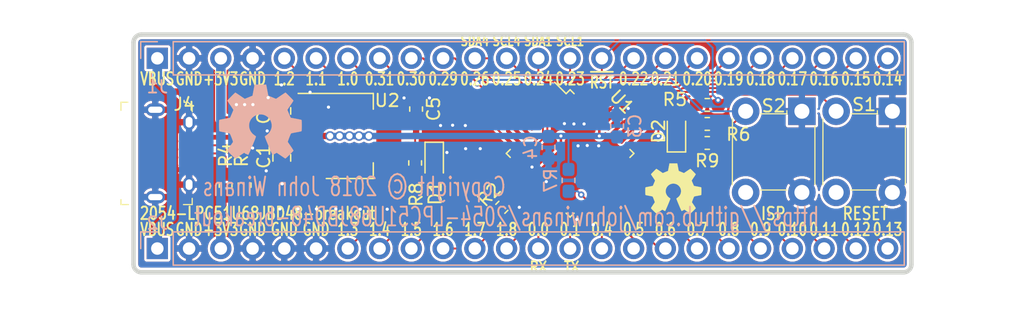
<source format=kicad_pcb>
(kicad_pcb (version 20171130) (host pcbnew 5.1.2-f72e74a~84~ubuntu18.04.1)

  (general
    (thickness 1.6)
    (drawings 70)
    (tracks 378)
    (zones 0)
    (modules 24)
    (nets 52)
  )

  (page A4)
  (layers
    (0 F.Cu signal)
    (31 B.Cu signal)
    (32 B.Adhes user)
    (33 F.Adhes user)
    (34 B.Paste user)
    (35 F.Paste user)
    (36 B.SilkS user)
    (37 F.SilkS user)
    (38 B.Mask user)
    (39 F.Mask user)
    (40 Dwgs.User user)
    (41 Cmts.User user)
    (42 Eco1.User user)
    (43 Eco2.User user)
    (44 Edge.Cuts user)
    (45 Margin user)
    (46 B.CrtYd user)
    (47 F.CrtYd user)
    (48 B.Fab user)
    (49 F.Fab user)
  )

  (setup
    (last_trace_width 0.1524)
    (trace_clearance 0.1524)
    (zone_clearance 0.2032)
    (zone_45_only no)
    (trace_min 0.1524)
    (via_size 0.508)
    (via_drill 0.254)
    (via_min_size 0.508)
    (via_min_drill 0.254)
    (uvia_size 0.3)
    (uvia_drill 0.1)
    (uvias_allowed no)
    (uvia_min_size 0.2)
    (uvia_min_drill 0.1)
    (edge_width 0.05)
    (segment_width 0.2)
    (pcb_text_width 0.3)
    (pcb_text_size 1.5 1.5)
    (mod_edge_width 0.12)
    (mod_text_size 1 1)
    (mod_text_width 0.15)
    (pad_size 1.524 1.524)
    (pad_drill 0.762)
    (pad_to_mask_clearance 0.0508)
    (solder_mask_min_width 0.1016)
    (aux_axis_origin 0 0)
    (visible_elements FFFFFF7F)
    (pcbplotparams
      (layerselection 0x010fc_ffffffff)
      (usegerberextensions false)
      (usegerberattributes false)
      (usegerberadvancedattributes false)
      (creategerberjobfile false)
      (excludeedgelayer true)
      (linewidth 0.100000)
      (plotframeref false)
      (viasonmask false)
      (mode 1)
      (useauxorigin false)
      (hpglpennumber 1)
      (hpglpenspeed 20)
      (hpglpendiameter 15.000000)
      (psnegative false)
      (psa4output false)
      (plotreference true)
      (plotvalue true)
      (plotinvisibletext false)
      (padsonsilk false)
      (subtractmaskfromsilk false)
      (outputformat 1)
      (mirror false)
      (drillshape 1)
      (scaleselection 1)
      (outputdirectory ""))
  )

  (net 0 "")
  (net 1 GND)
  (net 2 /VBUS)
  (net 3 +3V3)
  (net 4 "Net-(D1-Pad2)")
  (net 5 "Net-(D2-Pad1)")
  (net 6 /PIO0_14)
  (net 7 /PIO0_15)
  (net 8 /PIO0_16)
  (net 9 /PIO0_17)
  (net 10 /PIO0_18)
  (net 11 /PIO0_19)
  (net 12 /PIO0_20)
  (net 13 /PIO0_21)
  (net 14 /PIO0_22)
  (net 15 /~RESET~)
  (net 16 /PIO0_23)
  (net 17 /PIO0_24)
  (net 18 /PIO0_25)
  (net 19 /PIO0_26)
  (net 20 /PIO0_29)
  (net 21 /PIO0_30)
  (net 22 /PIO0_31)
  (net 23 /PIO1_0)
  (net 24 /PIO1_1)
  (net 25 /PIO1_2)
  (net 26 /PIO1_3)
  (net 27 /PIO1_4)
  (net 28 /PIO1_5)
  (net 29 /PIO1_6)
  (net 30 /PIO1_7)
  (net 31 /PIO1_8)
  (net 32 /PIO0_0)
  (net 33 /PIO0_1)
  (net 34 /PIO0_4)
  (net 35 /PIO0_5)
  (net 36 /PIO0_6)
  (net 37 /PIO0_7)
  (net 38 /PIO0_8)
  (net 39 /PIO0_9)
  (net 40 /PIO0_10)
  (net 41 /PIO0_11)
  (net 42 /PIO0_12)
  (net 43 /PIO0_13)
  (net 44 "Net-(J4-Pad3)")
  (net 45 "Net-(J4-Pad4)")
  (net 46 "Net-(J4-Pad2)")
  (net 47 /USB_DM)
  (net 48 /USB_DP)
  (net 49 "Net-(U1-Pad26)")
  (net 50 "Net-(S1-Pad4)")
  (net 51 "Net-(S2-Pad4)")

  (net_class Default "This is the default net class."
    (clearance 0.1524)
    (trace_width 0.1524)
    (via_dia 0.508)
    (via_drill 0.254)
    (uvia_dia 0.3)
    (uvia_drill 0.1)
    (add_net +3V3)
    (add_net /PIO0_0)
    (add_net /PIO0_1)
    (add_net /PIO0_10)
    (add_net /PIO0_11)
    (add_net /PIO0_12)
    (add_net /PIO0_13)
    (add_net /PIO0_14)
    (add_net /PIO0_15)
    (add_net /PIO0_16)
    (add_net /PIO0_17)
    (add_net /PIO0_18)
    (add_net /PIO0_19)
    (add_net /PIO0_20)
    (add_net /PIO0_21)
    (add_net /PIO0_22)
    (add_net /PIO0_23)
    (add_net /PIO0_24)
    (add_net /PIO0_25)
    (add_net /PIO0_26)
    (add_net /PIO0_29)
    (add_net /PIO0_30)
    (add_net /PIO0_31)
    (add_net /PIO0_4)
    (add_net /PIO0_5)
    (add_net /PIO0_6)
    (add_net /PIO0_7)
    (add_net /PIO0_8)
    (add_net /PIO0_9)
    (add_net /PIO1_0)
    (add_net /PIO1_1)
    (add_net /PIO1_2)
    (add_net /PIO1_3)
    (add_net /PIO1_4)
    (add_net /PIO1_5)
    (add_net /PIO1_6)
    (add_net /PIO1_7)
    (add_net /PIO1_8)
    (add_net /USB_DM)
    (add_net /USB_DP)
    (add_net /VBUS)
    (add_net /~RESET~)
    (add_net GND)
    (add_net "Net-(D1-Pad2)")
    (add_net "Net-(D2-Pad1)")
    (add_net "Net-(J4-Pad2)")
    (add_net "Net-(J4-Pad3)")
    (add_net "Net-(J4-Pad4)")
    (add_net "Net-(S1-Pad4)")
    (add_net "Net-(S2-Pad4)")
    (add_net "Net-(U1-Pad26)")
  )

  (module Symbol:OSHW-Logo_5.7x6mm_SilkScreen locked (layer F.Cu) (tedit 5CFE7B3B) (tstamp 5CFED5AD)
    (at 175.895 100.33)
    (descr "Open Source Hardware Logo")
    (tags "Logo OSHW")
    (attr virtual)
    (fp_text reference REF** (at 0 0) (layer F.SilkS) hide
      (effects (font (size 1 1) (thickness 0.15)))
    )
    (fp_text value OSHW-Logo_5.7x6mm_SilkScreen (at 0.75 0) (layer F.Fab) hide
      (effects (font (size 1 1) (thickness 0.15)))
    )
    (fp_poly (pts (xy 0.376964 -2.709982) (xy 0.433812 -2.40843) (xy 0.853338 -2.235488) (xy 1.104984 -2.406605)
      (xy 1.175458 -2.45425) (xy 1.239163 -2.49679) (xy 1.293126 -2.532285) (xy 1.334373 -2.55879)
      (xy 1.359934 -2.574364) (xy 1.366895 -2.577722) (xy 1.379435 -2.569086) (xy 1.406231 -2.545208)
      (xy 1.44428 -2.509141) (xy 1.490579 -2.463933) (xy 1.542123 -2.412636) (xy 1.595909 -2.358299)
      (xy 1.648935 -2.303972) (xy 1.698195 -2.252705) (xy 1.740687 -2.207549) (xy 1.773407 -2.171554)
      (xy 1.793351 -2.14777) (xy 1.798119 -2.13981) (xy 1.791257 -2.125135) (xy 1.77202 -2.092986)
      (xy 1.74243 -2.046508) (xy 1.70451 -1.988844) (xy 1.660282 -1.92314) (xy 1.634654 -1.885664)
      (xy 1.587941 -1.817232) (xy 1.546432 -1.75548) (xy 1.51214 -1.703481) (xy 1.48708 -1.664308)
      (xy 1.473264 -1.641035) (xy 1.471188 -1.636145) (xy 1.475895 -1.622245) (xy 1.488723 -1.58985)
      (xy 1.507738 -1.543515) (xy 1.531003 -1.487794) (xy 1.556584 -1.427242) (xy 1.582545 -1.366414)
      (xy 1.60695 -1.309864) (xy 1.627863 -1.262148) (xy 1.643349 -1.227819) (xy 1.651472 -1.211432)
      (xy 1.651952 -1.210788) (xy 1.664707 -1.207659) (xy 1.698677 -1.200679) (xy 1.75034 -1.190533)
      (xy 1.816176 -1.177908) (xy 1.892664 -1.163491) (xy 1.93729 -1.155177) (xy 2.019021 -1.139616)
      (xy 2.092843 -1.124808) (xy 2.155021 -1.111564) (xy 2.201822 -1.100695) (xy 2.229509 -1.093011)
      (xy 2.235074 -1.090573) (xy 2.240526 -1.07407) (xy 2.244924 -1.0368) (xy 2.248272 -0.98312)
      (xy 2.250574 -0.917388) (xy 2.251832 -0.843963) (xy 2.252048 -0.767204) (xy 2.251227 -0.691468)
      (xy 2.249371 -0.621114) (xy 2.246482 -0.5605) (xy 2.242565 -0.513984) (xy 2.237622 -0.485925)
      (xy 2.234657 -0.480084) (xy 2.216934 -0.473083) (xy 2.179381 -0.463073) (xy 2.126964 -0.451231)
      (xy 2.064652 -0.438733) (xy 2.0429 -0.43469) (xy 1.938024 -0.41548) (xy 1.85518 -0.400009)
      (xy 1.79163 -0.387663) (xy 1.744637 -0.377827) (xy 1.711463 -0.369886) (xy 1.689371 -0.363224)
      (xy 1.675624 -0.357227) (xy 1.667484 -0.351281) (xy 1.666345 -0.350106) (xy 1.654977 -0.331174)
      (xy 1.637635 -0.294331) (xy 1.61605 -0.244087) (xy 1.591954 -0.184954) (xy 1.567079 -0.121444)
      (xy 1.543157 -0.058068) (xy 1.521919 0.000662) (xy 1.505097 0.050235) (xy 1.494422 0.086139)
      (xy 1.491627 0.103862) (xy 1.49186 0.104483) (xy 1.501331 0.11897) (xy 1.522818 0.150844)
      (xy 1.554063 0.196789) (xy 1.592807 0.253485) (xy 1.636793 0.317617) (xy 1.649319 0.335842)
      (xy 1.693984 0.401914) (xy 1.733288 0.4622) (xy 1.765088 0.513235) (xy 1.787245 0.55156)
      (xy 1.797617 0.573711) (xy 1.798119 0.576432) (xy 1.789405 0.590736) (xy 1.765325 0.619072)
      (xy 1.728976 0.658396) (xy 1.683453 0.705661) (xy 1.631852 0.757823) (xy 1.577267 0.811835)
      (xy 1.522794 0.864653) (xy 1.471529 0.913231) (xy 1.426567 0.954523) (xy 1.391004 0.985485)
      (xy 1.367935 1.00307) (xy 1.361554 1.005941) (xy 1.346699 0.999178) (xy 1.316286 0.980939)
      (xy 1.275268 0.954297) (xy 1.243709 0.932852) (xy 1.186525 0.893503) (xy 1.118806 0.847171)
      (xy 1.05088 0.800913) (xy 1.014361 0.776155) (xy 0.890752 0.692547) (xy 0.786991 0.74865)
      (xy 0.73972 0.773228) (xy 0.699523 0.792331) (xy 0.672326 0.803227) (xy 0.665402 0.804743)
      (xy 0.657077 0.793549) (xy 0.640654 0.761917) (xy 0.617357 0.712765) (xy 0.588414 0.64901)
      (xy 0.55505 0.573571) (xy 0.518491 0.489364) (xy 0.479964 0.399308) (xy 0.440694 0.306321)
      (xy 0.401908 0.21332) (xy 0.36483 0.123223) (xy 0.330689 0.038948) (xy 0.300708 -0.036587)
      (xy 0.276116 -0.100466) (xy 0.258136 -0.149769) (xy 0.247997 -0.181579) (xy 0.246366 -0.192504)
      (xy 0.259291 -0.206439) (xy 0.287589 -0.22906) (xy 0.325346 -0.255667) (xy 0.328515 -0.257772)
      (xy 0.4261 -0.335886) (xy 0.504786 -0.427018) (xy 0.563891 -0.528255) (xy 0.602732 -0.636682)
      (xy 0.620628 -0.749386) (xy 0.616897 -0.863452) (xy 0.590857 -0.975966) (xy 0.541825 -1.084015)
      (xy 0.5274 -1.107655) (xy 0.452369 -1.203113) (xy 0.36373 -1.279768) (xy 0.264549 -1.33722)
      (xy 0.157895 -1.375071) (xy 0.046836 -1.392922) (xy -0.065561 -1.390375) (xy -0.176227 -1.36703)
      (xy -0.282094 -1.32249) (xy -0.380095 -1.256355) (xy -0.41041 -1.229513) (xy -0.487562 -1.145488)
      (xy -0.543782 -1.057034) (xy -0.582347 -0.957885) (xy -0.603826 -0.859697) (xy -0.609128 -0.749303)
      (xy -0.591448 -0.63836) (xy -0.552581 -0.530619) (xy -0.494323 -0.429831) (xy -0.418469 -0.339744)
      (xy -0.326817 -0.264108) (xy -0.314772 -0.256136) (xy -0.276611 -0.230026) (xy -0.247601 -0.207405)
      (xy -0.233732 -0.192961) (xy -0.233531 -0.192504) (xy -0.236508 -0.176879) (xy -0.248311 -0.141418)
      (xy -0.267714 -0.089038) (xy -0.293488 -0.022655) (xy -0.324409 0.054814) (xy -0.359249 0.14045)
      (xy -0.396783 0.231337) (xy -0.435783 0.324559) (xy -0.475023 0.417197) (xy -0.513276 0.506335)
      (xy -0.549317 0.589055) (xy -0.581917 0.662441) (xy -0.609852 0.723575) (xy -0.631895 0.769541)
      (xy -0.646818 0.797421) (xy -0.652828 0.804743) (xy -0.671191 0.799041) (xy -0.705552 0.783749)
      (xy -0.749984 0.761599) (xy -0.774417 0.74865) (xy -0.878178 0.692547) (xy -1.001787 0.776155)
      (xy -1.064886 0.818987) (xy -1.13397 0.866122) (xy -1.198707 0.910503) (xy -1.231134 0.932852)
      (xy -1.276741 0.963477) (xy -1.31536 0.987747) (xy -1.341952 1.002587) (xy -1.35059 1.005724)
      (xy -1.363161 0.997261) (xy -1.390984 0.973636) (xy -1.431361 0.937302) (xy -1.481595 0.890711)
      (xy -1.538988 0.836317) (xy -1.575286 0.801392) (xy -1.63879 0.738996) (xy -1.693673 0.683188)
      (xy -1.737714 0.636354) (xy -1.768695 0.600882) (xy -1.784398 0.579161) (xy -1.785905 0.574752)
      (xy -1.778914 0.557985) (xy -1.759594 0.524082) (xy -1.730091 0.476476) (xy -1.692545 0.418599)
      (xy -1.6491 0.353884) (xy -1.636745 0.335842) (xy -1.591727 0.270267) (xy -1.55134 0.211228)
      (xy -1.51784 0.162042) (xy -1.493486 0.126028) (xy -1.480536 0.106502) (xy -1.479285 0.104483)
      (xy -1.481156 0.088922) (xy -1.491087 0.054709) (xy -1.507347 0.006355) (xy -1.528205 -0.051629)
      (xy -1.551927 -0.11473) (xy -1.576784 -0.178437) (xy -1.601042 -0.238239) (xy -1.622971 -0.289624)
      (xy -1.640838 -0.328081) (xy -1.652913 -0.349098) (xy -1.653771 -0.350106) (xy -1.661154 -0.356112)
      (xy -1.673625 -0.362052) (xy -1.69392 -0.36854) (xy -1.724778 -0.376191) (xy -1.768934 -0.38562)
      (xy -1.829126 -0.397441) (xy -1.908093 -0.412271) (xy -2.00857 -0.430723) (xy -2.030325 -0.43469)
      (xy -2.094802 -0.447147) (xy -2.151011 -0.459334) (xy -2.193987 -0.470074) (xy -2.21876 -0.478191)
      (xy -2.222082 -0.480084) (xy -2.227556 -0.496862) (xy -2.232006 -0.534355) (xy -2.235428 -0.588206)
      (xy -2.237819 -0.654056) (xy -2.239177 -0.727547) (xy -2.239499 -0.80432) (xy -2.238781 -0.880017)
      (xy -2.237021 -0.95028) (xy -2.234216 -1.01075) (xy -2.230362 -1.05707) (xy -2.225457 -1.084881)
      (xy -2.2225 -1.090573) (xy -2.206037 -1.096314) (xy -2.168551 -1.105655) (xy -2.113775 -1.117785)
      (xy -2.045445 -1.131893) (xy -1.967294 -1.14717) (xy -1.924716 -1.155177) (xy -1.843929 -1.170279)
      (xy -1.771887 -1.18396) (xy -1.712111 -1.195533) (xy -1.668121 -1.204313) (xy -1.643439 -1.209613)
      (xy -1.639377 -1.210788) (xy -1.632511 -1.224035) (xy -1.617998 -1.255943) (xy -1.597771 -1.301953)
      (xy -1.573766 -1.357508) (xy -1.547918 -1.418047) (xy -1.52216 -1.479014) (xy -1.498427 -1.535849)
      (xy -1.478654 -1.583994) (xy -1.464776 -1.61889) (xy -1.458726 -1.635979) (xy -1.458614 -1.636726)
      (xy -1.465472 -1.650207) (xy -1.484698 -1.68123) (xy -1.514272 -1.726711) (xy -1.552173 -1.783568)
      (xy -1.59638 -1.848717) (xy -1.622079 -1.886138) (xy -1.668907 -1.954753) (xy -1.710499 -2.017048)
      (xy -1.744825 -2.069871) (xy -1.769857 -2.110073) (xy -1.783565 -2.1345) (xy -1.785544 -2.139976)
      (xy -1.777034 -2.152722) (xy -1.753507 -2.179937) (xy -1.717968 -2.218572) (xy -1.673423 -2.265577)
      (xy -1.622877 -2.317905) (xy -1.569336 -2.372505) (xy -1.515805 -2.42633) (xy -1.465289 -2.47633)
      (xy -1.420794 -2.519457) (xy -1.385325 -2.552661) (xy -1.361887 -2.572894) (xy -1.354046 -2.577722)
      (xy -1.34128 -2.570933) (xy -1.310744 -2.551858) (xy -1.26541 -2.522439) (xy -1.208244 -2.484619)
      (xy -1.142216 -2.440339) (xy -1.09241 -2.406605) (xy -0.840764 -2.235488) (xy -0.631001 -2.321959)
      (xy -0.421237 -2.40843) (xy -0.364389 -2.709982) (xy -0.30754 -3.011534) (xy 0.320115 -3.011534)
      (xy 0.376964 -2.709982)) (layer F.SilkS) (width 0.01))
  )

  (module Capacitor_SMD:C_0805_2012Metric_Pad1.15x1.40mm_HandSolder (layer F.Cu) (tedit 5B36C52B) (tstamp 5CFC296F)
    (at 144.5768 96.8756 270)
    (descr "Capacitor SMD 0805 (2012 Metric), square (rectangular) end terminal, IPC_7351 nominal with elongated pad for handsoldering. (Body size source: https://docs.google.com/spreadsheets/d/1BsfQQcO9C6DZCsRaXUlFlo91Tg2WpOkGARC1WS5S8t0/edit?usp=sharing), generated with kicad-footprint-generator")
    (tags "capacitor handsolder")
    (path /5CFF3162)
    (attr smd)
    (fp_text reference C1 (at -0.1016 1.4478 90) (layer F.SilkS)
      (effects (font (size 1 1) (thickness 0.15)))
    )
    (fp_text value 10uF (at 0 1.65 90) (layer F.Fab)
      (effects (font (size 1 1) (thickness 0.15)))
    )
    (fp_text user %R (at 0 0 90) (layer F.Fab)
      (effects (font (size 0.5 0.5) (thickness 0.08)))
    )
    (fp_line (start 1.85 0.95) (end -1.85 0.95) (layer F.CrtYd) (width 0.05))
    (fp_line (start 1.85 -0.95) (end 1.85 0.95) (layer F.CrtYd) (width 0.05))
    (fp_line (start -1.85 -0.95) (end 1.85 -0.95) (layer F.CrtYd) (width 0.05))
    (fp_line (start -1.85 0.95) (end -1.85 -0.95) (layer F.CrtYd) (width 0.05))
    (fp_line (start -0.261252 0.71) (end 0.261252 0.71) (layer F.SilkS) (width 0.12))
    (fp_line (start -0.261252 -0.71) (end 0.261252 -0.71) (layer F.SilkS) (width 0.12))
    (fp_line (start 1 0.6) (end -1 0.6) (layer F.Fab) (width 0.1))
    (fp_line (start 1 -0.6) (end 1 0.6) (layer F.Fab) (width 0.1))
    (fp_line (start -1 -0.6) (end 1 -0.6) (layer F.Fab) (width 0.1))
    (fp_line (start -1 0.6) (end -1 -0.6) (layer F.Fab) (width 0.1))
    (pad 2 smd roundrect (at 1.025 0 270) (size 1.15 1.4) (layers F.Cu F.Paste F.Mask) (roundrect_rratio 0.217391)
      (net 1 GND))
    (pad 1 smd roundrect (at -1.025 0 270) (size 1.15 1.4) (layers F.Cu F.Paste F.Mask) (roundrect_rratio 0.217391)
      (net 2 /VBUS))
    (model ${KISYS3DMOD}/Capacitor_SMD.3dshapes/C_0805_2012Metric.wrl
      (at (xyz 0 0 0))
      (scale (xyz 1 1 1))
      (rotate (xyz 0 0 0))
    )
  )

  (module Capacitor_SMD:C_0805_2012Metric_Pad1.15x1.40mm_HandSolder (layer F.Cu) (tedit 5B36C52B) (tstamp 5CFC2980)
    (at 144.5768 93.1164 90)
    (descr "Capacitor SMD 0805 (2012 Metric), square (rectangular) end terminal, IPC_7351 nominal with elongated pad for handsoldering. (Body size source: https://docs.google.com/spreadsheets/d/1BsfQQcO9C6DZCsRaXUlFlo91Tg2WpOkGARC1WS5S8t0/edit?usp=sharing), generated with kicad-footprint-generator")
    (tags "capacitor handsolder")
    (path /5CFF3169)
    (attr smd)
    (fp_text reference C2 (at -0.1016 -1.4478 270) (layer F.SilkS)
      (effects (font (size 1 1) (thickness 0.15)))
    )
    (fp_text value 22uF (at 0 1.65 90) (layer F.Fab)
      (effects (font (size 1 1) (thickness 0.15)))
    )
    (fp_line (start -1 0.6) (end -1 -0.6) (layer F.Fab) (width 0.1))
    (fp_line (start -1 -0.6) (end 1 -0.6) (layer F.Fab) (width 0.1))
    (fp_line (start 1 -0.6) (end 1 0.6) (layer F.Fab) (width 0.1))
    (fp_line (start 1 0.6) (end -1 0.6) (layer F.Fab) (width 0.1))
    (fp_line (start -0.261252 -0.71) (end 0.261252 -0.71) (layer F.SilkS) (width 0.12))
    (fp_line (start -0.261252 0.71) (end 0.261252 0.71) (layer F.SilkS) (width 0.12))
    (fp_line (start -1.85 0.95) (end -1.85 -0.95) (layer F.CrtYd) (width 0.05))
    (fp_line (start -1.85 -0.95) (end 1.85 -0.95) (layer F.CrtYd) (width 0.05))
    (fp_line (start 1.85 -0.95) (end 1.85 0.95) (layer F.CrtYd) (width 0.05))
    (fp_line (start 1.85 0.95) (end -1.85 0.95) (layer F.CrtYd) (width 0.05))
    (fp_text user %R (at 0 0 90) (layer F.Fab)
      (effects (font (size 0.5 0.5) (thickness 0.08)))
    )
    (pad 1 smd roundrect (at -1.025 0 90) (size 1.15 1.4) (layers F.Cu F.Paste F.Mask) (roundrect_rratio 0.217391)
      (net 3 +3V3))
    (pad 2 smd roundrect (at 1.025 0 90) (size 1.15 1.4) (layers F.Cu F.Paste F.Mask) (roundrect_rratio 0.217391)
      (net 1 GND))
    (model ${KISYS3DMOD}/Capacitor_SMD.3dshapes/C_0805_2012Metric.wrl
      (at (xyz 0 0 0))
      (scale (xyz 1 1 1))
      (rotate (xyz 0 0 0))
    )
  )

  (module Capacitor_SMD:C_0603_1608Metric_Pad1.05x0.95mm_HandSolder (layer B.Cu) (tedit 5B301BBE) (tstamp 5CFC2991)
    (at 171.3992 94.3216 90)
    (descr "Capacitor SMD 0603 (1608 Metric), square (rectangular) end terminal, IPC_7351 nominal with elongated pad for handsoldering. (Body size source: http://www.tortai-tech.com/upload/download/2011102023233369053.pdf), generated with kicad-footprint-generator")
    (tags "capacitor handsolder")
    (path /5CFF3090)
    (attr smd)
    (fp_text reference C3 (at 0 1.43 90) (layer B.SilkS)
      (effects (font (size 1 1) (thickness 0.15)) (justify mirror))
    )
    (fp_text value .1uF (at 0 -1.43 90) (layer B.Fab)
      (effects (font (size 1 1) (thickness 0.15)) (justify mirror))
    )
    (fp_line (start -0.8 -0.4) (end -0.8 0.4) (layer B.Fab) (width 0.1))
    (fp_line (start -0.8 0.4) (end 0.8 0.4) (layer B.Fab) (width 0.1))
    (fp_line (start 0.8 0.4) (end 0.8 -0.4) (layer B.Fab) (width 0.1))
    (fp_line (start 0.8 -0.4) (end -0.8 -0.4) (layer B.Fab) (width 0.1))
    (fp_line (start -0.171267 0.51) (end 0.171267 0.51) (layer B.SilkS) (width 0.12))
    (fp_line (start -0.171267 -0.51) (end 0.171267 -0.51) (layer B.SilkS) (width 0.12))
    (fp_line (start -1.65 -0.73) (end -1.65 0.73) (layer B.CrtYd) (width 0.05))
    (fp_line (start -1.65 0.73) (end 1.65 0.73) (layer B.CrtYd) (width 0.05))
    (fp_line (start 1.65 0.73) (end 1.65 -0.73) (layer B.CrtYd) (width 0.05))
    (fp_line (start 1.65 -0.73) (end -1.65 -0.73) (layer B.CrtYd) (width 0.05))
    (fp_text user %R (at 0 0 90) (layer B.Fab)
      (effects (font (size 0.4 0.4) (thickness 0.06)) (justify mirror))
    )
    (pad 1 smd roundrect (at -0.875 0 90) (size 1.05 0.95) (layers B.Cu B.Paste B.Mask) (roundrect_rratio 0.25)
      (net 3 +3V3))
    (pad 2 smd roundrect (at 0.875 0 90) (size 1.05 0.95) (layers B.Cu B.Paste B.Mask) (roundrect_rratio 0.25)
      (net 1 GND))
    (model ${KISYS3DMOD}/Capacitor_SMD.3dshapes/C_0603_1608Metric.wrl
      (at (xyz 0 0 0))
      (scale (xyz 1 1 1))
      (rotate (xyz 0 0 0))
    )
  )

  (module Capacitor_SMD:C_0603_1608Metric_Pad1.05x0.95mm_HandSolder (layer B.Cu) (tedit 5B301BBE) (tstamp 5CFC29A2)
    (at 165.9128 96.0374 270)
    (descr "Capacitor SMD 0603 (1608 Metric), square (rectangular) end terminal, IPC_7351 nominal with elongated pad for handsoldering. (Body size source: http://www.tortai-tech.com/upload/download/2011102023233369053.pdf), generated with kicad-footprint-generator")
    (tags "capacitor handsolder")
    (path /5CFF2FFB)
    (attr smd)
    (fp_text reference C4 (at 0 1.43 90) (layer B.SilkS)
      (effects (font (size 1 1) (thickness 0.15)) (justify mirror))
    )
    (fp_text value .1uF (at 0 -1.43 90) (layer B.Fab)
      (effects (font (size 1 1) (thickness 0.15)) (justify mirror))
    )
    (fp_line (start -0.8 -0.4) (end -0.8 0.4) (layer B.Fab) (width 0.1))
    (fp_line (start -0.8 0.4) (end 0.8 0.4) (layer B.Fab) (width 0.1))
    (fp_line (start 0.8 0.4) (end 0.8 -0.4) (layer B.Fab) (width 0.1))
    (fp_line (start 0.8 -0.4) (end -0.8 -0.4) (layer B.Fab) (width 0.1))
    (fp_line (start -0.171267 0.51) (end 0.171267 0.51) (layer B.SilkS) (width 0.12))
    (fp_line (start -0.171267 -0.51) (end 0.171267 -0.51) (layer B.SilkS) (width 0.12))
    (fp_line (start -1.65 -0.73) (end -1.65 0.73) (layer B.CrtYd) (width 0.05))
    (fp_line (start -1.65 0.73) (end 1.65 0.73) (layer B.CrtYd) (width 0.05))
    (fp_line (start 1.65 0.73) (end 1.65 -0.73) (layer B.CrtYd) (width 0.05))
    (fp_line (start 1.65 -0.73) (end -1.65 -0.73) (layer B.CrtYd) (width 0.05))
    (fp_text user %R (at 0 0 90) (layer B.Fab)
      (effects (font (size 0.4 0.4) (thickness 0.06)) (justify mirror))
    )
    (pad 1 smd roundrect (at -0.875 0 270) (size 1.05 0.95) (layers B.Cu B.Paste B.Mask) (roundrect_rratio 0.25)
      (net 3 +3V3))
    (pad 2 smd roundrect (at 0.875 0 270) (size 1.05 0.95) (layers B.Cu B.Paste B.Mask) (roundrect_rratio 0.25)
      (net 1 GND))
    (model ${KISYS3DMOD}/Capacitor_SMD.3dshapes/C_0603_1608Metric.wrl
      (at (xyz 0 0 0))
      (scale (xyz 1 1 1))
      (rotate (xyz 0 0 0))
    )
  )

  (module Capacitor_SMD:C_0603_1608Metric_Pad1.05x0.95mm_HandSolder (layer F.Cu) (tedit 5B301BBE) (tstamp 5CFC29B3)
    (at 155.321 92.964 90)
    (descr "Capacitor SMD 0603 (1608 Metric), square (rectangular) end terminal, IPC_7351 nominal with elongated pad for handsoldering. (Body size source: http://www.tortai-tech.com/upload/download/2011102023233369053.pdf), generated with kicad-footprint-generator")
    (tags "capacitor handsolder")
    (path /5CFF3002)
    (attr smd)
    (fp_text reference C5 (at 0 1.397 90) (layer F.SilkS)
      (effects (font (size 1 1) (thickness 0.15)))
    )
    (fp_text value .1uF (at 0 1.43 90) (layer F.Fab)
      (effects (font (size 1 1) (thickness 0.15)))
    )
    (fp_text user %R (at 0 0 90) (layer F.Fab)
      (effects (font (size 0.4 0.4) (thickness 0.06)))
    )
    (fp_line (start 1.65 0.73) (end -1.65 0.73) (layer F.CrtYd) (width 0.05))
    (fp_line (start 1.65 -0.73) (end 1.65 0.73) (layer F.CrtYd) (width 0.05))
    (fp_line (start -1.65 -0.73) (end 1.65 -0.73) (layer F.CrtYd) (width 0.05))
    (fp_line (start -1.65 0.73) (end -1.65 -0.73) (layer F.CrtYd) (width 0.05))
    (fp_line (start -0.171267 0.51) (end 0.171267 0.51) (layer F.SilkS) (width 0.12))
    (fp_line (start -0.171267 -0.51) (end 0.171267 -0.51) (layer F.SilkS) (width 0.12))
    (fp_line (start 0.8 0.4) (end -0.8 0.4) (layer F.Fab) (width 0.1))
    (fp_line (start 0.8 -0.4) (end 0.8 0.4) (layer F.Fab) (width 0.1))
    (fp_line (start -0.8 -0.4) (end 0.8 -0.4) (layer F.Fab) (width 0.1))
    (fp_line (start -0.8 0.4) (end -0.8 -0.4) (layer F.Fab) (width 0.1))
    (pad 2 smd roundrect (at 0.875 0 90) (size 1.05 0.95) (layers F.Cu F.Paste F.Mask) (roundrect_rratio 0.25)
      (net 1 GND))
    (pad 1 smd roundrect (at -0.875 0 90) (size 1.05 0.95) (layers F.Cu F.Paste F.Mask) (roundrect_rratio 0.25)
      (net 3 +3V3))
    (model ${KISYS3DMOD}/Capacitor_SMD.3dshapes/C_0603_1608Metric.wrl
      (at (xyz 0 0 0))
      (scale (xyz 1 1 1))
      (rotate (xyz 0 0 0))
    )
  )

  (module LED_SMD:LED_0603_1608Metric_Pad1.05x0.95mm_HandSolder (layer F.Cu) (tedit 5B4B45C9) (tstamp 5CFC29C6)
    (at 156.7688 97.282 270)
    (descr "LED SMD 0603 (1608 Metric), square (rectangular) end terminal, IPC_7351 nominal, (Body size source: http://www.tortai-tech.com/upload/download/2011102023233369053.pdf), generated with kicad-footprint-generator")
    (tags "LED handsolder")
    (path /5CFF304F)
    (attr smd)
    (fp_text reference D1 (at 2.413 -0.0762 90) (layer F.SilkS)
      (effects (font (size 1 1) (thickness 0.15)))
    )
    (fp_text value LED_ALT (at 0 1.43 90) (layer F.Fab)
      (effects (font (size 1 1) (thickness 0.15)))
    )
    (fp_line (start 0.8 -0.4) (end -0.5 -0.4) (layer F.Fab) (width 0.1))
    (fp_line (start -0.5 -0.4) (end -0.8 -0.1) (layer F.Fab) (width 0.1))
    (fp_line (start -0.8 -0.1) (end -0.8 0.4) (layer F.Fab) (width 0.1))
    (fp_line (start -0.8 0.4) (end 0.8 0.4) (layer F.Fab) (width 0.1))
    (fp_line (start 0.8 0.4) (end 0.8 -0.4) (layer F.Fab) (width 0.1))
    (fp_line (start 0.8 -0.735) (end -1.66 -0.735) (layer F.SilkS) (width 0.12))
    (fp_line (start -1.66 -0.735) (end -1.66 0.735) (layer F.SilkS) (width 0.12))
    (fp_line (start -1.66 0.735) (end 0.8 0.735) (layer F.SilkS) (width 0.12))
    (fp_line (start -1.65 0.73) (end -1.65 -0.73) (layer F.CrtYd) (width 0.05))
    (fp_line (start -1.65 -0.73) (end 1.65 -0.73) (layer F.CrtYd) (width 0.05))
    (fp_line (start 1.65 -0.73) (end 1.65 0.73) (layer F.CrtYd) (width 0.05))
    (fp_line (start 1.65 0.73) (end -1.65 0.73) (layer F.CrtYd) (width 0.05))
    (fp_text user %R (at 0 0 90) (layer F.Fab)
      (effects (font (size 0.4 0.4) (thickness 0.06)))
    )
    (pad 1 smd roundrect (at -0.875 0 270) (size 1.05 0.95) (layers F.Cu F.Paste F.Mask) (roundrect_rratio 0.25)
      (net 1 GND))
    (pad 2 smd roundrect (at 0.875 0 270) (size 1.05 0.95) (layers F.Cu F.Paste F.Mask) (roundrect_rratio 0.25)
      (net 4 "Net-(D1-Pad2)"))
    (model ${KISYS3DMOD}/LED_SMD.3dshapes/LED_0603_1608Metric.wrl
      (at (xyz 0 0 0))
      (scale (xyz 1 1 1))
      (rotate (xyz 0 0 0))
    )
  )

  (module LED_SMD:LED_0603_1608Metric_Pad1.05x0.95mm_HandSolder (layer F.Cu) (tedit 5B4B45C9) (tstamp 5CFC29D9)
    (at 176.149 94.742 90)
    (descr "LED SMD 0603 (1608 Metric), square (rectangular) end terminal, IPC_7351 nominal, (Body size source: http://www.tortai-tech.com/upload/download/2011102023233369053.pdf), generated with kicad-footprint-generator")
    (tags "LED handsolder")
    (path /5CFF31D6)
    (attr smd)
    (fp_text reference D2 (at 0 -1.43 90) (layer F.SilkS)
      (effects (font (size 1 1) (thickness 0.15)))
    )
    (fp_text value LED_ALT (at 0 1.43 90) (layer F.Fab)
      (effects (font (size 1 1) (thickness 0.15)))
    )
    (fp_text user %R (at 0 0 90) (layer F.Fab)
      (effects (font (size 0.4 0.4) (thickness 0.06)))
    )
    (fp_line (start 1.65 0.73) (end -1.65 0.73) (layer F.CrtYd) (width 0.05))
    (fp_line (start 1.65 -0.73) (end 1.65 0.73) (layer F.CrtYd) (width 0.05))
    (fp_line (start -1.65 -0.73) (end 1.65 -0.73) (layer F.CrtYd) (width 0.05))
    (fp_line (start -1.65 0.73) (end -1.65 -0.73) (layer F.CrtYd) (width 0.05))
    (fp_line (start -1.66 0.735) (end 0.8 0.735) (layer F.SilkS) (width 0.12))
    (fp_line (start -1.66 -0.735) (end -1.66 0.735) (layer F.SilkS) (width 0.12))
    (fp_line (start 0.8 -0.735) (end -1.66 -0.735) (layer F.SilkS) (width 0.12))
    (fp_line (start 0.8 0.4) (end 0.8 -0.4) (layer F.Fab) (width 0.1))
    (fp_line (start -0.8 0.4) (end 0.8 0.4) (layer F.Fab) (width 0.1))
    (fp_line (start -0.8 -0.1) (end -0.8 0.4) (layer F.Fab) (width 0.1))
    (fp_line (start -0.5 -0.4) (end -0.8 -0.1) (layer F.Fab) (width 0.1))
    (fp_line (start 0.8 -0.4) (end -0.5 -0.4) (layer F.Fab) (width 0.1))
    (pad 2 smd roundrect (at 0.875 0 90) (size 1.05 0.95) (layers F.Cu F.Paste F.Mask) (roundrect_rratio 0.25)
      (net 3 +3V3))
    (pad 1 smd roundrect (at -0.875 0 90) (size 1.05 0.95) (layers F.Cu F.Paste F.Mask) (roundrect_rratio 0.25)
      (net 5 "Net-(D2-Pad1)"))
    (model ${KISYS3DMOD}/LED_SMD.3dshapes/LED_0603_1608Metric.wrl
      (at (xyz 0 0 0))
      (scale (xyz 1 1 1))
      (rotate (xyz 0 0 0))
    )
  )

  (module Connector_PinHeader_2.54mm:PinHeader_1x24_P2.54mm_Vertical locked (layer B.Cu) (tedit 59FED5CC) (tstamp 5CFC43FF)
    (at 134.62 88.9 270)
    (descr "Through hole straight pin header, 1x24, 2.54mm pitch, single row")
    (tags "Through hole pin header THT 1x24 2.54mm single row")
    (path /5D4E160D)
    (fp_text reference J1 (at 2.286 0) (layer B.SilkS)
      (effects (font (size 1 1) (thickness 0.15)) (justify mirror))
    )
    (fp_text value Conn_01x24 (at 0 -60.75 270) (layer B.Fab)
      (effects (font (size 1 1) (thickness 0.15)) (justify mirror))
    )
    (fp_text user %R (at 0 -29.21) (layer B.Fab)
      (effects (font (size 1 1) (thickness 0.15)) (justify mirror))
    )
    (fp_line (start 1.8 1.8) (end -1.8 1.8) (layer B.CrtYd) (width 0.05))
    (fp_line (start 1.8 -60.2) (end 1.8 1.8) (layer B.CrtYd) (width 0.05))
    (fp_line (start -1.8 -60.2) (end 1.8 -60.2) (layer B.CrtYd) (width 0.05))
    (fp_line (start -1.8 1.8) (end -1.8 -60.2) (layer B.CrtYd) (width 0.05))
    (fp_line (start -1.33 1.33) (end 0 1.33) (layer B.SilkS) (width 0.12))
    (fp_line (start -1.33 0) (end -1.33 1.33) (layer B.SilkS) (width 0.12))
    (fp_line (start -1.33 -1.27) (end 1.33 -1.27) (layer B.SilkS) (width 0.12))
    (fp_line (start 1.33 -1.27) (end 1.33 -59.75) (layer B.SilkS) (width 0.12))
    (fp_line (start -1.33 -1.27) (end -1.33 -59.75) (layer B.SilkS) (width 0.12))
    (fp_line (start -1.33 -59.75) (end 1.33 -59.75) (layer B.SilkS) (width 0.12))
    (fp_line (start -1.27 0.635) (end -0.635 1.27) (layer B.Fab) (width 0.1))
    (fp_line (start -1.27 -59.69) (end -1.27 0.635) (layer B.Fab) (width 0.1))
    (fp_line (start 1.27 -59.69) (end -1.27 -59.69) (layer B.Fab) (width 0.1))
    (fp_line (start 1.27 1.27) (end 1.27 -59.69) (layer B.Fab) (width 0.1))
    (fp_line (start -0.635 1.27) (end 1.27 1.27) (layer B.Fab) (width 0.1))
    (pad 24 thru_hole oval (at 0 -58.42 270) (size 1.7 1.7) (drill 1) (layers *.Cu *.Mask)
      (net 6 /PIO0_14))
    (pad 23 thru_hole oval (at 0 -55.88 270) (size 1.7 1.7) (drill 1) (layers *.Cu *.Mask)
      (net 7 /PIO0_15))
    (pad 22 thru_hole oval (at 0 -53.34 270) (size 1.7 1.7) (drill 1) (layers *.Cu *.Mask)
      (net 8 /PIO0_16))
    (pad 21 thru_hole oval (at 0 -50.8 270) (size 1.7 1.7) (drill 1) (layers *.Cu *.Mask)
      (net 9 /PIO0_17))
    (pad 20 thru_hole oval (at 0 -48.26 270) (size 1.7 1.7) (drill 1) (layers *.Cu *.Mask)
      (net 10 /PIO0_18))
    (pad 19 thru_hole oval (at 0 -45.72 270) (size 1.7 1.7) (drill 1) (layers *.Cu *.Mask)
      (net 11 /PIO0_19))
    (pad 18 thru_hole oval (at 0 -43.18 270) (size 1.7 1.7) (drill 1) (layers *.Cu *.Mask)
      (net 12 /PIO0_20))
    (pad 17 thru_hole oval (at 0 -40.64 270) (size 1.7 1.7) (drill 1) (layers *.Cu *.Mask)
      (net 13 /PIO0_21))
    (pad 16 thru_hole oval (at 0 -38.1 270) (size 1.7 1.7) (drill 1) (layers *.Cu *.Mask)
      (net 14 /PIO0_22))
    (pad 15 thru_hole oval (at 0 -35.56 270) (size 1.7 1.7) (drill 1) (layers *.Cu *.Mask)
      (net 15 /~RESET~))
    (pad 14 thru_hole oval (at 0 -33.02 270) (size 1.7 1.7) (drill 1) (layers *.Cu *.Mask)
      (net 16 /PIO0_23))
    (pad 13 thru_hole oval (at 0 -30.48 270) (size 1.7 1.7) (drill 1) (layers *.Cu *.Mask)
      (net 17 /PIO0_24))
    (pad 12 thru_hole oval (at 0 -27.94 270) (size 1.7 1.7) (drill 1) (layers *.Cu *.Mask)
      (net 18 /PIO0_25))
    (pad 11 thru_hole oval (at 0 -25.4 270) (size 1.7 1.7) (drill 1) (layers *.Cu *.Mask)
      (net 19 /PIO0_26))
    (pad 10 thru_hole oval (at 0 -22.86 270) (size 1.7 1.7) (drill 1) (layers *.Cu *.Mask)
      (net 20 /PIO0_29))
    (pad 9 thru_hole oval (at 0 -20.32 270) (size 1.7 1.7) (drill 1) (layers *.Cu *.Mask)
      (net 21 /PIO0_30))
    (pad 8 thru_hole oval (at 0 -17.78 270) (size 1.7 1.7) (drill 1) (layers *.Cu *.Mask)
      (net 22 /PIO0_31))
    (pad 7 thru_hole oval (at 0 -15.24 270) (size 1.7 1.7) (drill 1) (layers *.Cu *.Mask)
      (net 23 /PIO1_0))
    (pad 6 thru_hole oval (at 0 -12.7 270) (size 1.7 1.7) (drill 1) (layers *.Cu *.Mask)
      (net 24 /PIO1_1))
    (pad 5 thru_hole oval (at 0 -10.16 270) (size 1.7 1.7) (drill 1) (layers *.Cu *.Mask)
      (net 25 /PIO1_2))
    (pad 4 thru_hole oval (at 0 -7.62 270) (size 1.7 1.7) (drill 1) (layers *.Cu *.Mask)
      (net 1 GND))
    (pad 3 thru_hole oval (at 0 -5.08 270) (size 1.7 1.7) (drill 1) (layers *.Cu *.Mask)
      (net 3 +3V3))
    (pad 2 thru_hole oval (at 0 -2.54 270) (size 1.7 1.7) (drill 1) (layers *.Cu *.Mask)
      (net 1 GND))
    (pad 1 thru_hole rect (at 0 0 270) (size 1.7 1.7) (drill 1) (layers *.Cu *.Mask)
      (net 2 /VBUS))
    (model ${KISYS3DMOD}/Connector_PinHeader_2.54mm.3dshapes/PinHeader_1x24_P2.54mm_Vertical.wrl
      (at (xyz 0 0 0))
      (scale (xyz 1 1 1))
      (rotate (xyz 0 0 0))
    )
  )

  (module Connector_PinHeader_2.54mm:PinHeader_1x24_P2.54mm_Vertical locked (layer B.Cu) (tedit 59FED5CC) (tstamp 5CFC2A31)
    (at 134.62 104.14 270)
    (descr "Through hole straight pin header, 1x24, 2.54mm pitch, single row")
    (tags "Through hole pin header THT 1x24 2.54mm single row")
    (path /5D54629A)
    (fp_text reference J2 (at -2.032 0) (layer B.SilkS)
      (effects (font (size 1 1) (thickness 0.15)) (justify mirror))
    )
    (fp_text value Conn_01x24 (at 0 -60.75 270) (layer B.Fab)
      (effects (font (size 1 1) (thickness 0.15)) (justify mirror))
    )
    (fp_line (start -0.635 1.27) (end 1.27 1.27) (layer B.Fab) (width 0.1))
    (fp_line (start 1.27 1.27) (end 1.27 -59.69) (layer B.Fab) (width 0.1))
    (fp_line (start 1.27 -59.69) (end -1.27 -59.69) (layer B.Fab) (width 0.1))
    (fp_line (start -1.27 -59.69) (end -1.27 0.635) (layer B.Fab) (width 0.1))
    (fp_line (start -1.27 0.635) (end -0.635 1.27) (layer B.Fab) (width 0.1))
    (fp_line (start -1.33 -59.75) (end 1.33 -59.75) (layer B.SilkS) (width 0.12))
    (fp_line (start -1.33 -1.27) (end -1.33 -59.75) (layer B.SilkS) (width 0.12))
    (fp_line (start 1.33 -1.27) (end 1.33 -59.75) (layer B.SilkS) (width 0.12))
    (fp_line (start -1.33 -1.27) (end 1.33 -1.27) (layer B.SilkS) (width 0.12))
    (fp_line (start -1.33 0) (end -1.33 1.33) (layer B.SilkS) (width 0.12))
    (fp_line (start -1.33 1.33) (end 0 1.33) (layer B.SilkS) (width 0.12))
    (fp_line (start -1.8 1.8) (end -1.8 -60.2) (layer B.CrtYd) (width 0.05))
    (fp_line (start -1.8 -60.2) (end 1.8 -60.2) (layer B.CrtYd) (width 0.05))
    (fp_line (start 1.8 -60.2) (end 1.8 1.8) (layer B.CrtYd) (width 0.05))
    (fp_line (start 1.8 1.8) (end -1.8 1.8) (layer B.CrtYd) (width 0.05))
    (fp_text user %R (at 0 -29.21) (layer B.Fab)
      (effects (font (size 1 1) (thickness 0.15)) (justify mirror))
    )
    (pad 1 thru_hole rect (at 0 0 270) (size 1.7 1.7) (drill 1) (layers *.Cu *.Mask)
      (net 2 /VBUS))
    (pad 2 thru_hole oval (at 0 -2.54 270) (size 1.7 1.7) (drill 1) (layers *.Cu *.Mask)
      (net 1 GND))
    (pad 3 thru_hole oval (at 0 -5.08 270) (size 1.7 1.7) (drill 1) (layers *.Cu *.Mask)
      (net 3 +3V3))
    (pad 4 thru_hole oval (at 0 -7.62 270) (size 1.7 1.7) (drill 1) (layers *.Cu *.Mask)
      (net 1 GND))
    (pad 5 thru_hole oval (at 0 -10.16 270) (size 1.7 1.7) (drill 1) (layers *.Cu *.Mask)
      (net 1 GND))
    (pad 6 thru_hole oval (at 0 -12.7 270) (size 1.7 1.7) (drill 1) (layers *.Cu *.Mask)
      (net 1 GND))
    (pad 7 thru_hole oval (at 0 -15.24 270) (size 1.7 1.7) (drill 1) (layers *.Cu *.Mask)
      (net 26 /PIO1_3))
    (pad 8 thru_hole oval (at 0 -17.78 270) (size 1.7 1.7) (drill 1) (layers *.Cu *.Mask)
      (net 27 /PIO1_4))
    (pad 9 thru_hole oval (at 0 -20.32 270) (size 1.7 1.7) (drill 1) (layers *.Cu *.Mask)
      (net 28 /PIO1_5))
    (pad 10 thru_hole oval (at 0 -22.86 270) (size 1.7 1.7) (drill 1) (layers *.Cu *.Mask)
      (net 29 /PIO1_6))
    (pad 11 thru_hole oval (at 0 -25.4 270) (size 1.7 1.7) (drill 1) (layers *.Cu *.Mask)
      (net 30 /PIO1_7))
    (pad 12 thru_hole oval (at 0 -27.94 270) (size 1.7 1.7) (drill 1) (layers *.Cu *.Mask)
      (net 31 /PIO1_8))
    (pad 13 thru_hole oval (at 0 -30.48 270) (size 1.7 1.7) (drill 1) (layers *.Cu *.Mask)
      (net 32 /PIO0_0))
    (pad 14 thru_hole oval (at 0 -33.02 270) (size 1.7 1.7) (drill 1) (layers *.Cu *.Mask)
      (net 33 /PIO0_1))
    (pad 15 thru_hole oval (at 0 -35.56 270) (size 1.7 1.7) (drill 1) (layers *.Cu *.Mask)
      (net 34 /PIO0_4))
    (pad 16 thru_hole oval (at 0 -38.1 270) (size 1.7 1.7) (drill 1) (layers *.Cu *.Mask)
      (net 35 /PIO0_5))
    (pad 17 thru_hole oval (at 0 -40.64 270) (size 1.7 1.7) (drill 1) (layers *.Cu *.Mask)
      (net 36 /PIO0_6))
    (pad 18 thru_hole oval (at 0 -43.18 270) (size 1.7 1.7) (drill 1) (layers *.Cu *.Mask)
      (net 37 /PIO0_7))
    (pad 19 thru_hole oval (at 0 -45.72 270) (size 1.7 1.7) (drill 1) (layers *.Cu *.Mask)
      (net 38 /PIO0_8))
    (pad 20 thru_hole oval (at 0 -48.26 270) (size 1.7 1.7) (drill 1) (layers *.Cu *.Mask)
      (net 39 /PIO0_9))
    (pad 21 thru_hole oval (at 0 -50.8 270) (size 1.7 1.7) (drill 1) (layers *.Cu *.Mask)
      (net 40 /PIO0_10))
    (pad 22 thru_hole oval (at 0 -53.34 270) (size 1.7 1.7) (drill 1) (layers *.Cu *.Mask)
      (net 41 /PIO0_11))
    (pad 23 thru_hole oval (at 0 -55.88 270) (size 1.7 1.7) (drill 1) (layers *.Cu *.Mask)
      (net 42 /PIO0_12))
    (pad 24 thru_hole oval (at 0 -58.42 270) (size 1.7 1.7) (drill 1) (layers *.Cu *.Mask)
      (net 43 /PIO0_13))
    (model ${KISYS3DMOD}/Connector_PinHeader_2.54mm.3dshapes/PinHeader_1x24_P2.54mm_Vertical.wrl
      (at (xyz 0 0 0))
      (scale (xyz 1 1 1))
      (rotate (xyz 0 0 0))
    )
  )

  (module digikey-footprints:USB_Micro_B_Female_10118194-0001LF (layer F.Cu) (tedit 5B07215D) (tstamp 5CFC2A52)
    (at 137.16 96.52 270)
    (descr http://portal.fciconnect.com/Comergent//fci/drawing/10118194.pdf)
    (path /5CFF3136)
    (fp_text reference J4 (at -3.937 0.381 180) (layer F.SilkS)
      (effects (font (size 1 1) (thickness 0.15)))
    )
    (fp_text value 10118194-0001LF (at 0 7 90) (layer F.Fab)
      (effects (font (size 1 1) (thickness 0.15)))
    )
    (fp_line (start 4.5 5.75) (end 4.5 -1) (layer F.CrtYd) (width 0.05))
    (fp_line (start -4.5 5.75) (end 4.5 5.75) (layer F.CrtYd) (width 0.05))
    (fp_line (start -4.5 5.75) (end -4.5 -1) (layer F.CrtYd) (width 0.05))
    (fp_line (start -4.5 -1) (end 4.5 -1) (layer F.CrtYd) (width 0.05))
    (fp_line (start -4.1 4.9) (end -4.1 5.45) (layer F.SilkS) (width 0.1))
    (fp_line (start -4.1 5.45) (end -3.45 5.45) (layer F.SilkS) (width 0.1))
    (fp_line (start 4.1 4.85) (end 4.1 5.45) (layer F.SilkS) (width 0.1))
    (fp_line (start 4.1 5.45) (end 3.7 5.45) (layer F.SilkS) (width 0.1))
    (fp_line (start 3.6 -0.25) (end 4.1 -0.25) (layer F.SilkS) (width 0.1))
    (fp_line (start 4.1 -0.25) (end 4.1 0.45) (layer F.SilkS) (width 0.1))
    (fp_line (start -3.35 -0.25) (end -3.8 -0.25) (layer F.SilkS) (width 0.1))
    (fp_line (start -3.8 -0.25) (end -4.1 0.1) (layer F.SilkS) (width 0.1))
    (fp_line (start -4.1 0.1) (end -4.1 0.4) (layer F.SilkS) (width 0.1))
    (fp_line (start -4.1 0.4) (end -4.25 0.4) (layer F.SilkS) (width 0.1))
    (fp_line (start -4.03 5.38) (end -4.02 0.23) (layer F.Fab) (width 0.1))
    (fp_line (start 4.02 -0.15) (end -3.71 -0.15) (layer F.Fab) (width 0.1))
    (fp_line (start -4.02 0.23) (end -3.71 -0.15) (layer F.Fab) (width 0.1))
    (fp_text user %R (at 0 2.84 90) (layer F.Fab)
      (effects (font (size 1 1) (thickness 0.15)))
    )
    (fp_line (start -4.025 5.38) (end 4.025 5.38) (layer F.Fab) (width 0.1))
    (fp_line (start 4.025 5.38) (end 4.025 -0.15) (layer F.Fab) (width 0.1))
    (pad 3 smd rect (at 0 0 270) (size 0.4 1.35) (layers F.Cu F.Paste F.Mask)
      (net 44 "Net-(J4-Pad3)"))
    (pad 4 smd rect (at 0.65 0 270) (size 0.4 1.35) (layers F.Cu F.Paste F.Mask)
      (net 45 "Net-(J4-Pad4)"))
    (pad 5 smd rect (at 1.3 0 270) (size 0.4 1.35) (layers F.Cu F.Paste F.Mask)
      (net 1 GND))
    (pad 2 smd rect (at -0.65 0 270) (size 0.4 1.35) (layers F.Cu F.Paste F.Mask)
      (net 46 "Net-(J4-Pad2)"))
    (pad 1 smd rect (at -1.3 0 270) (size 0.4 1.35) (layers F.Cu F.Paste F.Mask)
      (net 2 /VBUS))
    (pad SH thru_hole oval (at 2.5 0 270) (size 1.25 0.95) (drill oval 0.85 0.55) (layers *.Cu *.Mask)
      (net 1 GND))
    (pad SH thru_hole oval (at -2.5 0 270) (size 1.25 0.95) (drill oval 0.85 0.55) (layers *.Cu *.Mask)
      (net 1 GND))
    (pad SH thru_hole oval (at -3.5 2.7 270) (size 1 1.55) (drill oval 0.5 1.15) (layers *.Cu *.Mask)
      (net 1 GND))
    (pad SH thru_hole oval (at 3.5 2.7 270) (size 1 1.55) (drill oval 0.5 1.15) (layers *.Cu *.Mask)
      (net 1 GND))
  )

  (module Resistor_SMD:R_0603_1608Metric_Pad1.05x0.95mm_HandSolder (layer F.Cu) (tedit 5B301BBD) (tstamp 5CFC2A8A)
    (at 162.179 100.838 45)
    (descr "Resistor SMD 0603 (1608 Metric), square (rectangular) end terminal, IPC_7351 nominal with elongated pad for handsoldering. (Body size source: http://www.tortai-tech.com/upload/download/2011102023233369053.pdf), generated with kicad-footprint-generator")
    (tags "resistor handsolder")
    (path /5CFF3034)
    (attr smd)
    (fp_text reference R2 (at 0 -1.43 45) (layer F.SilkS)
      (effects (font (size 1 1) (thickness 0.15)))
    )
    (fp_text value 3K3 (at 0 1.43 45) (layer F.Fab)
      (effects (font (size 1 1) (thickness 0.15)))
    )
    (fp_text user %R (at 0 0 45) (layer F.Fab)
      (effects (font (size 0.4 0.4) (thickness 0.06)))
    )
    (fp_line (start 1.65 0.73) (end -1.65 0.73) (layer F.CrtYd) (width 0.05))
    (fp_line (start 1.65 -0.73) (end 1.65 0.73) (layer F.CrtYd) (width 0.05))
    (fp_line (start -1.65 -0.73) (end 1.65 -0.73) (layer F.CrtYd) (width 0.05))
    (fp_line (start -1.65 0.73) (end -1.65 -0.73) (layer F.CrtYd) (width 0.05))
    (fp_line (start -0.171267 0.51) (end 0.171267 0.51) (layer F.SilkS) (width 0.12))
    (fp_line (start -0.171267 -0.51) (end 0.171267 -0.51) (layer F.SilkS) (width 0.12))
    (fp_line (start 0.8 0.4) (end -0.8 0.4) (layer F.Fab) (width 0.1))
    (fp_line (start 0.8 -0.4) (end 0.8 0.4) (layer F.Fab) (width 0.1))
    (fp_line (start -0.8 -0.4) (end 0.8 -0.4) (layer F.Fab) (width 0.1))
    (fp_line (start -0.8 0.4) (end -0.8 -0.4) (layer F.Fab) (width 0.1))
    (pad 2 smd roundrect (at 0.875 0 45) (size 1.05 0.95) (layers F.Cu F.Paste F.Mask) (roundrect_rratio 0.25)
      (net 3 +3V3))
    (pad 1 smd roundrect (at -0.875 0 45) (size 1.05 0.95) (layers F.Cu F.Paste F.Mask) (roundrect_rratio 0.25)
      (net 29 /PIO1_6))
    (model ${KISYS3DMOD}/Resistor_SMD.3dshapes/R_0603_1608Metric.wrl
      (at (xyz 0 0 0))
      (scale (xyz 1 1 1))
      (rotate (xyz 0 0 0))
    )
  )

  (module Resistor_SMD:R_0603_1608Metric_Pad1.05x0.95mm_HandSolder (layer F.Cu) (tedit 5B301BBD) (tstamp 5CFC2A9B)
    (at 141.605 99.06 270)
    (descr "Resistor SMD 0603 (1608 Metric), square (rectangular) end terminal, IPC_7351 nominal with elongated pad for handsoldering. (Body size source: http://www.tortai-tech.com/upload/download/2011102023233369053.pdf), generated with kicad-footprint-generator")
    (tags "resistor handsolder")
    (path /5CFF3026)
    (attr smd)
    (fp_text reference R3 (at -2.413 0.254 90) (layer F.SilkS)
      (effects (font (size 1 1) (thickness 0.15)))
    )
    (fp_text value 33 (at 0 1.43 90) (layer F.Fab)
      (effects (font (size 1 1) (thickness 0.15)))
    )
    (fp_text user %R (at 0 0 90) (layer F.Fab)
      (effects (font (size 0.4 0.4) (thickness 0.06)))
    )
    (fp_line (start 1.65 0.73) (end -1.65 0.73) (layer F.CrtYd) (width 0.05))
    (fp_line (start 1.65 -0.73) (end 1.65 0.73) (layer F.CrtYd) (width 0.05))
    (fp_line (start -1.65 -0.73) (end 1.65 -0.73) (layer F.CrtYd) (width 0.05))
    (fp_line (start -1.65 0.73) (end -1.65 -0.73) (layer F.CrtYd) (width 0.05))
    (fp_line (start -0.171267 0.51) (end 0.171267 0.51) (layer F.SilkS) (width 0.12))
    (fp_line (start -0.171267 -0.51) (end 0.171267 -0.51) (layer F.SilkS) (width 0.12))
    (fp_line (start 0.8 0.4) (end -0.8 0.4) (layer F.Fab) (width 0.1))
    (fp_line (start 0.8 -0.4) (end 0.8 0.4) (layer F.Fab) (width 0.1))
    (fp_line (start -0.8 -0.4) (end 0.8 -0.4) (layer F.Fab) (width 0.1))
    (fp_line (start -0.8 0.4) (end -0.8 -0.4) (layer F.Fab) (width 0.1))
    (pad 2 smd roundrect (at 0.875 0 270) (size 1.05 0.95) (layers F.Cu F.Paste F.Mask) (roundrect_rratio 0.25)
      (net 47 /USB_DM))
    (pad 1 smd roundrect (at -0.875 0 270) (size 1.05 0.95) (layers F.Cu F.Paste F.Mask) (roundrect_rratio 0.25)
      (net 46 "Net-(J4-Pad2)"))
    (model ${KISYS3DMOD}/Resistor_SMD.3dshapes/R_0603_1608Metric.wrl
      (at (xyz 0 0 0))
      (scale (xyz 1 1 1))
      (rotate (xyz 0 0 0))
    )
  )

  (module Resistor_SMD:R_0603_1608Metric_Pad1.05x0.95mm_HandSolder (layer F.Cu) (tedit 5B301BBD) (tstamp 5CFC2AAC)
    (at 140.081 99.06 270)
    (descr "Resistor SMD 0603 (1608 Metric), square (rectangular) end terminal, IPC_7351 nominal with elongated pad for handsoldering. (Body size source: http://www.tortai-tech.com/upload/download/2011102023233369053.pdf), generated with kicad-footprint-generator")
    (tags "resistor handsolder")
    (path /5CFF301F)
    (attr smd)
    (fp_text reference R4 (at -2.413 0 90) (layer F.SilkS)
      (effects (font (size 1 1) (thickness 0.15)))
    )
    (fp_text value 33 (at 0 1.43 90) (layer F.Fab)
      (effects (font (size 1 1) (thickness 0.15)))
    )
    (fp_line (start -0.8 0.4) (end -0.8 -0.4) (layer F.Fab) (width 0.1))
    (fp_line (start -0.8 -0.4) (end 0.8 -0.4) (layer F.Fab) (width 0.1))
    (fp_line (start 0.8 -0.4) (end 0.8 0.4) (layer F.Fab) (width 0.1))
    (fp_line (start 0.8 0.4) (end -0.8 0.4) (layer F.Fab) (width 0.1))
    (fp_line (start -0.171267 -0.51) (end 0.171267 -0.51) (layer F.SilkS) (width 0.12))
    (fp_line (start -0.171267 0.51) (end 0.171267 0.51) (layer F.SilkS) (width 0.12))
    (fp_line (start -1.65 0.73) (end -1.65 -0.73) (layer F.CrtYd) (width 0.05))
    (fp_line (start -1.65 -0.73) (end 1.65 -0.73) (layer F.CrtYd) (width 0.05))
    (fp_line (start 1.65 -0.73) (end 1.65 0.73) (layer F.CrtYd) (width 0.05))
    (fp_line (start 1.65 0.73) (end -1.65 0.73) (layer F.CrtYd) (width 0.05))
    (fp_text user %R (at 0 0 90) (layer F.Fab)
      (effects (font (size 0.4 0.4) (thickness 0.06)))
    )
    (pad 1 smd roundrect (at -0.875 0 270) (size 1.05 0.95) (layers F.Cu F.Paste F.Mask) (roundrect_rratio 0.25)
      (net 44 "Net-(J4-Pad3)"))
    (pad 2 smd roundrect (at 0.875 0 270) (size 1.05 0.95) (layers F.Cu F.Paste F.Mask) (roundrect_rratio 0.25)
      (net 48 /USB_DP))
    (model ${KISYS3DMOD}/Resistor_SMD.3dshapes/R_0603_1608Metric.wrl
      (at (xyz 0 0 0))
      (scale (xyz 1 1 1))
      (rotate (xyz 0 0 0))
    )
  )

  (module Resistor_SMD:R_0603_1608Metric_Pad1.05x0.95mm_HandSolder (layer F.Cu) (tedit 5B301BBD) (tstamp 5CFDAE27)
    (at 178.6128 92.6338)
    (descr "Resistor SMD 0603 (1608 Metric), square (rectangular) end terminal, IPC_7351 nominal with elongated pad for handsoldering. (Body size source: http://www.tortai-tech.com/upload/download/2011102023233369053.pdf), generated with kicad-footprint-generator")
    (tags "resistor handsolder")
    (path /5CFF3109)
    (attr smd)
    (fp_text reference R5 (at -2.5908 -0.4318) (layer F.SilkS)
      (effects (font (size 1 1) (thickness 0.15)))
    )
    (fp_text value 3K3 (at 0 1.43) (layer F.Fab)
      (effects (font (size 1 1) (thickness 0.15)))
    )
    (fp_line (start -0.8 0.4) (end -0.8 -0.4) (layer F.Fab) (width 0.1))
    (fp_line (start -0.8 -0.4) (end 0.8 -0.4) (layer F.Fab) (width 0.1))
    (fp_line (start 0.8 -0.4) (end 0.8 0.4) (layer F.Fab) (width 0.1))
    (fp_line (start 0.8 0.4) (end -0.8 0.4) (layer F.Fab) (width 0.1))
    (fp_line (start -0.171267 -0.51) (end 0.171267 -0.51) (layer F.SilkS) (width 0.12))
    (fp_line (start -0.171267 0.51) (end 0.171267 0.51) (layer F.SilkS) (width 0.12))
    (fp_line (start -1.65 0.73) (end -1.65 -0.73) (layer F.CrtYd) (width 0.05))
    (fp_line (start -1.65 -0.73) (end 1.65 -0.73) (layer F.CrtYd) (width 0.05))
    (fp_line (start 1.65 -0.73) (end 1.65 0.73) (layer F.CrtYd) (width 0.05))
    (fp_line (start 1.65 0.73) (end -1.65 0.73) (layer F.CrtYd) (width 0.05))
    (fp_text user %R (at 0 0) (layer F.Fab)
      (effects (font (size 0.4 0.4) (thickness 0.06)))
    )
    (pad 1 smd roundrect (at -0.875 0) (size 1.05 0.95) (layers F.Cu F.Paste F.Mask) (roundrect_rratio 0.25)
      (net 3 +3V3))
    (pad 2 smd roundrect (at 0.875 0) (size 1.05 0.95) (layers F.Cu F.Paste F.Mask) (roundrect_rratio 0.25)
      (net 15 /~RESET~))
    (model ${KISYS3DMOD}/Resistor_SMD.3dshapes/R_0603_1608Metric.wrl
      (at (xyz 0 0 0))
      (scale (xyz 1 1 1))
      (rotate (xyz 0 0 0))
    )
  )

  (module Resistor_SMD:R_0603_1608Metric_Pad1.05x0.95mm_HandSolder (layer F.Cu) (tedit 5B301BBD) (tstamp 5CFC2ACE)
    (at 178.6128 94.1578)
    (descr "Resistor SMD 0603 (1608 Metric), square (rectangular) end terminal, IPC_7351 nominal with elongated pad for handsoldering. (Body size source: http://www.tortai-tech.com/upload/download/2011102023233369053.pdf), generated with kicad-footprint-generator")
    (tags "resistor handsolder")
    (path /5CFF3110)
    (attr smd)
    (fp_text reference R6 (at 2.4892 0.8382) (layer F.SilkS)
      (effects (font (size 1 1) (thickness 0.15)))
    )
    (fp_text value 3K3 (at 0 1.43) (layer F.Fab)
      (effects (font (size 1 1) (thickness 0.15)))
    )
    (fp_text user %R (at 0 0) (layer F.Fab)
      (effects (font (size 0.4 0.4) (thickness 0.06)))
    )
    (fp_line (start 1.65 0.73) (end -1.65 0.73) (layer F.CrtYd) (width 0.05))
    (fp_line (start 1.65 -0.73) (end 1.65 0.73) (layer F.CrtYd) (width 0.05))
    (fp_line (start -1.65 -0.73) (end 1.65 -0.73) (layer F.CrtYd) (width 0.05))
    (fp_line (start -1.65 0.73) (end -1.65 -0.73) (layer F.CrtYd) (width 0.05))
    (fp_line (start -0.171267 0.51) (end 0.171267 0.51) (layer F.SilkS) (width 0.12))
    (fp_line (start -0.171267 -0.51) (end 0.171267 -0.51) (layer F.SilkS) (width 0.12))
    (fp_line (start 0.8 0.4) (end -0.8 0.4) (layer F.Fab) (width 0.1))
    (fp_line (start 0.8 -0.4) (end 0.8 0.4) (layer F.Fab) (width 0.1))
    (fp_line (start -0.8 -0.4) (end 0.8 -0.4) (layer F.Fab) (width 0.1))
    (fp_line (start -0.8 0.4) (end -0.8 -0.4) (layer F.Fab) (width 0.1))
    (pad 2 smd roundrect (at 0.875 0) (size 1.05 0.95) (layers F.Cu F.Paste F.Mask) (roundrect_rratio 0.25)
      (net 22 /PIO0_31))
    (pad 1 smd roundrect (at -0.875 0) (size 1.05 0.95) (layers F.Cu F.Paste F.Mask) (roundrect_rratio 0.25)
      (net 3 +3V3))
    (model ${KISYS3DMOD}/Resistor_SMD.3dshapes/R_0603_1608Metric.wrl
      (at (xyz 0 0 0))
      (scale (xyz 1 1 1))
      (rotate (xyz 0 0 0))
    )
  )

  (module Resistor_SMD:R_0603_1608Metric_Pad1.05x0.95mm_HandSolder (layer B.Cu) (tedit 5B301BBD) (tstamp 5CFC2ADF)
    (at 167.513 98.679 270)
    (descr "Resistor SMD 0603 (1608 Metric), square (rectangular) end terminal, IPC_7351 nominal with elongated pad for handsoldering. (Body size source: http://www.tortai-tech.com/upload/download/2011102023233369053.pdf), generated with kicad-footprint-generator")
    (tags "resistor handsolder")
    (path /5CFF317D)
    (attr smd)
    (fp_text reference R7 (at 0 1.43 90) (layer B.SilkS)
      (effects (font (size 1 1) (thickness 0.15)) (justify mirror))
    )
    (fp_text value 3K3 (at 0 -1.43 90) (layer B.Fab)
      (effects (font (size 1 1) (thickness 0.15)) (justify mirror))
    )
    (fp_text user %R (at 0 0 90) (layer B.Fab)
      (effects (font (size 0.4 0.4) (thickness 0.06)) (justify mirror))
    )
    (fp_line (start 1.65 -0.73) (end -1.65 -0.73) (layer B.CrtYd) (width 0.05))
    (fp_line (start 1.65 0.73) (end 1.65 -0.73) (layer B.CrtYd) (width 0.05))
    (fp_line (start -1.65 0.73) (end 1.65 0.73) (layer B.CrtYd) (width 0.05))
    (fp_line (start -1.65 -0.73) (end -1.65 0.73) (layer B.CrtYd) (width 0.05))
    (fp_line (start -0.171267 -0.51) (end 0.171267 -0.51) (layer B.SilkS) (width 0.12))
    (fp_line (start -0.171267 0.51) (end 0.171267 0.51) (layer B.SilkS) (width 0.12))
    (fp_line (start 0.8 -0.4) (end -0.8 -0.4) (layer B.Fab) (width 0.1))
    (fp_line (start 0.8 0.4) (end 0.8 -0.4) (layer B.Fab) (width 0.1))
    (fp_line (start -0.8 0.4) (end 0.8 0.4) (layer B.Fab) (width 0.1))
    (fp_line (start -0.8 -0.4) (end -0.8 0.4) (layer B.Fab) (width 0.1))
    (pad 2 smd roundrect (at 0.875 0 270) (size 1.05 0.95) (layers B.Cu B.Paste B.Mask) (roundrect_rratio 0.25)
      (net 34 /PIO0_4))
    (pad 1 smd roundrect (at -0.875 0 270) (size 1.05 0.95) (layers B.Cu B.Paste B.Mask) (roundrect_rratio 0.25)
      (net 3 +3V3))
    (model ${KISYS3DMOD}/Resistor_SMD.3dshapes/R_0603_1608Metric.wrl
      (at (xyz 0 0 0))
      (scale (xyz 1 1 1))
      (rotate (xyz 0 0 0))
    )
  )

  (module Resistor_SMD:R_0603_1608Metric_Pad1.05x0.95mm_HandSolder (layer F.Cu) (tedit 5B301BBD) (tstamp 5CFC2AF0)
    (at 155.2448 97.282 90)
    (descr "Resistor SMD 0603 (1608 Metric), square (rectangular) end terminal, IPC_7351 nominal with elongated pad for handsoldering. (Body size source: http://www.tortai-tech.com/upload/download/2011102023233369053.pdf), generated with kicad-footprint-generator")
    (tags "resistor handsolder")
    (path /5CFF3056)
    (attr smd)
    (fp_text reference R8 (at -2.54 0.0762 90) (layer F.SilkS)
      (effects (font (size 1 1) (thickness 0.15)))
    )
    (fp_text value 330 (at 0 1.43 90) (layer F.Fab)
      (effects (font (size 1 1) (thickness 0.15)))
    )
    (fp_line (start -0.8 0.4) (end -0.8 -0.4) (layer F.Fab) (width 0.1))
    (fp_line (start -0.8 -0.4) (end 0.8 -0.4) (layer F.Fab) (width 0.1))
    (fp_line (start 0.8 -0.4) (end 0.8 0.4) (layer F.Fab) (width 0.1))
    (fp_line (start 0.8 0.4) (end -0.8 0.4) (layer F.Fab) (width 0.1))
    (fp_line (start -0.171267 -0.51) (end 0.171267 -0.51) (layer F.SilkS) (width 0.12))
    (fp_line (start -0.171267 0.51) (end 0.171267 0.51) (layer F.SilkS) (width 0.12))
    (fp_line (start -1.65 0.73) (end -1.65 -0.73) (layer F.CrtYd) (width 0.05))
    (fp_line (start -1.65 -0.73) (end 1.65 -0.73) (layer F.CrtYd) (width 0.05))
    (fp_line (start 1.65 -0.73) (end 1.65 0.73) (layer F.CrtYd) (width 0.05))
    (fp_line (start 1.65 0.73) (end -1.65 0.73) (layer F.CrtYd) (width 0.05))
    (fp_text user %R (at 0 0 90) (layer F.Fab)
      (effects (font (size 0.4 0.4) (thickness 0.06)))
    )
    (pad 1 smd roundrect (at -0.875 0 90) (size 1.05 0.95) (layers F.Cu F.Paste F.Mask) (roundrect_rratio 0.25)
      (net 4 "Net-(D1-Pad2)"))
    (pad 2 smd roundrect (at 0.875 0 90) (size 1.05 0.95) (layers F.Cu F.Paste F.Mask) (roundrect_rratio 0.25)
      (net 3 +3V3))
    (model ${KISYS3DMOD}/Resistor_SMD.3dshapes/R_0603_1608Metric.wrl
      (at (xyz 0 0 0))
      (scale (xyz 1 1 1))
      (rotate (xyz 0 0 0))
    )
  )

  (module Resistor_SMD:R_0603_1608Metric_Pad1.05x0.95mm_HandSolder (layer F.Cu) (tedit 5B301BBD) (tstamp 5CFC2B01)
    (at 178.6128 95.6818 180)
    (descr "Resistor SMD 0603 (1608 Metric), square (rectangular) end terminal, IPC_7351 nominal with elongated pad for handsoldering. (Body size source: http://www.tortai-tech.com/upload/download/2011102023233369053.pdf), generated with kicad-footprint-generator")
    (tags "resistor handsolder")
    (path /5CFF31DD)
    (attr smd)
    (fp_text reference R9 (at 0 -1.43) (layer F.SilkS)
      (effects (font (size 1 1) (thickness 0.15)))
    )
    (fp_text value 330 (at 0 1.43) (layer F.Fab)
      (effects (font (size 1 1) (thickness 0.15)))
    )
    (fp_line (start -0.8 0.4) (end -0.8 -0.4) (layer F.Fab) (width 0.1))
    (fp_line (start -0.8 -0.4) (end 0.8 -0.4) (layer F.Fab) (width 0.1))
    (fp_line (start 0.8 -0.4) (end 0.8 0.4) (layer F.Fab) (width 0.1))
    (fp_line (start 0.8 0.4) (end -0.8 0.4) (layer F.Fab) (width 0.1))
    (fp_line (start -0.171267 -0.51) (end 0.171267 -0.51) (layer F.SilkS) (width 0.12))
    (fp_line (start -0.171267 0.51) (end 0.171267 0.51) (layer F.SilkS) (width 0.12))
    (fp_line (start -1.65 0.73) (end -1.65 -0.73) (layer F.CrtYd) (width 0.05))
    (fp_line (start -1.65 -0.73) (end 1.65 -0.73) (layer F.CrtYd) (width 0.05))
    (fp_line (start 1.65 -0.73) (end 1.65 0.73) (layer F.CrtYd) (width 0.05))
    (fp_line (start 1.65 0.73) (end -1.65 0.73) (layer F.CrtYd) (width 0.05))
    (fp_text user %R (at 0 0) (layer F.Fab)
      (effects (font (size 0.4 0.4) (thickness 0.06)))
    )
    (pad 1 smd roundrect (at -0.875 0 180) (size 1.05 0.95) (layers F.Cu F.Paste F.Mask) (roundrect_rratio 0.25)
      (net 22 /PIO0_31))
    (pad 2 smd roundrect (at 0.875 0 180) (size 1.05 0.95) (layers F.Cu F.Paste F.Mask) (roundrect_rratio 0.25)
      (net 5 "Net-(D2-Pad1)"))
    (model ${KISYS3DMOD}/Resistor_SMD.3dshapes/R_0603_1608Metric.wrl
      (at (xyz 0 0 0))
      (scale (xyz 1 1 1))
      (rotate (xyz 0 0 0))
    )
  )

  (module digikey-footprints:Switch_Tactile_THT_6x6mm locked (layer F.Cu) (tedit 5AF34E1F) (tstamp 5CFC7B4F)
    (at 193.421 93.1418 270)
    (descr http://www.te.com/commerce/DocumentDelivery/DDEController?Action=srchrtrv&DocNm=1825910&DocType=Customer+Drawing&DocLang=English)
    (path /5CFF31A4)
    (fp_text reference S1 (at -0.5334 2.2606 180) (layer F.SilkS)
      (effects (font (size 1 1) (thickness 0.15)))
    )
    (fp_text value 1825910-6 (at 3.6322 7.0866 90) (layer F.Fab)
      (effects (font (size 1 1) (thickness 0.15)))
    )
    (fp_line (start 0.25 -1) (end 6.25 -1) (layer F.Fab) (width 0.1))
    (fp_line (start 6.25 -1) (end 6.25 5.5) (layer F.Fab) (width 0.1))
    (fp_line (start 6.25 5.5) (end 0.25 5.5) (layer F.Fab) (width 0.1))
    (fp_line (start 0.25 -1) (end 0.25 5.5) (layer F.Fab) (width 0.1))
    (fp_text user %R (at 3.3782 2.286 90) (layer F.Fab)
      (effects (font (size 1 1) (thickness 0.15)))
    )
    (fp_line (start 7.85 -1.35) (end 7.85 5.85) (layer F.CrtYd) (width 0.05))
    (fp_line (start 7.85 5.85) (end -1.35 5.85) (layer F.CrtYd) (width 0.05))
    (fp_line (start 7.85 -1.35) (end -1.35 -1.35) (layer F.CrtYd) (width 0.05))
    (fp_line (start -1.35 -1.35) (end -1.35 5.85) (layer F.CrtYd) (width 0.05))
    (fp_line (start 1.2 -1.0414) (end 5.8674 -1.0414) (layer F.SilkS) (width 0.1))
    (fp_line (start 0.2032 1.1938) (end 0.2032 3.302) (layer F.SilkS) (width 0.1))
    (fp_line (start 6.3092 1.2048) (end 6.3092 3.3) (layer F.SilkS) (width 0.1))
    (fp_line (start 5.8928 5.5626) (end 0.6 5.5528) (layer F.SilkS) (width 0.1))
    (fp_line (start 0.2032 1.2004) (end -0.0468 1.2004) (layer F.SilkS) (width 0.1))
    (pad 3 thru_hole circle (at 0 4.5 270) (size 2.2 2.2) (drill 1.2) (layers *.Cu *.Mask)
      (net 15 /~RESET~))
    (pad 4 thru_hole circle (at 6.5 4.5 270) (size 2.2 2.2) (drill 1.2) (layers *.Cu *.Mask)
      (net 50 "Net-(S1-Pad4)"))
    (pad 2 thru_hole circle (at 6.5 0 270) (size 2.2 2.2) (drill 1.2) (layers *.Cu *.Mask)
      (net 1 GND))
    (pad 1 thru_hole rect (at 0 0 270) (size 2.2 2.2) (drill 1.2) (layers *.Cu *.Mask)
      (net 1 GND))
  )

  (module digikey-footprints:Switch_Tactile_THT_6x6mm locked (layer F.Cu) (tedit 5AF34E1F) (tstamp 5CFC2B2D)
    (at 186.182 93.1418 270)
    (descr http://www.te.com/commerce/DocumentDelivery/DDEController?Action=srchrtrv&DocNm=1825910&DocType=Customer+Drawing&DocLang=English)
    (path /5CFF31B3)
    (fp_text reference S2 (at -0.4318 2.2606 180) (layer F.SilkS)
      (effects (font (size 1 1) (thickness 0.15)))
    )
    (fp_text value 1825910-6 (at 3.6322 7.0866 90) (layer F.Fab)
      (effects (font (size 1 1) (thickness 0.15)))
    )
    (fp_line (start 0.2032 1.2004) (end -0.0468 1.2004) (layer F.SilkS) (width 0.1))
    (fp_line (start 5.8928 5.5626) (end 0.6 5.5528) (layer F.SilkS) (width 0.1))
    (fp_line (start 6.3092 1.2048) (end 6.3092 3.3) (layer F.SilkS) (width 0.1))
    (fp_line (start 0.2032 1.1938) (end 0.2032 3.302) (layer F.SilkS) (width 0.1))
    (fp_line (start 1.2 -1.0414) (end 5.8674 -1.0414) (layer F.SilkS) (width 0.1))
    (fp_line (start -1.35 -1.35) (end -1.35 5.85) (layer F.CrtYd) (width 0.05))
    (fp_line (start 7.85 -1.35) (end -1.35 -1.35) (layer F.CrtYd) (width 0.05))
    (fp_line (start 7.85 5.85) (end -1.35 5.85) (layer F.CrtYd) (width 0.05))
    (fp_line (start 7.85 -1.35) (end 7.85 5.85) (layer F.CrtYd) (width 0.05))
    (fp_text user %R (at 3.3782 2.286 90) (layer F.Fab)
      (effects (font (size 1 1) (thickness 0.15)))
    )
    (fp_line (start 0.25 -1) (end 0.25 5.5) (layer F.Fab) (width 0.1))
    (fp_line (start 6.25 5.5) (end 0.25 5.5) (layer F.Fab) (width 0.1))
    (fp_line (start 6.25 -1) (end 6.25 5.5) (layer F.Fab) (width 0.1))
    (fp_line (start 0.25 -1) (end 6.25 -1) (layer F.Fab) (width 0.1))
    (pad 1 thru_hole rect (at 0 0 270) (size 2.2 2.2) (drill 1.2) (layers *.Cu *.Mask)
      (net 1 GND))
    (pad 2 thru_hole circle (at 6.5 0 270) (size 2.2 2.2) (drill 1.2) (layers *.Cu *.Mask)
      (net 1 GND))
    (pad 4 thru_hole circle (at 6.5 4.5 270) (size 2.2 2.2) (drill 1.2) (layers *.Cu *.Mask)
      (net 51 "Net-(S2-Pad4)"))
    (pad 3 thru_hole circle (at 0 4.5 270) (size 2.2 2.2) (drill 1.2) (layers *.Cu *.Mask)
      (net 22 /PIO0_31))
  )

  (module Package_QFP:LQFP-48_7x7mm_P0.5mm locked (layer F.Cu) (tedit 5C18330E) (tstamp 5CFC2B88)
    (at 167.64 96.52 315)
    (descr "LQFP, 48 Pin (https://www.analog.com/media/en/technical-documentation/data-sheets/ltc2358-16.pdf), generated with kicad-footprint-generator ipc_gullwing_generator.py")
    (tags "LQFP QFP")
    (path /5D221503)
    (attr smd)
    (fp_text reference U1 (at 0 -5.85 135) (layer F.SilkS)
      (effects (font (size 1 1) (thickness 0.15)))
    )
    (fp_text value LPC51U68JBD48 (at 0 5.85 135) (layer F.Fab)
      (effects (font (size 1 1) (thickness 0.15)))
    )
    (fp_line (start 3.16 3.61) (end 3.61 3.61) (layer F.SilkS) (width 0.12))
    (fp_line (start 3.61 3.61) (end 3.61 3.16) (layer F.SilkS) (width 0.12))
    (fp_line (start -3.16 3.61) (end -3.61 3.61) (layer F.SilkS) (width 0.12))
    (fp_line (start -3.61 3.61) (end -3.61 3.16) (layer F.SilkS) (width 0.12))
    (fp_line (start 3.16 -3.61) (end 3.61 -3.61) (layer F.SilkS) (width 0.12))
    (fp_line (start 3.61 -3.61) (end 3.61 -3.16) (layer F.SilkS) (width 0.12))
    (fp_line (start -3.16 -3.61) (end -3.61 -3.61) (layer F.SilkS) (width 0.12))
    (fp_line (start -3.61 -3.61) (end -3.61 -3.16) (layer F.SilkS) (width 0.12))
    (fp_line (start -3.61 -3.16) (end -4.9 -3.16) (layer F.SilkS) (width 0.12))
    (fp_line (start -2.5 -3.5) (end 3.5 -3.5) (layer F.Fab) (width 0.1))
    (fp_line (start 3.5 -3.5) (end 3.5 3.5) (layer F.Fab) (width 0.1))
    (fp_line (start 3.5 3.5) (end -3.5 3.5) (layer F.Fab) (width 0.1))
    (fp_line (start -3.5 3.5) (end -3.5 -2.5) (layer F.Fab) (width 0.1))
    (fp_line (start -3.5 -2.5) (end -2.5 -3.5) (layer F.Fab) (width 0.1))
    (fp_line (start 0 -5.15) (end -3.15 -5.15) (layer F.CrtYd) (width 0.05))
    (fp_line (start -3.15 -5.15) (end -3.15 -3.75) (layer F.CrtYd) (width 0.05))
    (fp_line (start -3.15 -3.75) (end -3.75 -3.75) (layer F.CrtYd) (width 0.05))
    (fp_line (start -3.75 -3.75) (end -3.75 -3.15) (layer F.CrtYd) (width 0.05))
    (fp_line (start -3.75 -3.15) (end -5.15 -3.15) (layer F.CrtYd) (width 0.05))
    (fp_line (start -5.15 -3.15) (end -5.15 0) (layer F.CrtYd) (width 0.05))
    (fp_line (start 0 -5.15) (end 3.15 -5.15) (layer F.CrtYd) (width 0.05))
    (fp_line (start 3.15 -5.15) (end 3.15 -3.75) (layer F.CrtYd) (width 0.05))
    (fp_line (start 3.15 -3.75) (end 3.75 -3.75) (layer F.CrtYd) (width 0.05))
    (fp_line (start 3.75 -3.75) (end 3.75 -3.15) (layer F.CrtYd) (width 0.05))
    (fp_line (start 3.75 -3.15) (end 5.15 -3.15) (layer F.CrtYd) (width 0.05))
    (fp_line (start 5.15 -3.15) (end 5.15 0) (layer F.CrtYd) (width 0.05))
    (fp_line (start 0 5.15) (end -3.15 5.15) (layer F.CrtYd) (width 0.05))
    (fp_line (start -3.15 5.15) (end -3.15 3.75) (layer F.CrtYd) (width 0.05))
    (fp_line (start -3.15 3.75) (end -3.75 3.75) (layer F.CrtYd) (width 0.05))
    (fp_line (start -3.75 3.75) (end -3.75 3.15) (layer F.CrtYd) (width 0.05))
    (fp_line (start -3.75 3.15) (end -5.15 3.15) (layer F.CrtYd) (width 0.05))
    (fp_line (start -5.15 3.15) (end -5.15 0) (layer F.CrtYd) (width 0.05))
    (fp_line (start 0 5.15) (end 3.15 5.15) (layer F.CrtYd) (width 0.05))
    (fp_line (start 3.15 5.15) (end 3.15 3.75) (layer F.CrtYd) (width 0.05))
    (fp_line (start 3.15 3.75) (end 3.75 3.75) (layer F.CrtYd) (width 0.05))
    (fp_line (start 3.75 3.75) (end 3.75 3.15) (layer F.CrtYd) (width 0.05))
    (fp_line (start 3.75 3.15) (end 5.15 3.15) (layer F.CrtYd) (width 0.05))
    (fp_line (start 5.15 3.15) (end 5.15 0) (layer F.CrtYd) (width 0.05))
    (fp_text user %R (at 0 0 135) (layer F.Fab)
      (effects (font (size 1 1) (thickness 0.15)))
    )
    (pad 1 smd roundrect (at -4.1625 -2.75 315) (size 1.475 0.3) (layers F.Cu F.Paste F.Mask) (roundrect_rratio 0.25)
      (net 16 /PIO0_23))
    (pad 2 smd roundrect (at -4.1625 -2.25 315) (size 1.475 0.3) (layers F.Cu F.Paste F.Mask) (roundrect_rratio 0.25)
      (net 17 /PIO0_24))
    (pad 3 smd roundrect (at -4.1625 -1.75 315) (size 1.475 0.3) (layers F.Cu F.Paste F.Mask) (roundrect_rratio 0.25)
      (net 18 /PIO0_25))
    (pad 4 smd roundrect (at -4.1625 -1.25 315) (size 1.475 0.3) (layers F.Cu F.Paste F.Mask) (roundrect_rratio 0.25)
      (net 19 /PIO0_26))
    (pad 5 smd roundrect (at -4.1625 -0.75 315) (size 1.475 0.3) (layers F.Cu F.Paste F.Mask) (roundrect_rratio 0.25)
      (net 48 /USB_DP))
    (pad 6 smd roundrect (at -4.1625 -0.25 315) (size 1.475 0.3) (layers F.Cu F.Paste F.Mask) (roundrect_rratio 0.25)
      (net 47 /USB_DM))
    (pad 7 smd roundrect (at -4.1625 0.25 315) (size 1.475 0.3) (layers F.Cu F.Paste F.Mask) (roundrect_rratio 0.25)
      (net 20 /PIO0_29))
    (pad 8 smd roundrect (at -4.1625 0.75 315) (size 1.475 0.3) (layers F.Cu F.Paste F.Mask) (roundrect_rratio 0.25)
      (net 21 /PIO0_30))
    (pad 9 smd roundrect (at -4.1625 1.25 315) (size 1.475 0.3) (layers F.Cu F.Paste F.Mask) (roundrect_rratio 0.25)
      (net 22 /PIO0_31))
    (pad 10 smd roundrect (at -4.1625 1.75 315) (size 1.475 0.3) (layers F.Cu F.Paste F.Mask) (roundrect_rratio 0.25)
      (net 23 /PIO1_0))
    (pad 11 smd roundrect (at -4.1625 2.25 315) (size 1.475 0.3) (layers F.Cu F.Paste F.Mask) (roundrect_rratio 0.25)
      (net 24 /PIO1_1))
    (pad 12 smd roundrect (at -4.1625 2.75 315) (size 1.475 0.3) (layers F.Cu F.Paste F.Mask) (roundrect_rratio 0.25)
      (net 25 /PIO1_2))
    (pad 13 smd roundrect (at -2.75 4.1625 315) (size 0.3 1.475) (layers F.Cu F.Paste F.Mask) (roundrect_rratio 0.25)
      (net 26 /PIO1_3))
    (pad 14 smd roundrect (at -2.25 4.1625 315) (size 0.3 1.475) (layers F.Cu F.Paste F.Mask) (roundrect_rratio 0.25)
      (net 27 /PIO1_4))
    (pad 15 smd roundrect (at -1.75 4.1625 315) (size 0.3 1.475) (layers F.Cu F.Paste F.Mask) (roundrect_rratio 0.25)
      (net 28 /PIO1_5))
    (pad 16 smd roundrect (at -1.25 4.1625 315) (size 0.3 1.475) (layers F.Cu F.Paste F.Mask) (roundrect_rratio 0.25)
      (net 1 GND))
    (pad 17 smd roundrect (at -0.75 4.1625 315) (size 0.3 1.475) (layers F.Cu F.Paste F.Mask) (roundrect_rratio 0.25)
      (net 3 +3V3))
    (pad 18 smd roundrect (at -0.25 4.1625 315) (size 0.3 1.475) (layers F.Cu F.Paste F.Mask) (roundrect_rratio 0.25)
      (net 3 +3V3))
    (pad 19 smd roundrect (at 0.25 4.1625 315) (size 0.3 1.475) (layers F.Cu F.Paste F.Mask) (roundrect_rratio 0.25)
      (net 1 GND))
    (pad 20 smd roundrect (at 0.75 4.1625 315) (size 0.3 1.475) (layers F.Cu F.Paste F.Mask) (roundrect_rratio 0.25)
      (net 29 /PIO1_6))
    (pad 21 smd roundrect (at 1.25 4.1625 315) (size 0.3 1.475) (layers F.Cu F.Paste F.Mask) (roundrect_rratio 0.25)
      (net 30 /PIO1_7))
    (pad 22 smd roundrect (at 1.75 4.1625 315) (size 0.3 1.475) (layers F.Cu F.Paste F.Mask) (roundrect_rratio 0.25)
      (net 31 /PIO1_8))
    (pad 23 smd roundrect (at 2.25 4.1625 315) (size 0.3 1.475) (layers F.Cu F.Paste F.Mask) (roundrect_rratio 0.25)
      (net 32 /PIO0_0))
    (pad 24 smd roundrect (at 2.75 4.1625 315) (size 0.3 1.475) (layers F.Cu F.Paste F.Mask) (roundrect_rratio 0.25)
      (net 33 /PIO0_1))
    (pad 25 smd roundrect (at 4.1625 2.75 315) (size 1.475 0.3) (layers F.Cu F.Paste F.Mask) (roundrect_rratio 0.25)
      (net 1 GND))
    (pad 26 smd roundrect (at 4.1625 2.25 315) (size 1.475 0.3) (layers F.Cu F.Paste F.Mask) (roundrect_rratio 0.25)
      (net 49 "Net-(U1-Pad26)"))
    (pad 27 smd roundrect (at 4.1625 1.75 315) (size 1.475 0.3) (layers F.Cu F.Paste F.Mask) (roundrect_rratio 0.25)
      (net 34 /PIO0_4))
    (pad 28 smd roundrect (at 4.1625 1.25 315) (size 1.475 0.3) (layers F.Cu F.Paste F.Mask) (roundrect_rratio 0.25)
      (net 35 /PIO0_5))
    (pad 29 smd roundrect (at 4.1625 0.75 315) (size 1.475 0.3) (layers F.Cu F.Paste F.Mask) (roundrect_rratio 0.25)
      (net 36 /PIO0_6))
    (pad 30 smd roundrect (at 4.1625 0.25 315) (size 1.475 0.3) (layers F.Cu F.Paste F.Mask) (roundrect_rratio 0.25)
      (net 37 /PIO0_7))
    (pad 31 smd roundrect (at 4.1625 -0.25 315) (size 1.475 0.3) (layers F.Cu F.Paste F.Mask) (roundrect_rratio 0.25)
      (net 38 /PIO0_8))
    (pad 32 smd roundrect (at 4.1625 -0.75 315) (size 1.475 0.3) (layers F.Cu F.Paste F.Mask) (roundrect_rratio 0.25)
      (net 39 /PIO0_9))
    (pad 33 smd roundrect (at 4.1625 -1.25 315) (size 1.475 0.3) (layers F.Cu F.Paste F.Mask) (roundrect_rratio 0.25)
      (net 40 /PIO0_10))
    (pad 34 smd roundrect (at 4.1625 -1.75 315) (size 1.475 0.3) (layers F.Cu F.Paste F.Mask) (roundrect_rratio 0.25)
      (net 41 /PIO0_11))
    (pad 35 smd roundrect (at 4.1625 -2.25 315) (size 1.475 0.3) (layers F.Cu F.Paste F.Mask) (roundrect_rratio 0.25)
      (net 42 /PIO0_12))
    (pad 36 smd roundrect (at 4.1625 -2.75 315) (size 1.475 0.3) (layers F.Cu F.Paste F.Mask) (roundrect_rratio 0.25)
      (net 43 /PIO0_13))
    (pad 37 smd roundrect (at 2.75 -4.1625 315) (size 0.3 1.475) (layers F.Cu F.Paste F.Mask) (roundrect_rratio 0.25)
      (net 6 /PIO0_14))
    (pad 38 smd roundrect (at 2.25 -4.1625 315) (size 0.3 1.475) (layers F.Cu F.Paste F.Mask) (roundrect_rratio 0.25)
      (net 7 /PIO0_15))
    (pad 39 smd roundrect (at 1.75 -4.1625 315) (size 0.3 1.475) (layers F.Cu F.Paste F.Mask) (roundrect_rratio 0.25)
      (net 8 /PIO0_16))
    (pad 40 smd roundrect (at 1.25 -4.1625 315) (size 0.3 1.475) (layers F.Cu F.Paste F.Mask) (roundrect_rratio 0.25)
      (net 9 /PIO0_17))
    (pad 41 smd roundrect (at 0.75 -4.1625 315) (size 0.3 1.475) (layers F.Cu F.Paste F.Mask) (roundrect_rratio 0.25)
      (net 1 GND))
    (pad 42 smd roundrect (at 0.25 -4.1625 315) (size 0.3 1.475) (layers F.Cu F.Paste F.Mask) (roundrect_rratio 0.25)
      (net 3 +3V3))
    (pad 43 smd roundrect (at -0.25 -4.1625 315) (size 0.3 1.475) (layers F.Cu F.Paste F.Mask) (roundrect_rratio 0.25)
      (net 10 /PIO0_18))
    (pad 44 smd roundrect (at -0.75 -4.1625 315) (size 0.3 1.475) (layers F.Cu F.Paste F.Mask) (roundrect_rratio 0.25)
      (net 11 /PIO0_19))
    (pad 45 smd roundrect (at -1.25 -4.1625 315) (size 0.3 1.475) (layers F.Cu F.Paste F.Mask) (roundrect_rratio 0.25)
      (net 12 /PIO0_20))
    (pad 46 smd roundrect (at -1.75 -4.1625 315) (size 0.3 1.475) (layers F.Cu F.Paste F.Mask) (roundrect_rratio 0.25)
      (net 13 /PIO0_21))
    (pad 47 smd roundrect (at -2.25 -4.1625 315) (size 0.3 1.475) (layers F.Cu F.Paste F.Mask) (roundrect_rratio 0.25)
      (net 14 /PIO0_22))
    (pad 48 smd roundrect (at -2.75 -4.1625 315) (size 0.3 1.475) (layers F.Cu F.Paste F.Mask) (roundrect_rratio 0.25)
      (net 15 /~RESET~))
    (model ${KISYS3DMOD}/Package_QFP.3dshapes/LQFP-48_7x7mm_P0.5mm.wrl
      (at (xyz 0 0 0))
      (scale (xyz 1 1 1))
      (rotate (xyz 0 0 0))
    )
  )

  (module Package_TO_SOT_SMD:SOT-223-3_TabPin2 (layer F.Cu) (tedit 5A02FF57) (tstamp 5CFC2B9E)
    (at 149.987 95.123)
    (descr "module CMS SOT223 4 pins")
    (tags "CMS SOT")
    (path /5CFF315B)
    (attr smd)
    (fp_text reference U2 (at 3.0226 -2.8448) (layer F.SilkS)
      (effects (font (size 1 1) (thickness 0.15)))
    )
    (fp_text value " AZ1117CH-3.3TRG1" (at 0 4.5) (layer F.Fab)
      (effects (font (size 1 1) (thickness 0.15)))
    )
    (fp_text user %R (at 0 0 90) (layer F.Fab)
      (effects (font (size 0.8 0.8) (thickness 0.12)))
    )
    (fp_line (start 1.91 3.41) (end 1.91 2.15) (layer F.SilkS) (width 0.12))
    (fp_line (start 1.91 -3.41) (end 1.91 -2.15) (layer F.SilkS) (width 0.12))
    (fp_line (start 4.4 -3.6) (end -4.4 -3.6) (layer F.CrtYd) (width 0.05))
    (fp_line (start 4.4 3.6) (end 4.4 -3.6) (layer F.CrtYd) (width 0.05))
    (fp_line (start -4.4 3.6) (end 4.4 3.6) (layer F.CrtYd) (width 0.05))
    (fp_line (start -4.4 -3.6) (end -4.4 3.6) (layer F.CrtYd) (width 0.05))
    (fp_line (start -1.85 -2.35) (end -0.85 -3.35) (layer F.Fab) (width 0.1))
    (fp_line (start -1.85 -2.35) (end -1.85 3.35) (layer F.Fab) (width 0.1))
    (fp_line (start -1.85 3.41) (end 1.91 3.41) (layer F.SilkS) (width 0.12))
    (fp_line (start -0.85 -3.35) (end 1.85 -3.35) (layer F.Fab) (width 0.1))
    (fp_line (start -4.1 -3.41) (end 1.91 -3.41) (layer F.SilkS) (width 0.12))
    (fp_line (start -1.85 3.35) (end 1.85 3.35) (layer F.Fab) (width 0.1))
    (fp_line (start 1.85 -3.35) (end 1.85 3.35) (layer F.Fab) (width 0.1))
    (pad 2 smd rect (at 3.15 0) (size 2 3.8) (layers F.Cu F.Paste F.Mask)
      (net 3 +3V3))
    (pad 2 smd rect (at -3.15 0) (size 2 1.5) (layers F.Cu F.Paste F.Mask)
      (net 3 +3V3))
    (pad 3 smd rect (at -3.15 2.3) (size 2 1.5) (layers F.Cu F.Paste F.Mask)
      (net 2 /VBUS))
    (pad 1 smd rect (at -3.15 -2.3) (size 2 1.5) (layers F.Cu F.Paste F.Mask)
      (net 1 GND))
    (model ${KISYS3DMOD}/Package_TO_SOT_SMD.3dshapes/SOT-223.wrl
      (at (xyz 0 0 0))
      (scale (xyz 1 1 1))
      (rotate (xyz 0 0 0))
    )
  )

  (module Symbol:OSHW-Symbol_6.7x6mm_SilkScreen (layer B.Cu) (tedit 0) (tstamp 5CFDC38E)
    (at 142.875 93.98 180)
    (descr "Open Source Hardware Symbol")
    (tags "Logo Symbol OSHW")
    (path /5CFF3190)
    (attr virtual)
    (fp_text reference LOGO1 (at 0 0) (layer B.SilkS) hide
      (effects (font (size 1 1) (thickness 0.15)) (justify mirror))
    )
    (fp_text value Logo_Open_Hardware_Small (at 0.75 0) (layer B.Fab) hide
      (effects (font (size 1 1) (thickness 0.15)) (justify mirror))
    )
    (fp_poly (pts (xy 0.555814 2.531069) (xy 0.639635 2.086445) (xy 0.94892 1.958947) (xy 1.258206 1.831449)
      (xy 1.629246 2.083754) (xy 1.733157 2.154004) (xy 1.827087 2.216728) (xy 1.906652 2.269062)
      (xy 1.96747 2.308143) (xy 2.005157 2.331107) (xy 2.015421 2.336058) (xy 2.03391 2.323324)
      (xy 2.07342 2.288118) (xy 2.129522 2.234938) (xy 2.197787 2.168282) (xy 2.273786 2.092646)
      (xy 2.353092 2.012528) (xy 2.431275 1.932426) (xy 2.503907 1.856836) (xy 2.566559 1.790255)
      (xy 2.614803 1.737182) (xy 2.64421 1.702113) (xy 2.651241 1.690377) (xy 2.641123 1.66874)
      (xy 2.612759 1.621338) (xy 2.569129 1.552807) (xy 2.513218 1.467785) (xy 2.448006 1.370907)
      (xy 2.410219 1.31565) (xy 2.341343 1.214752) (xy 2.28014 1.123701) (xy 2.229578 1.04703)
      (xy 2.192628 0.989272) (xy 2.172258 0.954957) (xy 2.169197 0.947746) (xy 2.176136 0.927252)
      (xy 2.195051 0.879487) (xy 2.223087 0.811168) (xy 2.257391 0.729011) (xy 2.295109 0.63973)
      (xy 2.333387 0.550042) (xy 2.36937 0.466662) (xy 2.400206 0.396306) (xy 2.423039 0.34569)
      (xy 2.435017 0.321529) (xy 2.435724 0.320578) (xy 2.454531 0.315964) (xy 2.504618 0.305672)
      (xy 2.580793 0.290713) (xy 2.677865 0.272099) (xy 2.790643 0.250841) (xy 2.856442 0.238582)
      (xy 2.97695 0.215638) (xy 3.085797 0.193805) (xy 3.177476 0.174278) (xy 3.246481 0.158252)
      (xy 3.287304 0.146921) (xy 3.295511 0.143326) (xy 3.303548 0.118994) (xy 3.310033 0.064041)
      (xy 3.31497 -0.015108) (xy 3.318364 -0.112026) (xy 3.320218 -0.220287) (xy 3.320538 -0.333465)
      (xy 3.319327 -0.445135) (xy 3.31659 -0.548868) (xy 3.312331 -0.638241) (xy 3.306555 -0.706826)
      (xy 3.299267 -0.748197) (xy 3.294895 -0.75681) (xy 3.268764 -0.767133) (xy 3.213393 -0.781892)
      (xy 3.136107 -0.799352) (xy 3.04423 -0.81778) (xy 3.012158 -0.823741) (xy 2.857524 -0.852066)
      (xy 2.735375 -0.874876) (xy 2.641673 -0.89308) (xy 2.572384 -0.907583) (xy 2.523471 -0.919292)
      (xy 2.490897 -0.929115) (xy 2.470628 -0.937956) (xy 2.458626 -0.946724) (xy 2.456947 -0.948457)
      (xy 2.440184 -0.976371) (xy 2.414614 -1.030695) (xy 2.382788 -1.104777) (xy 2.34726 -1.191965)
      (xy 2.310583 -1.285608) (xy 2.275311 -1.379052) (xy 2.243996 -1.465647) (xy 2.219193 -1.53874)
      (xy 2.203454 -1.591678) (xy 2.199332 -1.617811) (xy 2.199676 -1.618726) (xy 2.213641 -1.640086)
      (xy 2.245322 -1.687084) (xy 2.291391 -1.754827) (xy 2.348518 -1.838423) (xy 2.413373 -1.932982)
      (xy 2.431843 -1.959854) (xy 2.497699 -2.057275) (xy 2.55565 -2.146163) (xy 2.602538 -2.221412)
      (xy 2.635207 -2.27792) (xy 2.6505 -2.310581) (xy 2.651241 -2.314593) (xy 2.638392 -2.335684)
      (xy 2.602888 -2.377464) (xy 2.549293 -2.435445) (xy 2.482171 -2.505135) (xy 2.406087 -2.582045)
      (xy 2.325604 -2.661683) (xy 2.245287 -2.739561) (xy 2.169699 -2.811186) (xy 2.103405 -2.87207)
      (xy 2.050969 -2.917721) (xy 2.016955 -2.94365) (xy 2.007545 -2.947883) (xy 1.985643 -2.937912)
      (xy 1.9408 -2.91102) (xy 1.880321 -2.871736) (xy 1.833789 -2.840117) (xy 1.749475 -2.782098)
      (xy 1.649626 -2.713784) (xy 1.549473 -2.645579) (xy 1.495627 -2.609075) (xy 1.313371 -2.4858)
      (xy 1.160381 -2.56852) (xy 1.090682 -2.604759) (xy 1.031414 -2.632926) (xy 0.991311 -2.648991)
      (xy 0.981103 -2.651226) (xy 0.968829 -2.634722) (xy 0.944613 -2.588082) (xy 0.910263 -2.515609)
      (xy 0.867588 -2.421606) (xy 0.818394 -2.310374) (xy 0.76449 -2.186215) (xy 0.707684 -2.053432)
      (xy 0.649782 -1.916327) (xy 0.592593 -1.779202) (xy 0.537924 -1.646358) (xy 0.487584 -1.522098)
      (xy 0.44338 -1.410725) (xy 0.407119 -1.316539) (xy 0.380609 -1.243844) (xy 0.365658 -1.196941)
      (xy 0.363254 -1.180833) (xy 0.382311 -1.160286) (xy 0.424036 -1.126933) (xy 0.479706 -1.087702)
      (xy 0.484378 -1.084599) (xy 0.628264 -0.969423) (xy 0.744283 -0.835053) (xy 0.83143 -0.685784)
      (xy 0.888699 -0.525913) (xy 0.915086 -0.359737) (xy 0.909585 -0.191552) (xy 0.87119 -0.025655)
      (xy 0.798895 0.133658) (xy 0.777626 0.168513) (xy 0.666996 0.309263) (xy 0.536302 0.422286)
      (xy 0.390064 0.506997) (xy 0.232808 0.562806) (xy 0.069057 0.589126) (xy -0.096667 0.58537)
      (xy -0.259838 0.55095) (xy -0.415935 0.485277) (xy -0.560433 0.387765) (xy -0.605131 0.348187)
      (xy -0.718888 0.224297) (xy -0.801782 0.093876) (xy -0.858644 -0.052315) (xy -0.890313 -0.197088)
      (xy -0.898131 -0.35986) (xy -0.872062 -0.52344) (xy -0.814755 -0.682298) (xy -0.728856 -0.830906)
      (xy -0.617014 -0.963735) (xy -0.481877 -1.075256) (xy -0.464117 -1.087011) (xy -0.40785 -1.125508)
      (xy -0.365077 -1.158863) (xy -0.344628 -1.18016) (xy -0.344331 -1.180833) (xy -0.348721 -1.203871)
      (xy -0.366124 -1.256157) (xy -0.394732 -1.33339) (xy -0.432735 -1.431268) (xy -0.478326 -1.545491)
      (xy -0.529697 -1.671758) (xy -0.585038 -1.805767) (xy -0.642542 -1.943218) (xy -0.700399 -2.079808)
      (xy -0.756802 -2.211237) (xy -0.809942 -2.333205) (xy -0.85801 -2.441409) (xy -0.899199 -2.531549)
      (xy -0.931699 -2.599323) (xy -0.953703 -2.64043) (xy -0.962564 -2.651226) (xy -0.98964 -2.642819)
      (xy -1.040303 -2.620272) (xy -1.105817 -2.587613) (xy -1.141841 -2.56852) (xy -1.294832 -2.4858)
      (xy -1.477088 -2.609075) (xy -1.570125 -2.672228) (xy -1.671985 -2.741727) (xy -1.767438 -2.807165)
      (xy -1.81525 -2.840117) (xy -1.882495 -2.885273) (xy -1.939436 -2.921057) (xy -1.978646 -2.942938)
      (xy -1.991381 -2.947563) (xy -2.009917 -2.935085) (xy -2.050941 -2.900252) (xy -2.110475 -2.846678)
      (xy -2.184542 -2.777983) (xy -2.269165 -2.697781) (xy -2.322685 -2.646286) (xy -2.416319 -2.554286)
      (xy -2.497241 -2.471999) (xy -2.562177 -2.402945) (xy -2.607858 -2.350644) (xy -2.631011 -2.318616)
      (xy -2.633232 -2.312116) (xy -2.622924 -2.287394) (xy -2.594439 -2.237405) (xy -2.550937 -2.167212)
      (xy -2.495577 -2.081875) (xy -2.43152 -1.986456) (xy -2.413303 -1.959854) (xy -2.346927 -1.863167)
      (xy -2.287378 -1.776117) (xy -2.237984 -1.703595) (xy -2.202075 -1.650493) (xy -2.182981 -1.621703)
      (xy -2.181136 -1.618726) (xy -2.183895 -1.595782) (xy -2.198538 -1.545336) (xy -2.222513 -1.474041)
      (xy -2.253266 -1.388547) (xy -2.288244 -1.295507) (xy -2.324893 -1.201574) (xy -2.360661 -1.113399)
      (xy -2.392994 -1.037634) (xy -2.419338 -0.980931) (xy -2.437142 -0.949943) (xy -2.438407 -0.948457)
      (xy -2.449294 -0.939601) (xy -2.467682 -0.930843) (xy -2.497606 -0.921277) (xy -2.543103 -0.909996)
      (xy -2.608209 -0.896093) (xy -2.696961 -0.878663) (xy -2.813393 -0.856798) (xy -2.961542 -0.829591)
      (xy -2.993618 -0.823741) (xy -3.088686 -0.805374) (xy -3.171565 -0.787405) (xy -3.23493 -0.771569)
      (xy -3.271458 -0.7596) (xy -3.276356 -0.75681) (xy -3.284427 -0.732072) (xy -3.290987 -0.67679)
      (xy -3.296033 -0.597389) (xy -3.299559 -0.500296) (xy -3.301561 -0.391938) (xy -3.302036 -0.27874)
      (xy -3.300977 -0.167128) (xy -3.298382 -0.063529) (xy -3.294246 0.025632) (xy -3.288563 0.093928)
      (xy -3.281331 0.134934) (xy -3.276971 0.143326) (xy -3.252698 0.151792) (xy -3.197426 0.165565)
      (xy -3.116662 0.18345) (xy -3.015912 0.204252) (xy -2.900683 0.226777) (xy -2.837902 0.238582)
      (xy -2.718787 0.260849) (xy -2.612565 0.281021) (xy -2.524427 0.298085) (xy -2.459566 0.311031)
      (xy -2.423174 0.318845) (xy -2.417184 0.320578) (xy -2.407061 0.34011) (xy -2.385662 0.387157)
      (xy -2.355839 0.454997) (xy -2.320445 0.536909) (xy -2.282332 0.626172) (xy -2.244353 0.716065)
      (xy -2.20936 0.799865) (xy -2.180206 0.870853) (xy -2.159743 0.922306) (xy -2.150823 0.947503)
      (xy -2.150657 0.948604) (xy -2.160769 0.968481) (xy -2.189117 1.014223) (xy -2.232723 1.081283)
      (xy -2.288606 1.165116) (xy -2.353787 1.261174) (xy -2.391679 1.31635) (xy -2.460725 1.417519)
      (xy -2.52205 1.50937) (xy -2.572663 1.587256) (xy -2.609571 1.646531) (xy -2.629782 1.682549)
      (xy -2.632701 1.690623) (xy -2.620153 1.709416) (xy -2.585463 1.749543) (xy -2.533063 1.806507)
      (xy -2.467384 1.875815) (xy -2.392856 1.952969) (xy -2.313913 2.033475) (xy -2.234983 2.112837)
      (xy -2.1605 2.18656) (xy -2.094894 2.250148) (xy -2.042596 2.299106) (xy -2.008039 2.328939)
      (xy -1.996478 2.336058) (xy -1.977654 2.326047) (xy -1.932631 2.297922) (xy -1.865787 2.254546)
      (xy -1.781499 2.198782) (xy -1.684144 2.133494) (xy -1.610707 2.083754) (xy -1.239667 1.831449)
      (xy -0.621095 2.086445) (xy -0.537275 2.531069) (xy -0.453454 2.975693) (xy 0.471994 2.975693)
      (xy 0.555814 2.531069)) (layer B.SilkS) (width 0.01))
  )

  (gr_text ISP (at 183.896 101.346) (layer F.SilkS) (tstamp 5CFEDD9A)
    (effects (font (size 1 0.8) (thickness 0.15)))
  )
  (gr_text RESET (at 191.262 101.346) (layer F.SilkS)
    (effects (font (size 1 0.8) (thickness 0.15)))
  )
  (gr_text SDA4 (at 160.02 87.503) (layer F.SilkS) (tstamp 5CFEDBB0)
    (effects (font (size 0.8 0.6) (thickness 0.15)))
  )
  (gr_text SCL4 (at 162.56 87.503) (layer F.SilkS) (tstamp 5CFEDBB0)
    (effects (font (size 0.8 0.6) (thickness 0.15)))
  )
  (gr_text SDA1 (at 165.1 87.503) (layer F.SilkS) (tstamp 5CFEDBB0)
    (effects (font (size 0.8 0.6) (thickness 0.15)))
  )
  (gr_text SCL1 (at 167.64 87.503) (layer F.SilkS)
    (effects (font (size 0.8 0.6) (thickness 0.15)))
  )
  (gr_text TX (at 167.767 105.6005) (layer F.SilkS) (tstamp 5CFEDBB0)
    (effects (font (size 0.8 0.7) (thickness 0.15)))
  )
  (gr_text RX (at 165.1 105.6005) (layer F.SilkS)
    (effects (font (size 0.8 0.7) (thickness 0.15)))
  )
  (gr_text 2054-LPC51U68JBD48-breakout (at 142.6464 101.3206) (layer F.SilkS)
    (effects (font (size 1 0.75) (thickness 0.15)))
  )
  (gr_arc (start 194.31 87.63) (end 194.945 87.63) (angle -90) (layer Edge.Cuts) (width 0.3556) (tstamp 5CFE79C3))
  (gr_arc (start 194.31 105.41) (end 194.31 106.045) (angle -90) (layer Edge.Cuts) (width 0.3556) (tstamp 5CFE79C3))
  (gr_arc (start 133.35 105.41) (end 132.715 105.41) (angle -90) (layer Edge.Cuts) (width 0.3556) (tstamp 5CFE79C3))
  (gr_arc (start 133.35 87.63) (end 133.35 86.995) (angle -90) (layer Edge.Cuts) (width 0.3556))
  (gr_text https://github.com/johnwinans/2054-LPC51U68JBD48-breakout (at 162.56 101.6) (layer B.SilkS)
    (effects (font (size 1.5 1) (thickness 0.15)) (justify mirror))
  )
  (gr_text "Copyright © 2018 John Winans" (at 150.368 99.187) (layer B.SilkS) (tstamp 5CFDC5A4)
    (effects (font (size 1.5 1) (thickness 0.15)) (justify mirror))
  )
  (gr_text 0.14 (at 193.04 90.551) (layer F.SilkS) (tstamp 5CFDC0CF)
    (effects (font (size 1 0.7) (thickness 0.15)))
  )
  (gr_text 0.15 (at 190.5 90.551) (layer F.SilkS) (tstamp 5CFDC0CD)
    (effects (font (size 1 0.7) (thickness 0.15)))
  )
  (gr_text 0.16 (at 187.96 90.551) (layer F.SilkS) (tstamp 5CFDC0CB)
    (effects (font (size 1 0.7) (thickness 0.15)))
  )
  (gr_text 0.17 (at 185.42 90.551) (layer F.SilkS) (tstamp 5CFDC0C9)
    (effects (font (size 1 0.7) (thickness 0.15)))
  )
  (gr_text 0.18 (at 182.88 90.551) (layer F.SilkS) (tstamp 5CFDC0C7)
    (effects (font (size 1 0.7) (thickness 0.15)))
  )
  (gr_text 0.19 (at 180.34 90.551) (layer F.SilkS) (tstamp 5CFDC0C5)
    (effects (font (size 1 0.7) (thickness 0.15)))
  )
  (gr_text 0.20 (at 177.8 90.551) (layer F.SilkS) (tstamp 5CFDC0C3)
    (effects (font (size 1 0.7) (thickness 0.15)))
  )
  (gr_text 0.21 (at 175.26 90.551) (layer F.SilkS) (tstamp 5CFDC0C1)
    (effects (font (size 1 0.7) (thickness 0.15)))
  )
  (gr_text 0.22 (at 172.72 90.551) (layer F.SilkS) (tstamp 5CFDC0BF)
    (effects (font (size 1 0.7) (thickness 0.15)))
  )
  (gr_text ~RST~ (at 170.18 90.805) (layer F.SilkS) (tstamp 5CFDC0BD)
    (effects (font (size 1 0.7) (thickness 0.15)))
  )
  (gr_text 0.23 (at 167.64 90.551) (layer F.SilkS) (tstamp 5CFDC0BB)
    (effects (font (size 1 0.7) (thickness 0.15)))
  )
  (gr_text 0.24 (at 165.1 90.551) (layer F.SilkS) (tstamp 5CFDC0B9)
    (effects (font (size 1 0.7) (thickness 0.15)))
  )
  (gr_text 0.25 (at 162.56 90.551) (layer F.SilkS) (tstamp 5CFDC0B7)
    (effects (font (size 1 0.7) (thickness 0.15)))
  )
  (gr_text 0.26 (at 160.02 90.551) (layer F.SilkS) (tstamp 5CFDC0B5)
    (effects (font (size 1 0.7) (thickness 0.15)))
  )
  (gr_text 0.29 (at 157.48 90.551) (layer F.SilkS) (tstamp 5CFDC0B3)
    (effects (font (size 1 0.7) (thickness 0.15)))
  )
  (gr_text 0.30 (at 154.94 90.551) (layer F.SilkS) (tstamp 5CFDC0B1)
    (effects (font (size 1 0.7) (thickness 0.15)))
  )
  (gr_text 0.31 (at 152.4 90.551) (layer F.SilkS) (tstamp 5CFDC0AF)
    (effects (font (size 1 0.7) (thickness 0.15)))
  )
  (gr_text 1.0 (at 149.86 90.551) (layer F.SilkS) (tstamp 5CFDC0AD)
    (effects (font (size 1 0.7) (thickness 0.15)))
  )
  (gr_text 1.1 (at 147.32 90.551) (layer F.SilkS) (tstamp 5CFDC0AB)
    (effects (font (size 1 0.7) (thickness 0.15)))
  )
  (gr_text 1.2 (at 144.78 90.551) (layer F.SilkS) (tstamp 5CFDC0A9)
    (effects (font (size 1 0.7) (thickness 0.15)))
  )
  (gr_text GND (at 142.24 90.551) (layer F.SilkS) (tstamp 5CFDC0A7)
    (effects (font (size 1 0.7) (thickness 0.15)))
  )
  (gr_text +3V3 (at 139.7 90.551) (layer F.SilkS) (tstamp 5CFDC0A5)
    (effects (font (size 1 0.7) (thickness 0.15)))
  )
  (gr_text GND (at 137.16 90.551) (layer F.SilkS) (tstamp 5CFDC0A3)
    (effects (font (size 1 0.7) (thickness 0.15)))
  )
  (gr_text VBUS (at 134.62 90.551) (layer F.SilkS) (tstamp 5CFDC07E)
    (effects (font (size 1 0.7) (thickness 0.15)))
  )
  (gr_text 0.13 (at 193.04 102.616) (layer F.SilkS) (tstamp 5CFDB506)
    (effects (font (size 1 0.7) (thickness 0.15)))
  )
  (gr_text 0.12 (at 190.5 102.616) (layer F.SilkS) (tstamp 5CFDB504)
    (effects (font (size 1 0.7) (thickness 0.15)))
  )
  (gr_text 0.11 (at 187.96 102.616) (layer F.SilkS) (tstamp 5CFDB502)
    (effects (font (size 1 0.7) (thickness 0.15)))
  )
  (gr_text 0.10 (at 185.42 102.616) (layer F.SilkS) (tstamp 5CFDB500)
    (effects (font (size 1 0.7) (thickness 0.15)))
  )
  (gr_text 0.9 (at 182.88 102.616) (layer F.SilkS) (tstamp 5CFDB4FE)
    (effects (font (size 1 0.7) (thickness 0.15)))
  )
  (gr_text 0.8 (at 180.34 102.616) (layer F.SilkS) (tstamp 5CFDB4FC)
    (effects (font (size 1 0.7) (thickness 0.15)))
  )
  (gr_text 0.7 (at 177.8 102.616) (layer F.SilkS) (tstamp 5CFDB4FA)
    (effects (font (size 1 0.7) (thickness 0.15)))
  )
  (gr_text 0.6 (at 175.26 102.616) (layer F.SilkS) (tstamp 5CFDB4F8)
    (effects (font (size 1 0.7) (thickness 0.15)))
  )
  (gr_text 0.5 (at 172.72 102.616) (layer F.SilkS) (tstamp 5CFDB4F6)
    (effects (font (size 1 0.7) (thickness 0.15)))
  )
  (gr_text 0.4 (at 170.18 102.616) (layer F.SilkS) (tstamp 5CFDB4F4)
    (effects (font (size 1 0.7) (thickness 0.15)))
  )
  (gr_text 0.1 (at 167.64 102.616) (layer F.SilkS) (tstamp 5CFDB4F2)
    (effects (font (size 1 0.7) (thickness 0.15)))
  )
  (gr_text 0.0 (at 165.1 102.616) (layer F.SilkS) (tstamp 5CFDB4F0)
    (effects (font (size 1 0.7) (thickness 0.15)))
  )
  (gr_text 1.8 (at 162.56 102.616) (layer F.SilkS) (tstamp 5CFDB4EE)
    (effects (font (size 1 0.7) (thickness 0.15)))
  )
  (gr_text 1.7 (at 160.02 102.616) (layer F.SilkS) (tstamp 5CFDB4EC)
    (effects (font (size 1 0.7) (thickness 0.15)))
  )
  (gr_text 1.6 (at 157.48 102.616) (layer F.SilkS) (tstamp 5CFDB4EA)
    (effects (font (size 1 0.7) (thickness 0.15)))
  )
  (gr_text 1.5 (at 154.94 102.616) (layer F.SilkS) (tstamp 5CFDB4E8)
    (effects (font (size 1 0.7) (thickness 0.15)))
  )
  (gr_text 1.4 (at 152.4 102.616) (layer F.SilkS) (tstamp 5CFDB4E6)
    (effects (font (size 1 0.7) (thickness 0.15)))
  )
  (gr_text 1.3 (at 149.86 102.616) (layer F.SilkS) (tstamp 5CFDB4E4)
    (effects (font (size 1 0.7) (thickness 0.15)))
  )
  (gr_text GND (at 147.32 102.616) (layer F.SilkS) (tstamp 5CFDB4E2)
    (effects (font (size 1 0.7) (thickness 0.15)))
  )
  (gr_text GND (at 144.78 102.616) (layer F.SilkS) (tstamp 5CFDB4E0)
    (effects (font (size 1 0.7) (thickness 0.15)))
  )
  (gr_text GND (at 142.24 102.616) (layer F.SilkS) (tstamp 5CFDB4DE)
    (effects (font (size 1 0.7) (thickness 0.15)))
  )
  (gr_text +3V3 (at 139.7 102.616) (layer F.SilkS) (tstamp 5CFDB4DC)
    (effects (font (size 1 0.7) (thickness 0.15)))
  )
  (gr_text GND (at 137.16 102.616) (layer F.SilkS) (tstamp 5CFDB4DA)
    (effects (font (size 1 0.7) (thickness 0.15)))
  )
  (gr_text VBUS (at 134.62 102.616) (layer F.SilkS)
    (effects (font (size 1 0.7) (thickness 0.15)))
  )
  (dimension 19.05 (width 0.15) (layer Dwgs.User)
    (gr_text "0.7500 in" (at 202.595 96.52 270) (layer Dwgs.User)
      (effects (font (size 1 1) (thickness 0.15)))
    )
    (feature1 (pts (xy 194.945 106.045) (xy 201.881421 106.045)))
    (feature2 (pts (xy 194.945 86.995) (xy 201.881421 86.995)))
    (crossbar (pts (xy 201.295 86.995) (xy 201.295 106.045)))
    (arrow1a (pts (xy 201.295 106.045) (xy 200.708579 104.918496)))
    (arrow1b (pts (xy 201.295 106.045) (xy 201.881421 104.918496)))
    (arrow2a (pts (xy 201.295 86.995) (xy 200.708579 88.121504)))
    (arrow2b (pts (xy 201.295 86.995) (xy 201.881421 88.121504)))
  )
  (dimension 62.23 (width 0.15) (layer Dwgs.User)
    (gr_text "2.4500 in" (at 163.83 110.52) (layer Dwgs.User)
      (effects (font (size 1 1) (thickness 0.15)))
    )
    (feature1 (pts (xy 194.945 106.045) (xy 194.945 109.806421)))
    (feature2 (pts (xy 132.715 106.045) (xy 132.715 109.806421)))
    (crossbar (pts (xy 132.715 109.22) (xy 194.945 109.22)))
    (arrow1a (pts (xy 194.945 109.22) (xy 193.818496 109.806421)))
    (arrow1b (pts (xy 194.945 109.22) (xy 193.818496 108.633579)))
    (arrow2a (pts (xy 132.715 109.22) (xy 133.841504 109.806421)))
    (arrow2b (pts (xy 132.715 109.22) (xy 133.841504 108.633579)))
  )
  (gr_line (start 132.715 105.41) (end 132.715 87.63) (layer Edge.Cuts) (width 0.3556) (tstamp 5CFC445A))
  (gr_line (start 194.31 106.045) (end 133.35 106.045) (layer Edge.Cuts) (width 0.3556))
  (gr_line (start 194.945 87.63) (end 194.945 105.41) (layer Edge.Cuts) (width 0.3556))
  (gr_line (start 133.35 86.995) (end 194.31 86.995) (layer Edge.Cuts) (width 0.3556))
  (dimension 15.24 (width 0.15) (layer Dwgs.User)
    (gr_text "0.6000 in" (at 125.7 96.52 270) (layer Dwgs.User)
      (effects (font (size 1 1) (thickness 0.15)))
    )
    (feature1 (pts (xy 132.08 104.14) (xy 126.413579 104.14)))
    (feature2 (pts (xy 132.08 88.9) (xy 126.413579 88.9)))
    (crossbar (pts (xy 127 88.9) (xy 127 104.14)))
    (arrow1a (pts (xy 127 104.14) (xy 126.413579 103.013496)))
    (arrow1b (pts (xy 127 104.14) (xy 127.586421 103.013496)))
    (arrow2a (pts (xy 127 88.9) (xy 126.413579 90.026504)))
    (arrow2b (pts (xy 127 88.9) (xy 127.586421 90.026504)))
  )

  (segment (start 137.16 97.82) (end 137.16 99.02) (width 0.508) (layer F.Cu) (net 1))
  (segment (start 146.1054 92.0914) (end 146.837 92.823) (width 0.381) (layer F.Cu) (net 1))
  (segment (start 144.5768 92.0914) (end 146.1054 92.0914) (width 0.381) (layer F.Cu) (net 1))
  (via (at 164.592 97.6122) (size 0.508) (drill 0.254) (layers F.Cu B.Cu) (net 1))
  (via (at 165.735 98.7806) (size 0.508) (drill 0.254) (layers F.Cu B.Cu) (net 1))
  (segment (start 164.873445 99.640109) (end 164.875491 99.640109) (width 0.2032) (layer F.Cu) (net 1))
  (segment (start 164.875491 99.640109) (end 165.735 98.7806) (width 0.2032) (layer F.Cu) (net 1))
  (segment (start 163.827951 98.579449) (end 164.6174 97.79) (width 0.2032) (layer F.Cu) (net 1))
  (segment (start 163.812785 98.579449) (end 163.827951 98.579449) (width 0.2032) (layer F.Cu) (net 1))
  (via (at 172.2882 92.9132) (size 0.508) (drill 0.254) (layers F.Cu B.Cu) (net 1))
  (segment (start 171.113662 94.106998) (end 171.113662 94.087738) (width 0.2032) (layer F.Cu) (net 1))
  (segment (start 171.113662 94.087738) (end 172.2882 92.9132) (width 0.2032) (layer F.Cu) (net 1))
  (segment (start 171.9326 92.9132) (end 171.3992 93.4466) (width 0.2032) (layer B.Cu) (net 1))
  (segment (start 172.2882 92.9132) (end 171.9326 92.9132) (width 0.2032) (layer B.Cu) (net 1))
  (via (at 140.9446 92.6084) (size 0.508) (drill 0.254) (layers F.Cu B.Cu) (net 1))
  (via (at 141.605 92.6084) (size 0.508) (drill 0.254) (layers F.Cu B.Cu) (net 1))
  (via (at 142.2654 92.6084) (size 0.508) (drill 0.254) (layers F.Cu B.Cu) (net 1))
  (via (at 143.4846 92.0496) (size 0.508) (drill 0.254) (layers F.Cu B.Cu) (net 1))
  (via (at 144.5514 91.0336) (size 0.508) (drill 0.254) (layers F.Cu B.Cu) (net 1))
  (via (at 146.8374 91.6178) (size 0.508) (drill 0.254) (layers F.Cu B.Cu) (net 1))
  (via (at 148.3106 92.8116) (size 0.508) (drill 0.254) (layers F.Cu B.Cu) (net 1))
  (via (at 144.6022 98.9584) (size 0.508) (drill 0.254) (layers F.Cu B.Cu) (net 1))
  (via (at 143.3322 97.917) (size 0.508) (drill 0.254) (layers F.Cu B.Cu) (net 1))
  (via (at 142.24 96.0882) (size 0.508) (drill 0.254) (layers F.Cu B.Cu) (net 1))
  (via (at 143.4084 94.7166) (size 0.508) (drill 0.254) (layers F.Cu B.Cu) (net 1))
  (via (at 144.4244 100.965) (size 0.508) (drill 0.254) (layers F.Cu B.Cu) (net 1))
  (via (at 145.8722 100.965) (size 0.508) (drill 0.254) (layers F.Cu B.Cu) (net 1))
  (via (at 147.3454 100.965) (size 0.508) (drill 0.254) (layers F.Cu B.Cu) (net 1))
  (via (at 148.8948 100.965) (size 0.508) (drill 0.254) (layers F.Cu B.Cu) (net 1))
  (via (at 150.8506 100.9904) (size 0.508) (drill 0.254) (layers F.Cu B.Cu) (net 1))
  (via (at 153.0096 100.9904) (size 0.508) (drill 0.254) (layers F.Cu B.Cu) (net 1))
  (via (at 154.3558 92.075) (size 0.508) (drill 0.254) (layers F.Cu B.Cu) (net 1))
  (via (at 156.3878 92.075) (size 0.508) (drill 0.254) (layers F.Cu B.Cu) (net 1))
  (via (at 157.7848 96.4438) (size 0.508) (drill 0.254) (layers F.Cu B.Cu) (net 1))
  (via (at 160.4518 96.139) (size 0.508) (drill 0.254) (layers F.Cu B.Cu) (net 1))
  (via (at 159.2834 96.139) (size 0.508) (drill 0.254) (layers F.Cu B.Cu) (net 1))
  (via (at 159.258 94.2848) (size 0.508) (drill 0.254) (layers F.Cu B.Cu) (net 1))
  (via (at 158.242 94.2594) (size 0.508) (drill 0.254) (layers F.Cu B.Cu) (net 1))
  (via (at 157.2768 94.2848) (size 0.508) (drill 0.254) (layers F.Cu B.Cu) (net 1))
  (via (at 167.1828 94.1324) (size 0.508) (drill 0.254) (layers F.Cu B.Cu) (net 1))
  (via (at 167.9448 94.1578) (size 0.508) (drill 0.254) (layers F.Cu B.Cu) (net 1))
  (via (at 168.7576 94.1578) (size 0.508) (drill 0.254) (layers F.Cu B.Cu) (net 1))
  (via (at 168.275 95.9104) (size 0.508) (drill 0.254) (layers F.Cu B.Cu) (net 1))
  (via (at 169.0116 95.885) (size 0.508) (drill 0.254) (layers F.Cu B.Cu) (net 1))
  (via (at 169.926 95.9104) (size 0.508) (drill 0.254) (layers F.Cu B.Cu) (net 1))
  (via (at 168.1734 101.8032) (size 0.508) (drill 0.254) (layers F.Cu B.Cu) (net 1))
  (via (at 169.4942 102.235) (size 0.508) (drill 0.254) (layers F.Cu B.Cu) (net 1))
  (via (at 163.576 100.838) (size 0.508) (drill 0.254) (layers F.Cu B.Cu) (net 1))
  (segment (start 135.76841 91.66041) (end 135.76841 101.61999) (width 0.762) (layer B.Cu) (net 2))
  (segment (start 134.62 88.9) (end 134.62 90.512) (width 0.762) (layer B.Cu) (net 2))
  (segment (start 134.62 90.512) (end 135.76841 91.66041) (width 0.762) (layer B.Cu) (net 2))
  (segment (start 134.62 102.528) (end 134.62 104.14) (width 0.762) (layer B.Cu) (net 2))
  (segment (start 135.52801 101.61999) (end 134.62 102.528) (width 0.762) (layer B.Cu) (net 2))
  (segment (start 135.76841 101.61999) (end 135.52801 101.61999) (width 0.762) (layer B.Cu) (net 2))
  (segment (start 138.216 95.22) (end 138.2206 95.2246) (width 0.381) (layer F.Cu) (net 2))
  (segment (start 137.16 95.22) (end 138.216 95.22) (width 0.381) (layer F.Cu) (net 2))
  (segment (start 138.2206 95.2246) (end 142.6464 95.2246) (width 0.381) (layer F.Cu) (net 2))
  (segment (start 143.2724 95.8506) (end 144.5768 95.8506) (width 0.381) (layer F.Cu) (net 2))
  (segment (start 142.6464 95.2246) (end 143.2724 95.8506) (width 0.381) (layer F.Cu) (net 2))
  (segment (start 144.5768 95.8506) (end 145.3732 96.647) (width 0.381) (layer F.Cu) (net 2))
  (segment (start 146.061 96.647) (end 146.837 97.423) (width 0.381) (layer F.Cu) (net 2))
  (segment (start 145.3732 96.647) (end 146.061 96.647) (width 0.381) (layer F.Cu) (net 2))
  (segment (start 138.2206 93.415) (end 138.2206 95.2246) (width 0.508) (layer F.Cu) (net 2))
  (segment (start 135.8392 91.567) (end 136.3726 91.567) (width 0.508) (layer F.Cu) (net 2))
  (segment (start 136.3726 91.567) (end 138.2206 93.415) (width 0.508) (layer F.Cu) (net 2))
  (segment (start 134.62 88.9) (end 134.62 90.3478) (width 0.508) (layer F.Cu) (net 2))
  (segment (start 134.62 90.3478) (end 135.8392 91.567) (width 0.508) (layer F.Cu) (net 2))
  (segment (start 177.7378 93.2088) (end 177.7378 94.1578) (width 0.1524) (layer F.Cu) (net 3))
  (segment (start 177.7378 92.6338) (end 177.7378 93.2088) (width 0.1524) (layer F.Cu) (net 3))
  (segment (start 177.447 93.867) (end 177.7378 94.1578) (width 0.1524) (layer F.Cu) (net 3))
  (segment (start 176.149 93.867) (end 177.447 93.867) (width 0.1524) (layer F.Cu) (net 3))
  (segment (start 139.7 88.9) (end 139.7 104.14) (width 0.762) (layer B.Cu) (net 3))
  (segment (start 162.397458 100.701882) (end 162.188118 100.701882) (width 0.1524) (layer F.Cu) (net 3))
  (segment (start 164.166338 98.933002) (end 162.397458 100.701882) (width 0.1524) (layer F.Cu) (net 3))
  (segment (start 164.166338 98.933002) (end 164.519891 99.286555) (width 0.381) (layer F.Cu) (net 3))
  (segment (start 145.5584 95.123) (end 144.5768 94.1414) (width 0.381) (layer F.Cu) (net 3))
  (segment (start 146.837 95.123) (end 145.5584 95.123) (width 0.381) (layer F.Cu) (net 3))
  (segment (start 146.837 95.123) (end 148.336 95.123) (width 0.508) (layer F.Cu) (net 3))
  (segment (start 155.321 94.9452) (end 155.321 93.839) (width 0.508) (layer F.Cu) (net 3))
  (segment (start 153.137 95.123) (end 155.1432 95.123) (width 0.508) (layer F.Cu) (net 3))
  (segment (start 155.1432 95.123) (end 155.321 94.9452) (width 0.508) (layer F.Cu) (net 3))
  (segment (start 155.2448 95.2246) (end 155.2448 96.407) (width 0.1524) (layer F.Cu) (net 3))
  (segment (start 155.1432 95.123) (end 155.2448 95.2246) (width 0.1524) (layer F.Cu) (net 3))
  (segment (start 148.336 95.123) (end 149.098 95.123) (width 0.508) (layer F.Cu) (net 3) (tstamp 5CFD9300))
  (via (at 148.4376 95.123) (size 0.762) (drill 0.508) (layers F.Cu B.Cu) (net 3))
  (segment (start 149.098 95.123) (end 149.7838 95.123) (width 0.508) (layer F.Cu) (net 3) (tstamp 5CFD9304))
  (via (at 149.1996 95.123) (size 0.762) (drill 0.508) (layers F.Cu B.Cu) (net 3))
  (segment (start 149.7838 95.123) (end 150.495 95.123) (width 0.508) (layer F.Cu) (net 3) (tstamp 5CFD9308))
  (via (at 149.987 95.123) (size 0.762) (drill 0.508) (layers F.Cu B.Cu) (net 3))
  (segment (start 150.495 95.123) (end 151.257 95.123) (width 0.508) (layer F.Cu) (net 3) (tstamp 5CFD930A))
  (via (at 150.749 95.123) (size 0.762) (drill 0.508) (layers F.Cu B.Cu) (net 3))
  (segment (start 151.257 95.123) (end 153.137 95.123) (width 0.508) (layer F.Cu) (net 3) (tstamp 5CFD930C))
  (via (at 151.5364 95.123) (size 0.762) (drill 0.508) (layers F.Cu B.Cu) (net 3))
  (segment (start 167.513 95.1484) (end 167.5384 95.123) (width 0.1524) (layer B.Cu) (net 3))
  (segment (start 167.513 97.804) (end 167.513 95.1484) (width 0.1524) (layer B.Cu) (net 3))
  (segment (start 166.9034 96.19594) (end 166.9034 95.123) (width 0.2032) (layer F.Cu) (net 3))
  (segment (start 164.166338 98.933002) (end 166.9034 96.19594) (width 0.2032) (layer F.Cu) (net 3))
  (segment (start 148.4376 95.123) (end 166.9034 95.123) (width 0.508) (layer B.Cu) (net 3))
  (via (at 166.9034 95.123) (size 0.508) (drill 0.254) (layers F.Cu B.Cu) (net 3))
  (segment (start 166.9034 95.123) (end 167.5384 95.123) (width 0.508) (layer B.Cu) (net 3))
  (segment (start 169.9768 94.536754) (end 169.9768 95.123) (width 0.2032) (layer F.Cu) (net 3))
  (segment (start 170.760109 93.753445) (end 169.9768 94.536754) (width 0.2032) (layer F.Cu) (net 3))
  (segment (start 167.5384 95.123) (end 169.9768 95.123) (width 0.508) (layer B.Cu) (net 3))
  (via (at 169.9768 95.123) (size 0.508) (drill 0.254) (layers F.Cu B.Cu) (net 3))
  (segment (start 176.149 93.867) (end 175.2714 93.867) (width 0.1524) (layer F.Cu) (net 3))
  (via (at 174.7012 95.123) (size 0.508) (drill 0.254) (layers F.Cu B.Cu) (net 3))
  (segment (start 174.7012 94.4372) (end 174.7012 95.123) (width 0.1524) (layer F.Cu) (net 3))
  (segment (start 175.2714 93.867) (end 174.7012 94.4372) (width 0.1524) (layer F.Cu) (net 3))
  (segment (start 169.9768 95.123) (end 174.7012 95.123) (width 0.508) (layer B.Cu) (net 3))
  (segment (start 139.7 93.7768) (end 139.7 88.9) (width 0.508) (layer F.Cu) (net 3))
  (segment (start 139.7254 93.8022) (end 139.7 93.7768) (width 0.508) (layer F.Cu) (net 3))
  (segment (start 144.5768 94.1414) (end 144.2376 93.8022) (width 0.508) (layer F.Cu) (net 3))
  (segment (start 144.2376 93.8022) (end 139.7254 93.8022) (width 0.508) (layer F.Cu) (net 3))
  (segment (start 155.8198 98.157) (end 156.7688 98.157) (width 0.1524) (layer F.Cu) (net 4))
  (segment (start 155.2448 98.157) (end 155.8198 98.157) (width 0.1524) (layer F.Cu) (net 4))
  (segment (start 177.673 95.617) (end 177.7378 95.6818) (width 0.1524) (layer F.Cu) (net 5))
  (segment (start 176.149 95.617) (end 177.673 95.617) (width 0.1524) (layer F.Cu) (net 5))
  (segment (start 173.120077 94.929011) (end 172.527876 95.521212) (width 0.1524) (layer F.Cu) (net 6))
  (segment (start 176.241621 91.807467) (end 173.120077 94.929011) (width 0.1524) (layer F.Cu) (net 6))
  (segment (start 176.535265 91.807467) (end 176.241621 91.807467) (width 0.1524) (layer F.Cu) (net 6))
  (segment (start 193.04 88.9) (end 190.431612 91.508388) (width 0.1524) (layer F.Cu) (net 6))
  (segment (start 176.750332 91.5924) (end 176.535265 91.807467) (width 0.1524) (layer F.Cu) (net 6))
  (segment (start 180.182145 91.508388) (end 180.098133 91.5924) (width 0.1524) (layer F.Cu) (net 6))
  (segment (start 190.431612 91.508388) (end 180.182145 91.508388) (width 0.1524) (layer F.Cu) (net 6))
  (segment (start 180.098133 91.5924) (end 176.750332 91.5924) (width 0.1524) (layer F.Cu) (net 6))
  (segment (start 172.766523 94.575457) (end 172.174322 95.167658) (width 0.1524) (layer F.Cu) (net 7))
  (segment (start 176.409009 91.502656) (end 175.839324 91.502656) (width 0.1524) (layer F.Cu) (net 7))
  (segment (start 190.5 88.9) (end 188.214022 91.185978) (width 0.1524) (layer F.Cu) (net 7))
  (segment (start 175.839324 91.502656) (end 172.766523 94.575457) (width 0.1524) (layer F.Cu) (net 7))
  (segment (start 179.971877 91.287589) (end 176.624075 91.287589) (width 0.1524) (layer F.Cu) (net 7))
  (segment (start 188.214022 91.185978) (end 180.073488 91.185978) (width 0.1524) (layer F.Cu) (net 7))
  (segment (start 176.624075 91.287589) (end 176.409009 91.502656) (width 0.1524) (layer F.Cu) (net 7))
  (segment (start 180.073488 91.185978) (end 179.971877 91.287589) (width 0.1524) (layer F.Cu) (net 7))
  (segment (start 185.978833 90.881167) (end 179.947232 90.881167) (width 0.1524) (layer F.Cu) (net 8))
  (segment (start 179.845621 90.982778) (end 176.497819 90.982778) (width 0.1524) (layer F.Cu) (net 8))
  (segment (start 172.41297 94.221904) (end 171.820769 94.814105) (width 0.1524) (layer F.Cu) (net 8))
  (segment (start 176.497819 90.982778) (end 176.282752 91.197845) (width 0.1524) (layer F.Cu) (net 8))
  (segment (start 175.437029 91.197845) (end 172.41297 94.221904) (width 0.1524) (layer F.Cu) (net 8))
  (segment (start 187.96 88.9) (end 185.978833 90.881167) (width 0.1524) (layer F.Cu) (net 8))
  (segment (start 179.947232 90.881167) (end 179.845621 90.982778) (width 0.1524) (layer F.Cu) (net 8))
  (segment (start 176.282752 91.197845) (end 175.437029 91.197845) (width 0.1524) (layer F.Cu) (net 8))
  (segment (start 183.743644 90.576356) (end 179.820976 90.576356) (width 0.1524) (layer F.Cu) (net 9))
  (segment (start 185.42 88.9) (end 183.743644 90.576356) (width 0.1524) (layer F.Cu) (net 9))
  (segment (start 179.719365 90.677967) (end 176.371563 90.677967) (width 0.1524) (layer F.Cu) (net 9))
  (segment (start 176.371563 90.677967) (end 176.156497 90.893034) (width 0.1524) (layer F.Cu) (net 9))
  (segment (start 175.034732 90.893034) (end 172.059416 93.86835) (width 0.1524) (layer F.Cu) (net 9))
  (segment (start 176.156497 90.893034) (end 175.034732 90.893034) (width 0.1524) (layer F.Cu) (net 9))
  (segment (start 179.820976 90.576356) (end 179.719365 90.677967) (width 0.1524) (layer F.Cu) (net 9))
  (segment (start 172.059416 93.86835) (end 171.467215 94.460551) (width 0.1524) (layer F.Cu) (net 9))
  (segment (start 176.245307 90.373156) (end 176.03024 90.588223) (width 0.1524) (layer F.Cu) (net 10))
  (segment (start 174.908476 90.588223) (end 174.0567 91.44) (width 0.1524) (layer F.Cu) (net 10))
  (segment (start 176.03024 90.588223) (end 174.908476 90.588223) (width 0.1524) (layer F.Cu) (net 10))
  (segment (start 172.366446 91.44) (end 170.998756 92.80769) (width 0.1524) (layer F.Cu) (net 10))
  (segment (start 182.88 88.9) (end 181.508455 90.271545) (width 0.1524) (layer F.Cu) (net 10))
  (segment (start 179.69472 90.271545) (end 179.593109 90.373156) (width 0.1524) (layer F.Cu) (net 10))
  (segment (start 174.0567 91.44) (end 172.366446 91.44) (width 0.1524) (layer F.Cu) (net 10))
  (segment (start 179.593109 90.373156) (end 176.245307 90.373156) (width 0.1524) (layer F.Cu) (net 10))
  (segment (start 170.998756 92.80769) (end 170.406555 93.399891) (width 0.1524) (layer F.Cu) (net 10))
  (segment (start 181.508455 90.271545) (end 179.69472 90.271545) (width 0.1524) (layer F.Cu) (net 10))
  (segment (start 174.032032 91.0336) (end 172.06574 91.0336) (width 0.1524) (layer F.Cu) (net 11))
  (segment (start 174.78222 90.283412) (end 174.032032 91.0336) (width 0.1524) (layer F.Cu) (net 11))
  (segment (start 175.903985 90.283412) (end 174.78222 90.283412) (width 0.1524) (layer F.Cu) (net 11))
  (segment (start 179.171655 90.068345) (end 176.119051 90.068345) (width 0.1524) (layer F.Cu) (net 11))
  (segment (start 180.34 88.9) (end 179.171655 90.068345) (width 0.1524) (layer F.Cu) (net 11))
  (segment (start 170.645203 92.454137) (end 170.053002 93.046338) (width 0.1524) (layer F.Cu) (net 11))
  (segment (start 176.119051 90.068345) (end 175.903985 90.283412) (width 0.1524) (layer F.Cu) (net 11))
  (segment (start 172.06574 91.0336) (end 170.645203 92.454137) (width 0.1524) (layer F.Cu) (net 11))
  (segment (start 177.8 88.9) (end 176.950001 89.749999) (width 0.1524) (layer F.Cu) (net 12))
  (segment (start 176.950001 89.749999) (end 176.006331 89.749999) (width 0.1524) (layer F.Cu) (net 12))
  (segment (start 175.992795 89.763534) (end 175.777728 89.978601) (width 0.1524) (layer F.Cu) (net 12))
  (segment (start 175.777728 89.978601) (end 174.655964 89.978601) (width 0.1524) (layer F.Cu) (net 12))
  (segment (start 173.905777 90.728789) (end 171.663445 90.728789) (width 0.1524) (layer F.Cu) (net 12))
  (segment (start 170.29165 92.100584) (end 169.699449 92.692785) (width 0.1524) (layer F.Cu) (net 12))
  (segment (start 174.655964 89.978601) (end 173.905777 90.728789) (width 0.1524) (layer F.Cu) (net 12))
  (segment (start 171.663445 90.728789) (end 170.29165 92.100584) (width 0.1524) (layer F.Cu) (net 12))
  (segment (start 176.006331 89.749999) (end 175.992795 89.763534) (width 0.1524) (layer F.Cu) (net 12))
  (segment (start 171.537178 90.423989) (end 171.537167 90.424) (width 0.1524) (layer F.Cu) (net 13))
  (segment (start 171.261126 90.424) (end 169.938096 91.74703) (width 0.1524) (layer F.Cu) (net 13))
  (segment (start 173.736011 90.423989) (end 171.537178 90.423989) (width 0.1524) (layer F.Cu) (net 13))
  (segment (start 175.26 88.9) (end 173.736011 90.423989) (width 0.1524) (layer F.Cu) (net 13))
  (segment (start 171.537167 90.424) (end 171.261126 90.424) (width 0.1524) (layer F.Cu) (net 13))
  (segment (start 169.938096 91.74703) (end 169.345895 92.339231) (width 0.1524) (layer F.Cu) (net 13))
  (segment (start 172.72 88.9) (end 171.5008 90.1192) (width 0.1524) (layer F.Cu) (net 14))
  (segment (start 170.85882 90.1192) (end 168.992342 91.985678) (width 0.1524) (layer F.Cu) (net 14))
  (segment (start 171.5008 90.1192) (end 170.85882 90.1192) (width 0.1524) (layer F.Cu) (net 14))
  (segment (start 170.18 90.090912) (end 168.638788 91.632124) (width 0.1524) (layer F.Cu) (net 15))
  (segment (start 170.18 88.9) (end 170.18 90.090912) (width 0.1524) (layer F.Cu) (net 15))
  (segment (start 179.986872 92.134728) (end 179.986872 92.134728) (width 0.1524) (layer F.Cu) (net 15))
  (segment (start 179.986872 92.134728) (end 179.4878 92.6338) (width 0.1524) (layer F.Cu) (net 15) (tstamp 5CFDA27C))
  (via (at 179.4764 92.2528) (size 0.508) (drill 0.254) (layers F.Cu B.Cu) (net 15))
  (segment (start 180.308401 91.813199) (end 179.986872 92.134728) (width 0.1524) (layer F.Cu) (net 15))
  (segment (start 188.921 93.1418) (end 187.592399 91.813199) (width 0.1524) (layer F.Cu) (net 15))
  (segment (start 187.592399 91.813199) (end 180.308401 91.813199) (width 0.1524) (layer F.Cu) (net 15))
  (segment (start 179.0446 88.0618) (end 179.0446 91.821) (width 0.1524) (layer B.Cu) (net 15))
  (segment (start 170.18 88.9) (end 171.6278 87.4522) (width 0.1524) (layer B.Cu) (net 15))
  (segment (start 179.0446 91.821) (end 179.4764 92.2528) (width 0.1524) (layer B.Cu) (net 15))
  (segment (start 178.435 87.4522) (end 179.0446 88.0618) (width 0.1524) (layer B.Cu) (net 15))
  (segment (start 171.6278 87.4522) (end 178.435 87.4522) (width 0.1524) (layer B.Cu) (net 15))
  (segment (start 167.64 90.633336) (end 166.641212 91.632124) (width 0.1524) (layer F.Cu) (net 16))
  (segment (start 167.64 88.9) (end 167.64 90.633336) (width 0.1524) (layer F.Cu) (net 16))
  (segment (start 165.1 90.79802) (end 166.287658 91.985678) (width 0.1524) (layer F.Cu) (net 17))
  (segment (start 165.1 88.9) (end 165.1 90.79802) (width 0.1524) (layer F.Cu) (net 17))
  (segment (start 165.934105 92.274105) (end 165.934105 92.339231) (width 0.1524) (layer F.Cu) (net 18))
  (segment (start 162.56 88.9) (end 165.934105 92.274105) (width 0.1524) (layer F.Cu) (net 18))
  (segment (start 164.98835 92.100584) (end 165.580551 92.692785) (width 0.1524) (layer F.Cu) (net 19))
  (segment (start 161.1884 88.9) (end 161.481399 89.192999) (width 0.1524) (layer F.Cu) (net 19))
  (segment (start 160.02 88.9) (end 161.1884 88.9) (width 0.1524) (layer F.Cu) (net 19))
  (segment (start 161.481399 89.192999) (end 161.481399 89.599399) (width 0.1524) (layer F.Cu) (net 19))
  (segment (start 161.481399 89.599399) (end 162.0266 90.1446) (width 0.1524) (layer F.Cu) (net 19))
  (segment (start 162.0266 90.1446) (end 163.032366 90.1446) (width 0.1524) (layer F.Cu) (net 19))
  (segment (start 163.032366 90.1446) (end 164.98835 92.100584) (width 0.1524) (layer F.Cu) (net 19))
  (segment (start 160.745047 89.978601) (end 163.92769 93.161244) (width 0.1524) (layer F.Cu) (net 20))
  (segment (start 163.92769 93.161244) (end 164.519891 93.753445) (width 0.1524) (layer F.Cu) (net 20))
  (segment (start 158.42367 88.9) (end 159.502271 89.978601) (width 0.1524) (layer F.Cu) (net 20))
  (segment (start 157.48 88.9) (end 158.42367 88.9) (width 0.1524) (layer F.Cu) (net 20))
  (segment (start 159.502271 89.978601) (end 160.745047 89.978601) (width 0.1524) (layer F.Cu) (net 20))
  (segment (start 163.574137 93.514797) (end 164.166338 94.106998) (width 0.1524) (layer F.Cu) (net 21))
  (segment (start 154.94 88.9) (end 155.88367 88.9) (width 0.1524) (layer F.Cu) (net 21))
  (segment (start 156.962271 89.978601) (end 159.071205 89.978601) (width 0.1524) (layer F.Cu) (net 21))
  (segment (start 155.88367 88.9) (end 156.962271 89.978601) (width 0.1524) (layer F.Cu) (net 21))
  (segment (start 159.071205 89.978601) (end 159.376015 90.283412) (width 0.1524) (layer F.Cu) (net 21))
  (segment (start 159.376015 90.283412) (end 160.342752 90.283412) (width 0.1524) (layer F.Cu) (net 21))
  (segment (start 160.342752 90.283412) (end 163.574137 93.514797) (width 0.1524) (layer F.Cu) (net 21))
  (segment (start 152.4 88.9) (end 153.478601 89.978601) (width 0.1524) (layer F.Cu) (net 22))
  (segment (start 158.944949 90.283412) (end 159.249759 90.588223) (width 0.1524) (layer F.Cu) (net 22))
  (segment (start 159.940457 90.588223) (end 162.831817 93.479583) (width 0.1524) (layer F.Cu) (net 22))
  (segment (start 163.220584 93.86835) (end 163.812785 94.460551) (width 0.1524) (layer F.Cu) (net 22))
  (segment (start 156.531206 89.978602) (end 156.836015 90.283412) (width 0.1524) (layer F.Cu) (net 22))
  (segment (start 159.249759 90.588223) (end 159.940457 90.588223) (width 0.1524) (layer F.Cu) (net 22))
  (segment (start 153.478601 89.978601) (end 156.531206 89.978602) (width 0.1524) (layer F.Cu) (net 22))
  (segment (start 156.836015 90.283412) (end 158.944949 90.283412) (width 0.1524) (layer F.Cu) (net 22))
  (segment (start 179.571799 94.241799) (end 179.4878 94.1578) (width 0.1524) (layer F.Cu) (net 22))
  (segment (start 180.582001 94.241799) (end 179.571799 94.241799) (width 0.1524) (layer F.Cu) (net 22))
  (segment (start 181.682 93.1418) (end 180.582001 94.241799) (width 0.1524) (layer F.Cu) (net 22))
  (segment (start 179.4878 94.7328) (end 179.4878 95.6818) (width 0.1524) (layer F.Cu) (net 22))
  (segment (start 179.4878 94.1578) (end 179.4878 94.7328) (width 0.1524) (layer F.Cu) (net 22))
  (segment (start 162.831817 93.479583) (end 163.220584 93.86835) (width 0.1524) (layer F.Cu) (net 22) (tstamp 5CFD9B82))
  (via (at 160.2232 90.9066) (size 0.508) (drill 0.254) (layers F.Cu B.Cu) (net 22))
  (segment (start 175.6918 90.6272) (end 178.2064 93.1418) (width 0.1524) (layer B.Cu) (net 22))
  (segment (start 178.2064 93.1418) (end 181.682 93.1418) (width 0.1524) (layer B.Cu) (net 22))
  (segment (start 160.5026 90.6272) (end 160.2232 90.9066) (width 0.1524) (layer B.Cu) (net 22))
  (segment (start 161.1122 90.6272) (end 160.5026 90.6272) (width 0.1524) (layer B.Cu) (net 22))
  (segment (start 160.9852 90.6272) (end 161.1122 90.6272) (width 0.1524) (layer B.Cu) (net 22))
  (segment (start 161.1122 90.6272) (end 175.6918 90.6272) (width 0.1524) (layer B.Cu) (net 22))
  (segment (start 162.86703 94.221904) (end 163.459231 94.814105) (width 0.1524) (layer F.Cu) (net 23))
  (segment (start 159.346034 90.893034) (end 162.674904 94.221904) (width 0.1524) (layer F.Cu) (net 23))
  (segment (start 151.243412 90.283412) (end 156.404949 90.283412) (width 0.1524) (layer F.Cu) (net 23))
  (segment (start 149.86 88.9) (end 151.243412 90.283412) (width 0.1524) (layer F.Cu) (net 23))
  (segment (start 158.818693 90.588223) (end 159.123503 90.893034) (width 0.1524) (layer F.Cu) (net 23))
  (segment (start 162.674904 94.221904) (end 162.86703 94.221904) (width 0.1524) (layer F.Cu) (net 23))
  (segment (start 156.404949 90.283412) (end 156.709759 90.588223) (width 0.1524) (layer F.Cu) (net 23))
  (segment (start 156.709759 90.588223) (end 158.818693 90.588223) (width 0.1524) (layer F.Cu) (net 23))
  (segment (start 159.123503 90.893034) (end 159.346034 90.893034) (width 0.1524) (layer F.Cu) (net 23))
  (segment (start 159.135865 91.197845) (end 162.513477 94.575457) (width 0.1524) (layer F.Cu) (net 24))
  (segment (start 156.278693 90.588223) (end 156.583503 90.893034) (width 0.1524) (layer F.Cu) (net 24))
  (segment (start 147.32 88.9) (end 149.008223 90.588223) (width 0.1524) (layer F.Cu) (net 24))
  (segment (start 162.513477 94.575457) (end 163.105678 95.167658) (width 0.1524) (layer F.Cu) (net 24))
  (segment (start 158.997247 91.197845) (end 159.135865 91.197845) (width 0.1524) (layer F.Cu) (net 24))
  (segment (start 158.692437 90.893034) (end 158.997247 91.197845) (width 0.1524) (layer F.Cu) (net 24))
  (segment (start 156.583503 90.893034) (end 158.692437 90.893034) (width 0.1524) (layer F.Cu) (net 24))
  (segment (start 149.008223 90.588223) (end 156.278693 90.588223) (width 0.1524) (layer F.Cu) (net 24))
  (segment (start 158.428757 91.197845) (end 162.752124 95.521212) (width 0.1524) (layer F.Cu) (net 25))
  (segment (start 156.457247 91.197845) (end 158.428757 91.197845) (width 0.1524) (layer F.Cu) (net 25))
  (segment (start 156.152437 90.893034) (end 156.457247 91.197845) (width 0.1524) (layer F.Cu) (net 25))
  (segment (start 144.78 88.9) (end 146.773034 90.893034) (width 0.1524) (layer F.Cu) (net 25))
  (segment (start 146.773034 90.893034) (end 156.152437 90.893034) (width 0.1524) (layer F.Cu) (net 25))
  (segment (start 150.709999 103.290001) (end 149.86 104.14) (width 0.1524) (layer F.Cu) (net 26))
  (segment (start 151.5872 102.4128) (end 150.709999 103.290001) (width 0.1524) (layer F.Cu) (net 26))
  (segment (start 162.752124 97.518788) (end 157.858112 102.4128) (width 0.1524) (layer F.Cu) (net 26))
  (segment (start 157.858112 102.4128) (end 151.5872 102.4128) (width 0.1524) (layer F.Cu) (net 26))
  (segment (start 160.782 100.19602) (end 160.782 100.203) (width 0.1524) (layer F.Cu) (net 27))
  (segment (start 163.105678 97.872342) (end 160.782 100.19602) (width 0.1524) (layer F.Cu) (net 27))
  (segment (start 153.249999 103.290001) (end 152.4 104.14) (width 0.1524) (layer F.Cu) (net 27))
  (segment (start 158.228412 102.756588) (end 153.783412 102.756588) (width 0.1524) (layer F.Cu) (net 27))
  (segment (start 160.782 100.203) (end 158.228412 102.756588) (width 0.1524) (layer F.Cu) (net 27))
  (segment (start 153.783412 102.756588) (end 153.249999 103.290001) (width 0.1524) (layer F.Cu) (net 27))
  (segment (start 158.623727 103.061399) (end 156.018601 103.061399) (width 0.1524) (layer F.Cu) (net 28))
  (segment (start 155.789999 103.290001) (end 154.94 104.14) (width 0.1524) (layer F.Cu) (net 28))
  (segment (start 163.459231 98.225895) (end 158.623727 103.061399) (width 0.1524) (layer F.Cu) (net 28))
  (segment (start 156.018601 103.061399) (end 155.789999 103.290001) (width 0.1524) (layer F.Cu) (net 28))
  (segment (start 161.966868 101.863304) (end 163.357356 101.863304) (width 0.1524) (layer F.Cu) (net 29))
  (segment (start 161.560282 101.456718) (end 161.966868 101.863304) (width 0.1524) (layer F.Cu) (net 29))
  (segment (start 165.226998 99.993662) (end 163.47133 101.74933) (width 0.1524) (layer F.Cu) (net 29))
  (segment (start 163.357356 101.863304) (end 163.47133 101.74933) (width 0.1524) (layer F.Cu) (net 29))
  (segment (start 163.47133 101.74933) (end 163.36666 101.854) (width 0.1524) (layer F.Cu) (net 29))
  (segment (start 158.6992 104.14) (end 157.48 104.14) (width 0.1524) (layer F.Cu) (net 29))
  (segment (start 161.098742 101.939318) (end 160.442682 101.939318) (width 0.1524) (layer F.Cu) (net 29))
  (segment (start 161.18406 101.83294) (end 161.18406 101.854) (width 0.1524) (layer F.Cu) (net 29))
  (segment (start 161.560282 101.456718) (end 161.18406 101.83294) (width 0.1524) (layer F.Cu) (net 29))
  (segment (start 161.18406 101.854) (end 161.098742 101.939318) (width 0.1524) (layer F.Cu) (net 29))
  (segment (start 160.442682 101.939318) (end 158.6992 103.6828) (width 0.1524) (layer F.Cu) (net 29))
  (segment (start 158.6992 103.6828) (end 158.6992 104.14) (width 0.1524) (layer F.Cu) (net 29))
  (segment (start 160.869999 103.290001) (end 160.02 104.14) (width 0.1524) (layer F.Cu) (net 30))
  (segment (start 164.98835 100.939416) (end 164.98835 101.02585) (width 0.1524) (layer F.Cu) (net 30))
  (segment (start 165.580551 100.347215) (end 164.98835 100.939416) (width 0.1524) (layer F.Cu) (net 30))
  (segment (start 164.98835 101.02585) (end 162.952801 103.061399) (width 0.1524) (layer F.Cu) (net 30))
  (segment (start 162.952801 103.061399) (end 162.042271 103.061399) (width 0.1524) (layer F.Cu) (net 30))
  (segment (start 162.042271 103.061399) (end 161.813669 103.290001) (width 0.1524) (layer F.Cu) (net 30))
  (segment (start 161.813669 103.290001) (end 160.869999 103.290001) (width 0.1524) (layer F.Cu) (net 30))
  (segment (start 162.56 104.074874) (end 162.56 104.14) (width 0.1524) (layer F.Cu) (net 31))
  (segment (start 165.934105 100.700769) (end 162.56 104.074874) (width 0.1524) (layer F.Cu) (net 31))
  (segment (start 165.1 102.24198) (end 165.1 104.14) (width 0.1524) (layer F.Cu) (net 32))
  (segment (start 166.287658 101.054322) (end 165.1 102.24198) (width 0.1524) (layer F.Cu) (net 32))
  (segment (start 167.64 102.406664) (end 167.64 104.14) (width 0.1524) (layer F.Cu) (net 33))
  (segment (start 166.641212 101.407876) (end 167.64 102.406664) (width 0.1524) (layer F.Cu) (net 33))
  (segment (start 170.18 101.534874) (end 170.18 104.14) (width 0.1524) (layer F.Cu) (net 34))
  (segment (start 169.345895 100.700769) (end 170.18 101.534874) (width 0.1524) (layer F.Cu) (net 34))
  (via (at 168.529 99.822) (size 0.508) (drill 0.254) (layers F.Cu B.Cu) (net 34))
  (segment (start 169.345895 100.700769) (end 169.345895 100.638895) (width 0.1524) (layer F.Cu) (net 34))
  (segment (start 169.345895 100.638895) (end 168.529 99.822) (width 0.1524) (layer F.Cu) (net 34))
  (segment (start 168.261 99.554) (end 168.529 99.822) (width 0.1524) (layer B.Cu) (net 34))
  (segment (start 167.513 99.554) (end 168.261 99.554) (width 0.1524) (layer B.Cu) (net 34))
  (segment (start 172.72 103.367766) (end 172.72 104.14) (width 0.1524) (layer F.Cu) (net 35))
  (segment (start 169.699449 100.347215) (end 172.72 103.367766) (width 0.1524) (layer F.Cu) (net 35))
  (segment (start 173.506821 102.8954) (end 174.751421 104.14) (width 0.1524) (layer F.Cu) (net 36))
  (segment (start 174.751421 104.14) (end 175.26 104.14) (width 0.1524) (layer F.Cu) (net 36))
  (segment (start 172.95474 102.8954) (end 173.506821 102.8954) (width 0.1524) (layer F.Cu) (net 36))
  (segment (start 170.053002 99.993662) (end 172.95474 102.8954) (width 0.1524) (layer F.Cu) (net 36))
  (segment (start 176.950001 103.290001) (end 177.8 104.14) (width 0.1524) (layer F.Cu) (net 37))
  (segment (start 170.998756 100.23231) (end 170.998756 100.234356) (width 0.1524) (layer F.Cu) (net 37))
  (segment (start 170.998756 100.234356) (end 173.329633 102.565233) (width 0.1524) (layer F.Cu) (net 37))
  (segment (start 173.329633 102.565233) (end 173.607721 102.565233) (width 0.1524) (layer F.Cu) (net 37))
  (segment (start 173.607721 102.565233) (end 174.103886 103.061399) (width 0.1524) (layer F.Cu) (net 37))
  (segment (start 170.406555 99.640109) (end 170.998756 100.23231) (width 0.1524) (layer F.Cu) (net 37))
  (segment (start 176.721399 103.061399) (end 176.950001 103.290001) (width 0.1524) (layer F.Cu) (net 37))
  (segment (start 174.103886 103.061399) (end 176.721399 103.061399) (width 0.1524) (layer F.Cu) (net 37))
  (segment (start 170.760109 99.286555) (end 174.230142 102.756588) (width 0.1524) (layer F.Cu) (net 38))
  (segment (start 179.490001 103.290001) (end 180.34 104.14) (width 0.1524) (layer F.Cu) (net 38))
  (segment (start 178.956588 102.756588) (end 179.490001 103.290001) (width 0.1524) (layer F.Cu) (net 38))
  (segment (start 174.230142 102.756588) (end 178.956588 102.756588) (width 0.1524) (layer F.Cu) (net 38))
  (segment (start 182.030001 103.290001) (end 182.88 104.14) (width 0.1524) (layer F.Cu) (net 39))
  (segment (start 181.191777 102.451777) (end 182.030001 103.290001) (width 0.1524) (layer F.Cu) (net 39))
  (segment (start 171.113662 98.933002) (end 174.632437 102.451777) (width 0.1524) (layer F.Cu) (net 39))
  (segment (start 174.632437 102.451777) (end 181.191777 102.451777) (width 0.1524) (layer F.Cu) (net 39))
  (segment (start 172.059416 99.17165) (end 172.059416 99.186816) (width 0.1524) (layer F.Cu) (net 40))
  (segment (start 171.467215 98.579449) (end 172.059416 99.17165) (width 0.1524) (layer F.Cu) (net 40))
  (segment (start 172.059416 99.186816) (end 175.019566 102.146966) (width 0.1524) (layer F.Cu) (net 40))
  (segment (start 175.019566 102.146966) (end 183.426966 102.146966) (width 0.1524) (layer F.Cu) (net 40))
  (segment (start 183.426966 102.146966) (end 184.570001 103.290001) (width 0.1524) (layer F.Cu) (net 40))
  (segment (start 184.570001 103.290001) (end 185.42 104.14) (width 0.1524) (layer F.Cu) (net 40))
  (segment (start 171.820769 98.225895) (end 175.437029 101.842155) (width 0.1524) (layer F.Cu) (net 41))
  (segment (start 175.437029 101.842155) (end 185.662155 101.842155) (width 0.1524) (layer F.Cu) (net 41))
  (segment (start 187.110001 103.290001) (end 187.96 104.14) (width 0.1524) (layer F.Cu) (net 41))
  (segment (start 185.662155 101.842155) (end 187.110001 103.290001) (width 0.1524) (layer F.Cu) (net 41))
  (segment (start 187.897344 101.537344) (end 190.5 104.14) (width 0.1524) (layer F.Cu) (net 42))
  (segment (start 172.174322 97.872342) (end 175.839324 101.537344) (width 0.1524) (layer F.Cu) (net 42))
  (segment (start 175.839324 101.537344) (end 187.897344 101.537344) (width 0.1524) (layer F.Cu) (net 42))
  (segment (start 192.190001 103.290001) (end 193.04 104.14) (width 0.1524) (layer F.Cu) (net 43))
  (segment (start 190.119 101.219) (end 192.190001 103.290001) (width 0.1524) (layer F.Cu) (net 43))
  (segment (start 172.527876 97.518788) (end 176.228088 101.219) (width 0.1524) (layer F.Cu) (net 43))
  (segment (start 176.228088 101.219) (end 190.119 101.219) (width 0.1524) (layer F.Cu) (net 43))
  (segment (start 137.16 96.52) (end 137.9874 96.52) (width 0.1524) (layer F.Cu) (net 44))
  (segment (start 139.827 96.52) (end 137.16 96.52) (width 0.1524) (layer F.Cu) (net 44))
  (segment (start 140.081 98.185) (end 140.081 96.774) (width 0.1524) (layer F.Cu) (net 44))
  (segment (start 140.081 96.774) (end 139.827 96.52) (width 0.1524) (layer F.Cu) (net 44))
  (segment (start 141.605 98.185) (end 141.605 96.266) (width 0.1524) (layer F.Cu) (net 46))
  (segment (start 141.209 95.87) (end 140.477 95.87) (width 0.1524) (layer F.Cu) (net 46))
  (segment (start 141.605 96.266) (end 141.209 95.87) (width 0.1524) (layer F.Cu) (net 46))
  (segment (start 137.16 95.87) (end 140.477 95.87) (width 0.1524) (layer F.Cu) (net 46))
  (segment (start 140.477 95.87) (end 140.6642 95.87) (width 0.1524) (layer F.Cu) (net 46))
  (segment (start 165.465646 93.992092) (end 164.873445 93.399891) (width 0.1524) (layer F.Cu) (net 47))
  (segment (start 141.605 99.935) (end 141.605 101.219) (width 0.1524) (layer F.Cu) (net 47))
  (segment (start 141.964714 101.578714) (end 157.374286 101.578714) (width 0.1524) (layer F.Cu) (net 47))
  (segment (start 165.465646 94.910488) (end 165.465646 93.992092) (width 0.1524) (layer F.Cu) (net 47))
  (segment (start 157.374286 101.578714) (end 162.606687 96.346313) (width 0.1524) (layer F.Cu) (net 47))
  (segment (start 141.605 101.219) (end 141.964714 101.578714) (width 0.1524) (layer F.Cu) (net 47))
  (segment (start 162.606687 96.346313) (end 164.029821 96.346313) (width 0.1524) (layer F.Cu) (net 47))
  (segment (start 164.029821 96.346313) (end 165.465646 94.910488) (width 0.1524) (layer F.Cu) (net 47))
  (segment (start 140.081 99.935) (end 140.081 101.473) (width 0.1524) (layer F.Cu) (net 48))
  (segment (start 140.491524 101.883524) (end 143.099476 101.883524) (width 0.1524) (layer F.Cu) (net 48))
  (segment (start 140.081 101.473) (end 140.491524 101.883524) (width 0.1524) (layer F.Cu) (net 48))
  (segment (start 143.099476 101.883524) (end 142.396524 101.883524) (width 0.1524) (layer F.Cu) (net 48))
  (segment (start 164.156077 96.651124) (end 165.819199 94.988001) (width 0.1524) (layer F.Cu) (net 48))
  (segment (start 165.819199 93.638539) (end 165.226998 93.046338) (width 0.1524) (layer F.Cu) (net 48))
  (segment (start 162.732942 96.651124) (end 164.156077 96.651124) (width 0.1524) (layer F.Cu) (net 48))
  (segment (start 157.500542 101.883524) (end 162.732942 96.651124) (width 0.1524) (layer F.Cu) (net 48))
  (segment (start 143.099476 101.883524) (end 157.500542 101.883524) (width 0.1524) (layer F.Cu) (net 48))
  (segment (start 165.819199 94.988001) (end 165.819199 93.638539) (width 0.1524) (layer F.Cu) (net 48))

  (zone (net 1) (net_name GND) (layer F.Cu) (tstamp 5CFDAB98) (hatch edge 0.508)
    (connect_pads (clearance 0.2032))
    (min_thickness 0.1524)
    (fill yes (arc_segments 32) (thermal_gap 0.2032) (thermal_bridge_width 0.508))
    (polygon
      (pts
        (xy 132.715 86.995) (xy 194.945 86.995) (xy 194.945 106.045) (xy 132.715 106.045)
      )
    )
    (filled_polygon
      (pts
        (xy 194.344111 87.457737) (xy 194.376919 87.467642) (xy 194.407178 87.483731) (xy 194.433738 87.505393) (xy 194.455584 87.5318)
        (xy 194.471887 87.561952) (xy 194.482021 87.594692) (xy 194.4878 87.649671) (xy 194.4878 91.761101) (xy 193.66865 91.7624)
        (xy 193.5988 91.83225) (xy 193.5988 92.964) (xy 193.6188 92.964) (xy 193.6188 93.3196) (xy 193.5988 93.3196)
        (xy 193.5988 94.45135) (xy 193.66865 94.5212) (xy 194.4878 94.522499) (xy 194.487801 98.860165) (xy 194.468904 98.845343)
        (xy 193.672447 99.6418) (xy 194.468904 100.438257) (xy 194.487801 100.423435) (xy 194.487801 105.387631) (xy 194.482263 105.444111)
        (xy 194.472359 105.476915) (xy 194.456268 105.507178) (xy 194.434606 105.533739) (xy 194.4082 105.555584) (xy 194.378047 105.571887)
        (xy 194.345311 105.582021) (xy 194.290329 105.5878) (xy 133.372358 105.5878) (xy 133.315889 105.582263) (xy 133.283085 105.572359)
        (xy 133.252822 105.556268) (xy 133.226261 105.534606) (xy 133.204416 105.5082) (xy 133.188113 105.478047) (xy 133.177979 105.445311)
        (xy 133.1722 105.390329) (xy 133.1722 103.29) (xy 133.489249 103.29) (xy 133.489249 104.99) (xy 133.494644 105.044772)
        (xy 133.51062 105.097439) (xy 133.536564 105.145977) (xy 133.571479 105.188521) (xy 133.614023 105.223436) (xy 133.662561 105.24938)
        (xy 133.715228 105.265356) (xy 133.77 105.270751) (xy 135.47 105.270751) (xy 135.524772 105.265356) (xy 135.577439 105.24938)
        (xy 135.625977 105.223436) (xy 135.668521 105.188521) (xy 135.703436 105.145977) (xy 135.72938 105.097439) (xy 135.745356 105.044772)
        (xy 135.750751 104.99) (xy 135.750751 104.490086) (xy 136.08622 104.490086) (xy 136.175151 104.692843) (xy 136.301929 104.874355)
        (xy 136.461682 105.027646) (xy 136.648271 105.146825) (xy 136.809915 105.213772) (xy 136.9822 105.184525) (xy 136.9822 104.3178)
        (xy 137.3378 104.3178) (xy 137.3378 105.184525) (xy 137.510085 105.213772) (xy 137.671729 105.146825) (xy 137.858318 105.027646)
        (xy 138.018071 104.874355) (xy 138.144849 104.692843) (xy 138.23378 104.490086) (xy 138.205476 104.3178) (xy 137.3378 104.3178)
        (xy 136.9822 104.3178) (xy 136.114524 104.3178) (xy 136.08622 104.490086) (xy 135.750751 104.490086) (xy 135.750751 104.14)
        (xy 138.565136 104.14) (xy 138.586942 104.361401) (xy 138.651522 104.574294) (xy 138.756395 104.770497) (xy 138.89753 104.94247)
        (xy 139.069503 105.083605) (xy 139.265706 105.188478) (xy 139.478599 105.253058) (xy 139.644523 105.2694) (xy 139.755477 105.2694)
        (xy 139.921401 105.253058) (xy 140.134294 105.188478) (xy 140.330497 105.083605) (xy 140.50247 104.94247) (xy 140.643605 104.770497)
        (xy 140.748478 104.574294) (xy 140.774022 104.490086) (xy 141.16622 104.490086) (xy 141.255151 104.692843) (xy 141.381929 104.874355)
        (xy 141.541682 105.027646) (xy 141.728271 105.146825) (xy 141.889915 105.213772) (xy 142.0622 105.184525) (xy 142.0622 104.3178)
        (xy 142.4178 104.3178) (xy 142.4178 105.184525) (xy 142.590085 105.213772) (xy 142.751729 105.146825) (xy 142.938318 105.027646)
        (xy 143.098071 104.874355) (xy 143.224849 104.692843) (xy 143.31378 104.490086) (xy 143.70622 104.490086) (xy 143.795151 104.692843)
        (xy 143.921929 104.874355) (xy 144.081682 105.027646) (xy 144.268271 105.146825) (xy 144.429915 105.213772) (xy 144.6022 105.184525)
        (xy 144.6022 104.3178) (xy 144.9578 104.3178) (xy 144.9578 105.184525) (xy 145.130085 105.213772) (xy 145.291729 105.146825)
        (xy 145.478318 105.027646) (xy 145.638071 104.874355) (xy 145.764849 104.692843) (xy 145.85378 104.490086) (xy 146.24622 104.490086)
        (xy 146.335151 104.692843) (xy 146.461929 104.874355) (xy 146.621682 105.027646) (xy 146.808271 105.146825) (xy 146.969915 105.213772)
        (xy 147.1422 105.184525) (xy 147.1422 104.3178) (xy 147.4978 104.3178) (xy 147.4978 105.184525) (xy 147.670085 105.213772)
        (xy 147.831729 105.146825) (xy 148.018318 105.027646) (xy 148.178071 104.874355) (xy 148.304849 104.692843) (xy 148.39378 104.490086)
        (xy 148.365476 104.3178) (xy 147.4978 104.3178) (xy 147.1422 104.3178) (xy 146.274524 104.3178) (xy 146.24622 104.490086)
        (xy 145.85378 104.490086) (xy 145.825476 104.3178) (xy 144.9578 104.3178) (xy 144.6022 104.3178) (xy 143.734524 104.3178)
        (xy 143.70622 104.490086) (xy 143.31378 104.490086) (xy 143.285476 104.3178) (xy 142.4178 104.3178) (xy 142.0622 104.3178)
        (xy 141.194524 104.3178) (xy 141.16622 104.490086) (xy 140.774022 104.490086) (xy 140.813058 104.361401) (xy 140.834864 104.14)
        (xy 140.813058 103.918599) (xy 140.774023 103.789914) (xy 141.16622 103.789914) (xy 141.194524 103.9622) (xy 142.0622 103.9622)
        (xy 142.0622 103.095475) (xy 142.4178 103.095475) (xy 142.4178 103.9622) (xy 143.285476 103.9622) (xy 143.31378 103.789914)
        (xy 143.70622 103.789914) (xy 143.734524 103.9622) (xy 144.6022 103.9622) (xy 144.6022 103.095475) (xy 144.9578 103.095475)
        (xy 144.9578 103.9622) (xy 145.825476 103.9622) (xy 145.85378 103.789914) (xy 146.24622 103.789914) (xy 146.274524 103.9622)
        (xy 147.1422 103.9622) (xy 147.1422 103.095475) (xy 147.4978 103.095475) (xy 147.4978 103.9622) (xy 148.365476 103.9622)
        (xy 148.39378 103.789914) (xy 148.304849 103.587157) (xy 148.178071 103.405645) (xy 148.018318 103.252354) (xy 147.831729 103.133175)
        (xy 147.670085 103.066228) (xy 147.4978 103.095475) (xy 147.1422 103.095475) (xy 146.969915 103.066228) (xy 146.808271 103.133175)
        (xy 146.621682 103.252354) (xy 146.461929 103.405645) (xy 146.335151 103.587157) (xy 146.24622 103.789914) (xy 145.85378 103.789914)
        (xy 145.764849 103.587157) (xy 145.638071 103.405645) (xy 145.478318 103.252354) (xy 145.291729 103.133175) (xy 145.130085 103.066228)
        (xy 144.9578 103.095475) (xy 144.6022 103.095475) (xy 144.429915 103.066228) (xy 144.268271 103.133175) (xy 144.081682 103.252354)
        (xy 143.921929 103.405645) (xy 143.795151 103.587157) (xy 143.70622 103.789914) (xy 143.31378 103.789914) (xy 143.224849 103.587157)
        (xy 143.098071 103.405645) (xy 142.938318 103.252354) (xy 142.751729 103.133175) (xy 142.590085 103.066228) (xy 142.4178 103.095475)
        (xy 142.0622 103.095475) (xy 141.889915 103.066228) (xy 141.728271 103.133175) (xy 141.541682 103.252354) (xy 141.381929 103.405645)
        (xy 141.255151 103.587157) (xy 141.16622 103.789914) (xy 140.774023 103.789914) (xy 140.748478 103.705706) (xy 140.643605 103.509503)
        (xy 140.50247 103.33753) (xy 140.330497 103.196395) (xy 140.134294 103.091522) (xy 139.921401 103.026942) (xy 139.755477 103.0106)
        (xy 139.644523 103.0106) (xy 139.478599 103.026942) (xy 139.265706 103.091522) (xy 139.069503 103.196395) (xy 138.89753 103.33753)
        (xy 138.756395 103.509503) (xy 138.651522 103.705706) (xy 138.586942 103.918599) (xy 138.565136 104.14) (xy 135.750751 104.14)
        (xy 135.750751 103.789914) (xy 136.08622 103.789914) (xy 136.114524 103.9622) (xy 136.9822 103.9622) (xy 136.9822 103.095475)
        (xy 137.3378 103.095475) (xy 137.3378 103.9622) (xy 138.205476 103.9622) (xy 138.23378 103.789914) (xy 138.144849 103.587157)
        (xy 138.018071 103.405645) (xy 137.858318 103.252354) (xy 137.671729 103.133175) (xy 137.510085 103.066228) (xy 137.3378 103.095475)
        (xy 136.9822 103.095475) (xy 136.809915 103.066228) (xy 136.648271 103.133175) (xy 136.461682 103.252354) (xy 136.301929 103.405645)
        (xy 136.175151 103.587157) (xy 136.08622 103.789914) (xy 135.750751 103.789914) (xy 135.750751 103.29) (xy 135.745356 103.235228)
        (xy 135.72938 103.182561) (xy 135.703436 103.134023) (xy 135.668521 103.091479) (xy 135.625977 103.056564) (xy 135.577439 103.03062)
        (xy 135.524772 103.014644) (xy 135.47 103.009249) (xy 133.77 103.009249) (xy 133.715228 103.014644) (xy 133.662561 103.03062)
        (xy 133.614023 103.056564) (xy 133.571479 103.091479) (xy 133.536564 103.134023) (xy 133.51062 103.182561) (xy 133.494644 103.235228)
        (xy 133.489249 103.29) (xy 133.1722 103.29) (xy 133.1722 100.314321) (xy 133.463308 100.314321) (xy 133.507895 100.439181)
        (xy 133.602683 100.563223) (xy 133.71985 100.666389) (xy 133.854892 100.744715) (xy 134.00262 100.795191) (xy 134.157357 100.815876)
        (xy 134.2822 100.740552) (xy 134.2822 100.1978) (xy 134.6378 100.1978) (xy 134.6378 100.740552) (xy 134.762643 100.815876)
        (xy 134.91738 100.795191) (xy 135.065108 100.744715) (xy 135.20015 100.666389) (xy 135.317317 100.563223) (xy 135.412105 100.439181)
        (xy 135.456692 100.314321) (xy 135.421912 100.1978) (xy 134.6378 100.1978) (xy 134.2822 100.1978) (xy 133.498088 100.1978)
        (xy 133.463308 100.314321) (xy 133.1722 100.314321) (xy 133.1722 99.725679) (xy 133.463308 99.725679) (xy 133.498088 99.8422)
        (xy 134.2822 99.8422) (xy 134.2822 99.299448) (xy 134.6378 99.299448) (xy 134.6378 99.8422) (xy 135.421912 99.8422)
        (xy 135.456692 99.725679) (xy 135.412105 99.600819) (xy 135.317317 99.476777) (xy 135.20015 99.373611) (xy 135.099028 99.314959)
        (xy 136.422477 99.314959) (xy 136.464928 99.456057) (xy 136.534091 99.586162) (xy 136.627307 99.700274) (xy 136.740994 99.794008)
        (xy 136.869699 99.866308) (xy 136.9822 99.831057) (xy 136.9822 99.1978) (xy 137.3378 99.1978) (xy 137.3378 99.831057)
        (xy 137.450301 99.866308) (xy 137.579006 99.794008) (xy 137.692693 99.700274) (xy 137.735803 99.6475) (xy 139.325249 99.6475)
        (xy 139.325249 100.2225) (xy 139.335207 100.323606) (xy 139.364699 100.420826) (xy 139.41259 100.510425) (xy 139.477041 100.588959)
        (xy 139.555575 100.65341) (xy 139.645174 100.701301) (xy 139.725401 100.725638) (xy 139.725401 101.455535) (xy 139.723681 101.473)
        (xy 139.730546 101.54271) (xy 139.75088 101.609741) (xy 139.758611 101.624204) (xy 139.7839 101.671516) (xy 139.828338 101.725663)
        (xy 139.841901 101.736794) (xy 140.227729 102.122623) (xy 140.238861 102.136187) (xy 140.252424 102.147318) (xy 140.252425 102.147319)
        (xy 140.261391 102.154677) (xy 140.293008 102.180625) (xy 140.354784 102.213645) (xy 140.421814 102.233978) (xy 140.474061 102.239124)
        (xy 140.474069 102.239124) (xy 140.491524 102.240843) (xy 140.508979 102.239124) (xy 151.257982 102.239124) (xy 150.47091 103.026197)
        (xy 150.470899 103.026206) (xy 150.366818 103.130287) (xy 150.294294 103.091522) (xy 150.081401 103.026942) (xy 149.915477 103.0106)
        (xy 149.804523 103.0106) (xy 149.638599 103.026942) (xy 149.425706 103.091522) (xy 149.229503 103.196395) (xy 149.05753 103.33753)
        (xy 148.916395 103.509503) (xy 148.811522 103.705706) (xy 148.746942 103.918599) (xy 148.725136 104.14) (xy 148.746942 104.361401)
        (xy 148.811522 104.574294) (xy 148.916395 104.770497) (xy 149.05753 104.94247) (xy 149.229503 105.083605) (xy 149.425706 105.188478)
        (xy 149.638599 105.253058) (xy 149.804523 105.2694) (xy 149.915477 105.2694) (xy 150.081401 105.253058) (xy 150.294294 105.188478)
        (xy 150.490497 105.083605) (xy 150.66247 104.94247) (xy 150.803605 104.770497) (xy 150.908478 104.574294) (xy 150.973058 104.361401)
        (xy 150.994864 104.14) (xy 150.973058 103.918599) (xy 150.908478 103.705706) (xy 150.869713 103.633182) (xy 150.973794 103.529101)
        (xy 150.973803 103.52909) (xy 151.734494 102.7684) (xy 153.268706 102.7684) (xy 153.01091 103.026197) (xy 153.010899 103.026206)
        (xy 152.906818 103.130287) (xy 152.834294 103.091522) (xy 152.621401 103.026942) (xy 152.455477 103.0106) (xy 152.344523 103.0106)
        (xy 152.178599 103.026942) (xy 151.965706 103.091522) (xy 151.769503 103.196395) (xy 151.59753 103.33753) (xy 151.456395 103.509503)
        (xy 151.351522 103.705706) (xy 151.286942 103.918599) (xy 151.265136 104.14) (xy 151.286942 104.361401) (xy 151.351522 104.574294)
        (xy 151.456395 104.770497) (xy 151.59753 104.94247) (xy 151.769503 105.083605) (xy 151.965706 105.188478) (xy 152.178599 105.253058)
        (xy 152.344523 105.2694) (xy 152.455477 105.2694) (xy 152.621401 105.253058) (xy 152.834294 105.188478) (xy 153.030497 105.083605)
        (xy 153.20247 104.94247) (xy 153.343605 104.770497) (xy 153.448478 104.574294) (xy 153.513058 104.361401) (xy 153.534864 104.14)
        (xy 153.513058 103.918599) (xy 153.448478 103.705706) (xy 153.409713 103.633182) (xy 153.513794 103.529101) (xy 153.513803 103.52909)
        (xy 153.930706 103.112188) (xy 154.467043 103.112188) (xy 154.309503 103.196395) (xy 154.13753 103.33753) (xy 153.996395 103.509503)
        (xy 153.891522 103.705706) (xy 153.826942 103.918599) (xy 153.805136 104.14) (xy 153.826942 104.361401) (xy 153.891522 104.574294)
        (xy 153.996395 104.770497) (xy 154.13753 104.94247) (xy 154.309503 105.083605) (xy 154.505706 105.188478) (xy 154.718599 105.253058)
        (xy 154.884523 105.2694) (xy 154.995477 105.2694) (xy 155.161401 105.253058) (xy 155.374294 105.188478) (xy 155.570497 105.083605)
        (xy 155.74247 104.94247) (xy 155.883605 104.770497) (xy 155.988478 104.574294) (xy 156.053058 104.361401) (xy 156.074864 104.14)
        (xy 156.053058 103.918599) (xy 155.988478 103.705706) (xy 155.949713 103.633182) (xy 156.053794 103.529101) (xy 156.053803 103.52909)
        (xy 156.165895 103.416999) (xy 156.612311 103.416999) (xy 156.536395 103.509503) (xy 156.431522 103.705706) (xy 156.366942 103.918599)
        (xy 156.345136 104.14) (xy 156.366942 104.361401) (xy 156.431522 104.574294) (xy 156.536395 104.770497) (xy 156.67753 104.94247)
        (xy 156.849503 105.083605) (xy 157.045706 105.188478) (xy 157.258599 105.253058) (xy 157.424523 105.2694) (xy 157.535477 105.2694)
        (xy 157.701401 105.253058) (xy 157.914294 105.188478) (xy 158.110497 105.083605) (xy 158.28247 104.94247) (xy 158.423605 104.770497)
        (xy 158.528478 104.574294) (xy 158.552349 104.4956) (xy 158.681737 104.4956) (xy 158.6992 104.49732) (xy 158.716663 104.4956)
        (xy 158.76891 104.490454) (xy 158.83594 104.470121) (xy 158.897716 104.437101) (xy 158.923489 104.415949) (xy 158.971522 104.574294)
        (xy 159.076395 104.770497) (xy 159.21753 104.94247) (xy 159.389503 105.083605) (xy 159.585706 105.188478) (xy 159.798599 105.253058)
        (xy 159.964523 105.2694) (xy 160.075477 105.2694) (xy 160.241401 105.253058) (xy 160.454294 105.188478) (xy 160.650497 105.083605)
        (xy 160.82247 104.94247) (xy 160.963605 104.770497) (xy 161.068478 104.574294) (xy 161.133058 104.361401) (xy 161.154864 104.14)
        (xy 161.133058 103.918599) (xy 161.068478 103.705706) (xy 161.036351 103.645601) (xy 161.543649 103.645601) (xy 161.511522 103.705706)
        (xy 161.446942 103.918599) (xy 161.425136 104.14) (xy 161.446942 104.361401) (xy 161.511522 104.574294) (xy 161.616395 104.770497)
        (xy 161.75753 104.94247) (xy 161.929503 105.083605) (xy 162.125706 105.188478) (xy 162.338599 105.253058) (xy 162.504523 105.2694)
        (xy 162.615477 105.2694) (xy 162.781401 105.253058) (xy 162.994294 105.188478) (xy 163.190497 105.083605) (xy 163.36247 104.94247)
        (xy 163.503605 104.770497) (xy 163.608478 104.574294) (xy 163.673058 104.361401) (xy 163.694864 104.14) (xy 163.673058 103.918599)
        (xy 163.608478 103.705706) (xy 163.547027 103.59074) (xy 164.7444 102.393368) (xy 164.7444 103.06765) (xy 164.665706 103.091522)
        (xy 164.469503 103.196395) (xy 164.29753 103.33753) (xy 164.156395 103.509503) (xy 164.051522 103.705706) (xy 163.986942 103.918599)
        (xy 163.965136 104.14) (xy 163.986942 104.361401) (xy 164.051522 104.574294) (xy 164.156395 104.770497) (xy 164.29753 104.94247)
        (xy 164.469503 105.083605) (xy 164.665706 105.188478) (xy 164.878599 105.253058) (xy 165.044523 105.2694) (xy 165.155477 105.2694)
        (xy 165.321401 105.253058) (xy 165.534294 105.188478) (xy 165.730497 105.083605) (xy 165.90247 104.94247) (xy 166.043605 104.770497)
        (xy 166.148478 104.574294) (xy 166.213058 104.361401) (xy 166.234864 104.14) (xy 166.213058 103.918599) (xy 166.148478 103.705706)
        (xy 166.043605 103.509503) (xy 165.90247 103.33753) (xy 165.730497 103.196395) (xy 165.534294 103.091522) (xy 165.4556 103.067651)
        (xy 165.4556 102.389273) (xy 165.823926 102.020948) (xy 165.868167 102.074855) (xy 165.974233 102.180921) (xy 166.028142 102.225163)
        (xy 166.089647 102.258038) (xy 166.156383 102.278282) (xy 166.225787 102.285118) (xy 166.295191 102.278282) (xy 166.361927 102.258038)
        (xy 166.423432 102.225163) (xy 166.477341 102.180921) (xy 166.694352 101.96391) (xy 167.2844 102.553958) (xy 167.2844 103.06765)
        (xy 167.205706 103.091522) (xy 167.009503 103.196395) (xy 166.83753 103.33753) (xy 166.696395 103.509503) (xy 166.591522 103.705706)
        (xy 166.526942 103.918599) (xy 166.505136 104.14) (xy 166.526942 104.361401) (xy 166.591522 104.574294) (xy 166.696395 104.770497)
        (xy 166.83753 104.94247) (xy 167.009503 105.083605) (xy 167.205706 105.188478) (xy 167.418599 105.253058) (xy 167.584523 105.2694)
        (xy 167.695477 105.2694) (xy 167.861401 105.253058) (xy 168.074294 105.188478) (xy 168.270497 105.083605) (xy 168.44247 104.94247)
        (xy 168.583605 104.770497) (xy 168.688478 104.574294) (xy 168.753058 104.361401) (xy 168.774864 104.14) (xy 168.753058 103.918599)
        (xy 168.688478 103.705706) (xy 168.583605 103.509503) (xy 168.44247 103.33753) (xy 168.270497 103.196395) (xy 168.074294 103.091522)
        (xy 167.9956 103.067651) (xy 167.9956 102.424119) (xy 167.997319 102.406664) (xy 167.9956 102.389209) (xy 167.9956 102.389201)
        (xy 167.990454 102.336954) (xy 167.970121 102.269924) (xy 167.937101 102.208148) (xy 167.929687 102.199114) (xy 167.903795 102.167565)
        (xy 167.90379 102.16756) (xy 167.892662 102.154001) (xy 167.879104 102.142874) (xy 167.52407 101.78784) (xy 168.510271 101.78784)
        (xy 168.510271 101.886623) (xy 168.855692 102.233955) (xy 168.898236 102.26887) (xy 168.946774 102.294814) (xy 168.999441 102.310791)
        (xy 169.054213 102.316186) (xy 169.108986 102.310791) (xy 169.161652 102.294814) (xy 169.21019 102.26887) (xy 169.252735 102.233955)
        (xy 169.256269 102.228509) (xy 169.256269 102.129726) (xy 168.712327 101.585784) (xy 168.510271 101.78784) (xy 167.52407 101.78784)
        (xy 167.197246 101.461016) (xy 167.414257 101.244005) (xy 167.458499 101.190096) (xy 167.491374 101.128591) (xy 167.511618 101.061855)
        (xy 167.518454 100.992451) (xy 167.730478 100.992451) (xy 167.735873 101.047223) (xy 167.75185 101.09989) (xy 167.777794 101.148428)
        (xy 167.812709 101.190972) (xy 168.160041 101.536393) (xy 168.258824 101.536393) (xy 168.46088 101.334337) (xy 167.916938 100.790395)
        (xy 167.818155 100.790395) (xy 167.812709 100.793929) (xy 167.777794 100.836474) (xy 167.75185 100.885012) (xy 167.735873 100.937678)
        (xy 167.730478 100.992451) (xy 167.518454 100.992451) (xy 167.511618 100.923047) (xy 167.491374 100.856311) (xy 167.458499 100.794806)
        (xy 167.414257 100.740897) (xy 167.308191 100.634831) (xy 167.254282 100.590589) (xy 167.192777 100.557714) (xy 167.150611 100.544923)
        (xy 167.13782 100.502757) (xy 167.104945 100.441252) (xy 167.060703 100.387343) (xy 166.954637 100.281277) (xy 166.900728 100.237035)
        (xy 166.839223 100.20416) (xy 166.797058 100.191369) (xy 166.784267 100.149204) (xy 166.751392 100.087699) (xy 166.70715 100.03379)
        (xy 166.601084 99.927724) (xy 166.547175 99.883482) (xy 166.48567 99.850607) (xy 166.443504 99.837816) (xy 166.430713 99.79565)
        (xy 166.416717 99.769465) (xy 167.9956 99.769465) (xy 167.9956 99.874535) (xy 168.016098 99.977587) (xy 168.056307 100.07466)
        (xy 168.114681 100.162023) (xy 168.188977 100.236319) (xy 168.27634 100.294693) (xy 168.301518 100.305122) (xy 168.219297 100.387343)
        (xy 168.175055 100.441252) (xy 168.14218 100.502757) (xy 168.138767 100.514008) (xy 168.115924 100.520938) (xy 168.067386 100.546882)
        (xy 168.024841 100.581797) (xy 168.021307 100.587243) (xy 168.021307 100.686026) (xy 168.189847 100.854566) (xy 168.219297 100.890451)
        (xy 169.156213 101.827367) (xy 169.192098 101.856817) (xy 169.360638 102.025357) (xy 169.459421 102.025357) (xy 169.464867 102.021823)
        (xy 169.499782 101.979278) (xy 169.525726 101.93074) (xy 169.532656 101.907897) (xy 169.543907 101.904484) (xy 169.605412 101.871609)
        (xy 169.659321 101.827367) (xy 169.765387 101.721301) (xy 169.809627 101.667395) (xy 169.8244 101.682168) (xy 169.824401 103.06765)
        (xy 169.745706 103.091522) (xy 169.549503 103.196395) (xy 169.37753 103.33753) (xy 169.236395 103.509503) (xy 169.131522 103.705706)
        (xy 169.066942 103.918599) (xy 169.045136 104.14) (xy 169.066942 104.361401) (xy 169.131522 104.574294) (xy 169.236395 104.770497)
        (xy 169.37753 104.94247) (xy 169.549503 105.083605) (xy 169.745706 105.188478) (xy 169.958599 105.253058) (xy 170.124523 105.2694)
        (xy 170.235477 105.2694) (xy 170.401401 105.253058) (xy 170.614294 105.188478) (xy 170.810497 105.083605) (xy 170.98247 104.94247)
        (xy 171.123605 104.770497) (xy 171.228478 104.574294) (xy 171.293058 104.361401) (xy 171.314864 104.14) (xy 171.293058 103.918599)
        (xy 171.228478 103.705706) (xy 171.123605 103.509503) (xy 170.98247 103.33753) (xy 170.810497 103.196395) (xy 170.614294 103.091522)
        (xy 170.5356 103.067651) (xy 170.5356 101.68626) (xy 172.065463 103.216124) (xy 171.91753 103.33753) (xy 171.776395 103.509503)
        (xy 171.671522 103.705706) (xy 171.606942 103.918599) (xy 171.585136 104.14) (xy 171.606942 104.361401) (xy 171.671522 104.574294)
        (xy 171.776395 104.770497) (xy 171.91753 104.94247) (xy 172.089503 105.083605) (xy 172.285706 105.188478) (xy 172.498599 105.253058)
        (xy 172.664523 105.2694) (xy 172.775477 105.2694) (xy 172.941401 105.253058) (xy 173.154294 105.188478) (xy 173.350497 105.083605)
        (xy 173.52247 104.94247) (xy 173.663605 104.770497) (xy 173.768478 104.574294) (xy 173.833058 104.361401) (xy 173.854864 104.14)
        (xy 173.833058 103.918599) (xy 173.768478 103.705706) (xy 173.715938 103.607411) (xy 174.136199 104.027673) (xy 174.125136 104.14)
        (xy 174.146942 104.361401) (xy 174.211522 104.574294) (xy 174.316395 104.770497) (xy 174.45753 104.94247) (xy 174.629503 105.083605)
        (xy 174.825706 105.188478) (xy 175.038599 105.253058) (xy 175.204523 105.2694) (xy 175.315477 105.2694) (xy 175.481401 105.253058)
        (xy 175.694294 105.188478) (xy 175.890497 105.083605) (xy 176.06247 104.94247) (xy 176.203605 104.770497) (xy 176.308478 104.574294)
        (xy 176.373058 104.361401) (xy 176.394864 104.14) (xy 176.373058 103.918599) (xy 176.308478 103.705706) (xy 176.203605 103.509503)
        (xy 176.127689 103.416999) (xy 176.574106 103.416999) (xy 176.710902 103.553796) (xy 176.710907 103.5538) (xy 176.790288 103.633181)
        (xy 176.751522 103.705706) (xy 176.686942 103.918599) (xy 176.665136 104.14) (xy 176.686942 104.361401) (xy 176.751522 104.574294)
        (xy 176.856395 104.770497) (xy 176.99753 104.94247) (xy 177.169503 105.083605) (xy 177.365706 105.188478) (xy 177.578599 105.253058)
        (xy 177.744523 105.2694) (xy 177.855477 105.2694) (xy 178.021401 105.253058) (xy 178.234294 105.188478) (xy 178.430497 105.083605)
        (xy 178.60247 104.94247) (xy 178.743605 104.770497) (xy 178.848478 104.574294) (xy 178.913058 104.361401) (xy 178.934864 104.14)
        (xy 178.913058 103.918599) (xy 178.848478 103.705706) (xy 178.743605 103.509503) (xy 178.60247 103.33753) (xy 178.430497 103.196395)
        (xy 178.272957 103.112188) (xy 178.809295 103.112188) (xy 179.250902 103.553796) (xy 179.250907 103.5538) (xy 179.330288 103.633181)
        (xy 179.291522 103.705706) (xy 179.226942 103.918599) (xy 179.205136 104.14) (xy 179.226942 104.361401) (xy 179.291522 104.574294)
        (xy 179.396395 104.770497) (xy 179.53753 104.94247) (xy 179.709503 105.083605) (xy 179.905706 105.188478) (xy 180.118599 105.253058)
        (xy 180.284523 105.2694) (xy 180.395477 105.2694) (xy 180.561401 105.253058) (xy 180.774294 105.188478) (xy 180.970497 105.083605)
        (xy 181.14247 104.94247) (xy 181.283605 104.770497) (xy 181.388478 104.574294) (xy 181.453058 104.361401) (xy 181.474864 104.14)
        (xy 181.453058 103.918599) (xy 181.388478 103.705706) (xy 181.283605 103.509503) (xy 181.14247 103.33753) (xy 180.970497 103.196395)
        (xy 180.774294 103.091522) (xy 180.561401 103.026942) (xy 180.395477 103.0106) (xy 180.284523 103.0106) (xy 180.118599 103.026942)
        (xy 179.905706 103.091522) (xy 179.833181 103.130288) (xy 179.7538 103.050907) (xy 179.753796 103.050902) (xy 179.510271 102.807377)
        (xy 181.044484 102.807377) (xy 181.790902 103.553796) (xy 181.790907 103.5538) (xy 181.870288 103.633181) (xy 181.831522 103.705706)
        (xy 181.766942 103.918599) (xy 181.745136 104.14) (xy 181.766942 104.361401) (xy 181.831522 104.574294) (xy 181.936395 104.770497)
        (xy 182.07753 104.94247) (xy 182.249503 105.083605) (xy 182.445706 105.188478) (xy 182.658599 105.253058) (xy 182.824523 105.2694)
        (xy 182.935477 105.2694) (xy 183.101401 105.253058) (xy 183.314294 105.188478) (xy 183.510497 105.083605) (xy 183.68247 104.94247)
        (xy 183.823605 104.770497) (xy 183.928478 104.574294) (xy 183.993058 104.361401) (xy 184.014864 104.14) (xy 183.993058 103.918599)
        (xy 183.928478 103.705706) (xy 183.823605 103.509503) (xy 183.68247 103.33753) (xy 183.510497 103.196395) (xy 183.314294 103.091522)
        (xy 183.101401 103.026942) (xy 182.935477 103.0106) (xy 182.824523 103.0106) (xy 182.658599 103.026942) (xy 182.445706 103.091522)
        (xy 182.373181 103.130288) (xy 182.2938 103.050907) (xy 182.293796 103.050902) (xy 181.745459 102.502566) (xy 183.279673 102.502566)
        (xy 184.330902 103.553796) (xy 184.330907 103.5538) (xy 184.410288 103.633181) (xy 184.371522 103.705706) (xy 184.306942 103.918599)
        (xy 184.285136 104.14) (xy 184.306942 104.361401) (xy 184.371522 104.574294) (xy 184.476395 104.770497) (xy 184.61753 104.94247)
        (xy 184.789503 105.083605) (xy 184.985706 105.188478) (xy 185.198599 105.253058) (xy 185.364523 105.2694) (xy 185.475477 105.2694)
        (xy 185.641401 105.253058) (xy 185.854294 105.188478) (xy 186.050497 105.083605) (xy 186.22247 104.94247) (xy 186.363605 104.770497)
        (xy 186.468478 104.574294) (xy 186.533058 104.361401) (xy 186.554864 104.14) (xy 186.533058 103.918599) (xy 186.468478 103.705706)
        (xy 186.363605 103.509503) (xy 186.22247 103.33753) (xy 186.050497 103.196395) (xy 185.854294 103.091522) (xy 185.641401 103.026942)
        (xy 185.475477 103.0106) (xy 185.364523 103.0106) (xy 185.198599 103.026942) (xy 184.985706 103.091522) (xy 184.913181 103.130288)
        (xy 184.8338 103.050907) (xy 184.833796 103.050902) (xy 183.980648 102.197755) (xy 185.514862 102.197755) (xy 186.870901 103.553796)
        (xy 186.870912 103.553805) (xy 186.950288 103.633181) (xy 186.911522 103.705706) (xy 186.846942 103.918599) (xy 186.825136 104.14)
        (xy 186.846942 104.361401) (xy 186.911522 104.574294) (xy 187.016395 104.770497) (xy 187.15753 104.94247) (xy 187.329503 105.083605)
        (xy 187.525706 105.188478) (xy 187.738599 105.253058) (xy 187.904523 105.2694) (xy 188.015477 105.2694) (xy 188.181401 105.253058)
        (xy 188.394294 105.188478) (xy 188.590497 105.083605) (xy 188.76247 104.94247) (xy 188.903605 104.770497) (xy 189.008478 104.574294)
        (xy 189.073058 104.361401) (xy 189.094864 104.14) (xy 189.073058 103.918599) (xy 189.008478 103.705706) (xy 188.903605 103.509503)
        (xy 188.76247 103.33753) (xy 188.590497 103.196395) (xy 188.394294 103.091522) (xy 188.181401 103.026942) (xy 188.015477 103.0106)
        (xy 187.904523 103.0106) (xy 187.738599 103.026942) (xy 187.525706 103.091522) (xy 187.453181 103.130288) (xy 187.373805 103.050912)
        (xy 187.373796 103.050901) (xy 186.215837 101.892944) (xy 187.750051 101.892944) (xy 189.490287 103.633182) (xy 189.451522 103.705706)
        (xy 189.386942 103.918599) (xy 189.365136 104.14) (xy 189.386942 104.361401) (xy 189.451522 104.574294) (xy 189.556395 104.770497)
        (xy 189.69753 104.94247) (xy 189.869503 105.083605) (xy 190.065706 105.188478) (xy 190.278599 105.253058) (xy 190.444523 105.2694)
        (xy 190.555477 105.2694) (xy 190.721401 105.253058) (xy 190.934294 105.188478) (xy 191.130497 105.083605) (xy 191.30247 104.94247)
        (xy 191.443605 104.770497) (xy 191.548478 104.574294) (xy 191.613058 104.361401) (xy 191.634864 104.14) (xy 191.613058 103.918599)
        (xy 191.548478 103.705706) (xy 191.443605 103.509503) (xy 191.30247 103.33753) (xy 191.130497 103.196395) (xy 190.934294 103.091522)
        (xy 190.721401 103.026942) (xy 190.555477 103.0106) (xy 190.444523 103.0106) (xy 190.278599 103.026942) (xy 190.065706 103.091522)
        (xy 189.993182 103.130287) (xy 188.437493 101.5746) (xy 189.971707 101.5746) (xy 191.950902 103.553796) (xy 191.950907 103.5538)
        (xy 192.030288 103.633181) (xy 191.991522 103.705706) (xy 191.926942 103.918599) (xy 191.905136 104.14) (xy 191.926942 104.361401)
        (xy 191.991522 104.574294) (xy 192.096395 104.770497) (xy 192.23753 104.94247) (xy 192.409503 105.083605) (xy 192.605706 105.188478)
        (xy 192.818599 105.253058) (xy 192.984523 105.2694) (xy 193.095477 105.2694) (xy 193.261401 105.253058) (xy 193.474294 105.188478)
        (xy 193.670497 105.083605) (xy 193.84247 104.94247) (xy 193.983605 104.770497) (xy 194.088478 104.574294) (xy 194.153058 104.361401)
        (xy 194.174864 104.14) (xy 194.153058 103.918599) (xy 194.088478 103.705706) (xy 193.983605 103.509503) (xy 193.84247 103.33753)
        (xy 193.670497 103.196395) (xy 193.474294 103.091522) (xy 193.261401 103.026942) (xy 193.095477 103.0106) (xy 192.984523 103.0106)
        (xy 192.818599 103.026942) (xy 192.605706 103.091522) (xy 192.533181 103.130288) (xy 192.4538 103.050907) (xy 192.453796 103.050902)
        (xy 190.382799 100.979906) (xy 190.371663 100.966337) (xy 190.317516 100.921899) (xy 190.25574 100.888879) (xy 190.18871 100.868546)
        (xy 190.136463 100.8634) (xy 190.136455 100.8634) (xy 190.119 100.861681) (xy 190.101545 100.8634) (xy 189.5756 100.8634)
        (xy 189.800316 100.71325) (xy 189.823862 100.689704) (xy 192.624543 100.689704) (xy 192.75686 100.858401) (xy 193.006968 100.964592)
        (xy 193.272987 101.019948) (xy 193.544695 101.022343) (xy 193.811649 100.971685) (xy 194.06359 100.86992) (xy 194.08514 100.858401)
        (xy 194.217457 100.689704) (xy 193.421 99.893247) (xy 192.624543 100.689704) (xy 189.823862 100.689704) (xy 189.99245 100.521116)
        (xy 190.143408 100.295191) (xy 190.24739 100.044156) (xy 190.3004 99.777659) (xy 190.3004 99.765495) (xy 192.040457 99.765495)
        (xy 192.091115 100.032449) (xy 192.19288 100.28439) (xy 192.204399 100.30594) (xy 192.373096 100.438257) (xy 193.169553 99.6418)
        (xy 192.373096 98.845343) (xy 192.204399 98.97766) (xy 192.098208 99.227768) (xy 192.042852 99.493787) (xy 192.040457 99.765495)
        (xy 190.3004 99.765495) (xy 190.3004 99.505941) (xy 190.24739 99.239444) (xy 190.143408 98.988409) (xy 189.99245 98.762484)
        (xy 189.823862 98.593896) (xy 192.624543 98.593896) (xy 193.421 99.390353) (xy 194.217457 98.593896) (xy 194.08514 98.425199)
        (xy 193.835032 98.319008) (xy 193.569013 98.263652) (xy 193.297305 98.261257) (xy 193.030351 98.311915) (xy 192.77841 98.41368)
        (xy 192.75686 98.425199) (xy 192.624543 98.593896) (xy 189.823862 98.593896) (xy 189.800316 98.57035) (xy 189.574391 98.419392)
        (xy 189.323356 98.31541) (xy 189.056859 98.2624) (xy 188.785141 98.2624) (xy 188.518644 98.31541) (xy 188.267609 98.419392)
        (xy 188.041684 98.57035) (xy 187.84955 98.762484) (xy 187.698592 98.988409) (xy 187.59461 99.239444) (xy 187.551137 99.457997)
        (xy 187.511885 99.251151) (xy 187.41012 98.99921) (xy 187.398601 98.97766) (xy 187.229904 98.845343) (xy 186.433447 99.6418)
        (xy 187.229904 100.438257) (xy 187.398601 100.30594) (xy 187.504792 100.055832) (xy 187.551901 99.829445) (xy 187.59461 100.044156)
        (xy 187.698592 100.295191) (xy 187.84955 100.521116) (xy 188.041684 100.71325) (xy 188.2664 100.8634) (xy 186.836788 100.8634)
        (xy 186.84614 100.858401) (xy 186.978457 100.689704) (xy 186.182 99.893247) (xy 185.385543 100.689704) (xy 185.51786 100.858401)
        (xy 185.529634 100.8634) (xy 182.3366 100.8634) (xy 182.561316 100.71325) (xy 182.75345 100.521116) (xy 182.904408 100.295191)
        (xy 183.00839 100.044156) (xy 183.0614 99.777659) (xy 183.0614 99.765495) (xy 184.801457 99.765495) (xy 184.852115 100.032449)
        (xy 184.95388 100.28439) (xy 184.965399 100.30594) (xy 185.134096 100.438257) (xy 185.930553 99.6418) (xy 185.134096 98.845343)
        (xy 184.965399 98.97766) (xy 184.859208 99.227768) (xy 184.803852 99.493787) (xy 184.801457 99.765495) (xy 183.0614 99.765495)
        (xy 183.0614 99.505941) (xy 183.00839 99.239444) (xy 182.904408 98.988409) (xy 182.75345 98.762484) (xy 182.584862 98.593896)
        (xy 185.385543 98.593896) (xy 186.182 99.390353) (xy 186.978457 98.593896) (xy 186.84614 98.425199) (xy 186.596032 98.319008)
        (xy 186.330013 98.263652) (xy 186.058305 98.261257) (xy 185.791351 98.311915) (xy 185.53941 98.41368) (xy 185.51786 98.425199)
        (xy 185.385543 98.593896) (xy 182.584862 98.593896) (xy 182.561316 98.57035) (xy 182.335391 98.419392) (xy 182.084356 98.31541)
        (xy 181.817859 98.2624) (xy 181.546141 98.2624) (xy 181.279644 98.31541) (xy 181.028609 98.419392) (xy 180.802684 98.57035)
        (xy 180.61055 98.762484) (xy 180.459592 98.988409) (xy 180.35561 99.239444) (xy 180.3026 99.505941) (xy 180.3026 99.777659)
        (xy 180.35561 100.044156) (xy 180.459592 100.295191) (xy 180.61055 100.521116) (xy 180.802684 100.71325) (xy 181.0274 100.8634)
        (xy 176.375382 100.8634) (xy 173.40063 97.888649) (xy 173.398282 97.864809) (xy 173.378038 97.798073) (xy 173.345163 97.736568)
        (xy 173.300921 97.682659) (xy 172.364005 96.745743) (xy 172.310096 96.701501) (xy 172.248591 96.668626) (xy 172.181855 96.648382)
        (xy 172.112451 96.641546) (xy 172.043047 96.648382) (xy 171.976311 96.668626) (xy 171.914806 96.701501) (xy 171.860897 96.745743)
        (xy 171.754831 96.851809) (xy 171.710589 96.905718) (xy 171.677714 96.967223) (xy 171.664923 97.009389) (xy 171.622757 97.02218)
        (xy 171.561252 97.055055) (xy 171.507343 97.099297) (xy 171.401277 97.205363) (xy 171.357035 97.259272) (xy 171.32416 97.320777)
        (xy 171.311369 97.362942) (xy 171.269204 97.375733) (xy 171.207699 97.408608) (xy 171.15379 97.45285) (xy 171.047724 97.558916)
        (xy 171.003482 97.612825) (xy 170.970607 97.67433) (xy 170.957816 97.716496) (xy 170.91565 97.729287) (xy 170.854145 97.762162)
        (xy 170.800236 97.806404) (xy 170.69417 97.91247) (xy 170.649928 97.966379) (xy 170.617053 98.027884) (xy 170.604262 98.070049)
        (xy 170.562097 98.08284) (xy 170.500592 98.115715) (xy 170.446683 98.159957) (xy 170.340617 98.266023) (xy 170.296375 98.319932)
        (xy 170.2635 98.381437) (xy 170.250709 98.423602) (xy 170.208544 98.436393) (xy 170.147039 98.469268) (xy 170.09313 98.51351)
        (xy 169.987064 98.619576) (xy 169.942822 98.673485) (xy 169.909947 98.73499) (xy 169.897156 98.777156) (xy 169.85499 98.789947)
        (xy 169.793485 98.822822) (xy 169.739576 98.867064) (xy 169.63351 98.97313) (xy 169.589268 99.027039) (xy 169.556393 99.088544)
        (xy 169.543602 99.130709) (xy 169.501437 99.1435) (xy 169.439932 99.176375) (xy 169.386023 99.220617) (xy 169.279957 99.326683)
        (xy 169.235715 99.380592) (xy 169.20284 99.442097) (xy 169.190049 99.484262) (xy 169.147884 99.497053) (xy 169.086379 99.529928)
        (xy 169.03247 99.57417) (xy 169.012122 99.594518) (xy 169.001693 99.56934) (xy 168.943319 99.481977) (xy 168.869023 99.407681)
        (xy 168.78166 99.349307) (xy 168.684587 99.309098) (xy 168.581535 99.2886) (xy 168.476465 99.2886) (xy 168.373413 99.309098)
        (xy 168.27634 99.349307) (xy 168.188977 99.407681) (xy 168.114681 99.481977) (xy 168.056307 99.56934) (xy 168.016098 99.666413)
        (xy 167.9956 99.769465) (xy 166.416717 99.769465) (xy 166.397838 99.734145) (xy 166.353596 99.680236) (xy 166.24753 99.57417)
        (xy 166.193621 99.529928) (xy 166.132116 99.497053) (xy 166.089951 99.484262) (xy 166.07716 99.442097) (xy 166.044285 99.380592)
        (xy 166.000043 99.326683) (xy 165.893977 99.220617) (xy 165.840068 99.176375) (xy 165.778563 99.1435) (xy 165.767313 99.140087)
        (xy 165.760383 99.117245) (xy 165.734439 99.068707) (xy 165.699524 99.026162) (xy 165.694078 99.022628) (xy 165.595295 99.022628)
        (xy 165.426766 99.191157) (xy 165.390869 99.220617) (xy 164.453953 100.157533) (xy 164.424493 100.19343) (xy 164.255964 100.361959)
        (xy 164.255964 100.460742) (xy 164.256381 100.461385) (xy 163.232232 101.485535) (xy 163.210063 101.507704) (xy 162.44126 101.507704)
        (xy 162.449764 101.421363) (xy 162.439806 101.320257) (xy 162.410314 101.223037) (xy 162.362423 101.133438) (xy 162.300088 101.057482)
        (xy 162.380003 101.057482) (xy 162.397458 101.059201) (xy 162.414913 101.057482) (xy 162.414921 101.057482) (xy 162.467168 101.052336)
        (xy 162.508702 101.039737) (xy 162.564037 101.069314) (xy 162.661257 101.098806) (xy 162.762363 101.108764) (xy 162.863469 101.098806)
        (xy 162.960689 101.069314) (xy 163.050288 101.021423) (xy 163.128822 100.956972) (xy 163.535408 100.550386) (xy 163.599859 100.471852)
        (xy 163.64775 100.382253) (xy 163.677242 100.285033) (xy 163.6872 100.183927) (xy 163.677242 100.082821) (xy 163.64775 99.985601)
        (xy 163.636911 99.965323) (xy 163.702606 99.899628) (xy 163.746846 99.953534) (xy 163.852912 100.0596) (xy 163.906821 100.103842)
        (xy 163.968326 100.136717) (xy 163.979577 100.14013) (xy 163.986507 100.162973) (xy 164.012451 100.211511) (xy 164.047366 100.254056)
        (xy 164.052812 100.25759) (xy 164.151595 100.25759) (xy 164.320135 100.08905) (xy 164.35602 100.0596) (xy 164.689461 99.726159)
        (xy 164.700583 99.722785) (xy 164.782215 99.679151) (xy 164.853767 99.620431) (xy 164.912487 99.548879) (xy 164.956121 99.467247)
        (xy 164.959495 99.456125) (xy 165.292936 99.122684) (xy 165.322386 99.086799) (xy 165.490926 98.918259) (xy 165.490926 98.819476)
        (xy 165.487392 98.81403) (xy 165.444847 98.779115) (xy 165.396309 98.753171) (xy 165.373466 98.746241) (xy 165.370053 98.73499)
        (xy 165.337178 98.673485) (xy 165.292936 98.619576) (xy 165.18687 98.51351) (xy 165.152693 98.485461) (xy 167.159575 96.47858)
        (xy 167.174111 96.466651) (xy 167.206165 96.427593) (xy 167.221722 96.408637) (xy 167.257101 96.342448) (xy 167.263759 96.3205)
        (xy 167.278887 96.270629) (xy 167.2844 96.214653) (xy 167.2844 96.214651) (xy 167.286243 96.195941) (xy 167.2844 96.177231)
        (xy 167.2844 95.496342) (xy 167.317719 95.463023) (xy 167.376093 95.37566) (xy 167.416302 95.278587) (xy 167.4368 95.175535)
        (xy 167.4368 95.070465) (xy 167.416302 94.967413) (xy 167.376093 94.87034) (xy 167.317719 94.782977) (xy 167.243423 94.708681)
        (xy 167.15606 94.650307) (xy 167.058987 94.610098) (xy 166.955935 94.5896) (xy 166.850865 94.5896) (xy 166.747813 94.610098)
        (xy 166.65074 94.650307) (xy 166.563377 94.708681) (xy 166.489081 94.782977) (xy 166.430707 94.87034) (xy 166.390498 94.967413)
        (xy 166.37 95.070465) (xy 166.37 95.175535) (xy 166.390498 95.278587) (xy 166.430707 95.37566) (xy 166.489081 95.463023)
        (xy 166.522401 95.496343) (xy 166.5224 96.038125) (xy 164.598558 97.961968) (xy 164.534635 97.961968) (xy 164.366106 98.130497)
        (xy 164.330209 98.159957) (xy 163.996769 98.493397) (xy 163.985646 98.496771) (xy 163.904013 98.540406) (xy 163.832462 98.599126)
        (xy 163.773742 98.670677) (xy 163.730107 98.75231) (xy 163.726733 98.763433) (xy 163.393293 99.096873) (xy 163.363833 99.13277)
        (xy 163.195304 99.301299) (xy 163.195304 99.400082) (xy 163.195721 99.400725) (xy 163.153023 99.443423) (xy 163.120998 99.417141)
        (xy 163.031399 99.36925) (xy 162.934179 99.339758) (xy 162.855966 99.332055) (xy 162.991508 99.196512) (xy 162.992152 99.19693)
        (xy 163.090935 99.19693) (xy 163.259475 99.02839) (xy 163.29536 98.99894) (xy 164.232276 98.062024) (xy 164.261726 98.026139)
        (xy 164.430266 97.857599) (xy 164.430266 97.758816) (xy 164.426732 97.75337) (xy 164.384187 97.718455) (xy 164.335649 97.692511)
        (xy 164.312806 97.685581) (xy 164.309393 97.67433) (xy 164.276518 97.612825) (xy 164.232276 97.558916) (xy 164.12621 97.45285)
        (xy 164.072301 97.408608) (xy 164.010796 97.375733) (xy 163.968631 97.362942) (xy 163.95584 97.320777) (xy 163.922965 97.259272)
        (xy 163.878723 97.205363) (xy 163.772657 97.099297) (xy 163.718748 97.055055) (xy 163.657243 97.02218) (xy 163.615077 97.009389)
        (xy 163.614268 97.006724) (xy 164.138622 97.006724) (xy 164.156077 97.008443) (xy 164.173532 97.006724) (xy 164.17354 97.006724)
        (xy 164.225787 97.001578) (xy 164.292817 96.981245) (xy 164.354593 96.948225) (xy 164.40874 96.903787) (xy 164.419872 96.890223)
        (xy 166.058309 95.251786) (xy 166.071861 95.240664) (xy 166.082984 95.227111) (xy 166.082994 95.227101) (xy 166.116299 95.186518)
        (xy 166.116301 95.186516) (xy 166.14932 95.124741) (xy 166.169653 95.057711) (xy 166.174799 95.005464) (xy 166.174799 95.005455)
        (xy 166.176518 94.988002) (xy 166.174799 94.970549) (xy 166.174799 93.655994) (xy 166.176518 93.638539) (xy 166.174799 93.621084)
        (xy 166.174799 93.621076) (xy 166.169653 93.568829) (xy 166.15766 93.529293) (xy 166.193621 93.510072) (xy 166.24753 93.46583)
        (xy 166.353596 93.359764) (xy 166.397838 93.305855) (xy 166.430713 93.24435) (xy 166.443504 93.202184) (xy 166.48567 93.189393)
        (xy 166.547175 93.156518) (xy 166.601084 93.112276) (xy 166.70715 93.00621) (xy 166.751392 92.952301) (xy 166.784267 92.890796)
        (xy 166.797058 92.848631) (xy 166.839223 92.83584) (xy 166.900728 92.802965) (xy 166.954637 92.758723) (xy 167.060703 92.652657)
        (xy 167.104945 92.598748) (xy 167.13782 92.537243) (xy 167.150611 92.495077) (xy 167.192777 92.482286) (xy 167.254282 92.449411)
        (xy 167.308191 92.405169) (xy 167.414257 92.299103) (xy 167.458499 92.245194) (xy 167.491374 92.183689) (xy 167.511618 92.116953)
        (xy 167.518454 92.047549) (xy 167.761546 92.047549) (xy 167.768382 92.116953) (xy 167.788626 92.183689) (xy 167.821501 92.245194)
        (xy 167.865743 92.299103) (xy 167.971809 92.405169) (xy 168.025718 92.449411) (xy 168.087223 92.482286) (xy 168.129389 92.495077)
        (xy 168.14218 92.537243) (xy 168.175055 92.598748) (xy 168.219297 92.652657) (xy 168.325363 92.758723) (xy 168.379272 92.802965)
        (xy 168.440777 92.83584) (xy 168.482942 92.848631) (xy 168.495733 92.890796) (xy 168.528608 92.952301) (xy 168.57285 93.00621)
        (xy 168.678916 93.112276) (xy 168.732825 93.156518) (xy 168.79433 93.189393) (xy 168.836496 93.202184) (xy 168.849287 93.24435)
        (xy 168.882162 93.305855) (xy 168.926404 93.359764) (xy 169.03247 93.46583) (xy 169.086379 93.510072) (xy 169.147884 93.542947)
        (xy 169.190049 93.555738) (xy 169.20284 93.597903) (xy 169.235715 93.659408) (xy 169.279957 93.713317) (xy 169.386023 93.819383)
        (xy 169.439932 93.863625) (xy 169.501437 93.8965) (xy 169.543602 93.909291) (xy 169.556393 93.951456) (xy 169.589268 94.012961)
        (xy 169.63351 94.06687) (xy 169.739576 94.172936) (xy 169.773754 94.200986) (xy 169.720632 94.254108) (xy 169.706089 94.266043)
        (xy 169.677845 94.30046) (xy 169.658478 94.324058) (xy 169.632318 94.373) (xy 169.623099 94.390247) (xy 169.601313 94.462066)
        (xy 169.596764 94.508253) (xy 169.593957 94.536754) (xy 169.5958 94.555465) (xy 169.5958 94.749658) (xy 169.562481 94.782977)
        (xy 169.504107 94.87034) (xy 169.463898 94.967413) (xy 169.4434 95.070465) (xy 169.4434 95.175535) (xy 169.463898 95.278587)
        (xy 169.504107 95.37566) (xy 169.562481 95.463023) (xy 169.636777 95.537319) (xy 169.72414 95.595693) (xy 169.821213 95.635902)
        (xy 169.924265 95.6564) (xy 170.029335 95.6564) (xy 170.132387 95.635902) (xy 170.22946 95.595693) (xy 170.316823 95.537319)
        (xy 170.391119 95.463023) (xy 170.449493 95.37566) (xy 170.489702 95.278587) (xy 170.5102 95.175535) (xy 170.5102 95.070465)
        (xy 170.489702 94.967413) (xy 170.45699 94.88844) (xy 170.496181 94.927631) (xy 170.499715 94.933077) (xy 170.510376 94.941826)
        (xy 170.52033 94.95178) (xy 170.52131 94.9508) (xy 170.54226 94.967992) (xy 170.590798 94.993936) (xy 170.61364 95.000866)
        (xy 170.617053 95.012116) (xy 170.649928 95.073621) (xy 170.69417 95.12753) (xy 170.800236 95.233596) (xy 170.854145 95.277838)
        (xy 170.91565 95.310713) (xy 170.957816 95.323504) (xy 170.970607 95.36567) (xy 171.003482 95.427175) (xy 171.047724 95.481084)
        (xy 171.15379 95.58715) (xy 171.207699 95.631392) (xy 171.269204 95.664267) (xy 171.311369 95.677058) (xy 171.32416 95.719223)
        (xy 171.357035 95.780728) (xy 171.401277 95.834637) (xy 171.507343 95.940703) (xy 171.561252 95.984945) (xy 171.622757 96.01782)
        (xy 171.664923 96.030611) (xy 171.677714 96.072777) (xy 171.710589 96.134282) (xy 171.754831 96.188191) (xy 171.860897 96.294257)
        (xy 171.914806 96.338499) (xy 171.976311 96.371374) (xy 172.043047 96.391618) (xy 172.112451 96.398454) (xy 172.181855 96.391618)
        (xy 172.248591 96.371374) (xy 172.310096 96.338499) (xy 172.364005 96.294257) (xy 173.300921 95.357341) (xy 173.345163 95.303432)
        (xy 173.378038 95.241927) (xy 173.398282 95.175191) (xy 173.40063 95.151351) (xy 176.388915 92.163067) (xy 176.51781 92.163067)
        (xy 176.535265 92.164786) (xy 176.55272 92.163067) (xy 176.552728 92.163067) (xy 176.604975 92.157921) (xy 176.672005 92.137588)
        (xy 176.733781 92.104568) (xy 176.787928 92.06013) (xy 176.799064 92.046561) (xy 176.897625 91.948) (xy 177.19491 91.948)
        (xy 177.162375 91.96539) (xy 177.083841 92.029841) (xy 177.01939 92.108375) (xy 176.971499 92.197974) (xy 176.942007 92.295194)
        (xy 176.932049 92.3963) (xy 176.932049 92.8713) (xy 176.942007 92.972406) (xy 176.971499 93.069626) (xy 177.01939 93.159225)
        (xy 177.083841 93.237759) (xy 177.162375 93.30221) (xy 177.251974 93.350101) (xy 177.349194 93.379593) (xy 177.3822 93.382844)
        (xy 177.3822 93.408756) (xy 177.349194 93.412007) (xy 177.251974 93.441499) (xy 177.162375 93.48939) (xy 177.135556 93.5114)
        (xy 176.898044 93.5114) (xy 176.894793 93.478394) (xy 176.865301 93.381174) (xy 176.81741 93.291575) (xy 176.752959 93.213041)
        (xy 176.674425 93.14859) (xy 176.584826 93.100699) (xy 176.487606 93.071207) (xy 176.3865 93.061249) (xy 175.9115 93.061249)
        (xy 175.810394 93.071207) (xy 175.713174 93.100699) (xy 175.623575 93.14859) (xy 175.545041 93.213041) (xy 175.48059 93.291575)
        (xy 175.432699 93.381174) (xy 175.403207 93.478394) (xy 175.399956 93.5114) (xy 175.288855 93.5114) (xy 175.2714 93.509681)
        (xy 175.253945 93.5114) (xy 175.253937 93.5114) (xy 175.20169 93.516546) (xy 175.13466 93.536879) (xy 175.085434 93.563191)
        (xy 175.072884 93.569899) (xy 175.038762 93.597903) (xy 175.018737 93.614337) (xy 175.007606 93.6279) (xy 174.462101 94.173406)
        (xy 174.448537 94.184538) (xy 174.404099 94.238685) (xy 174.371079 94.300461) (xy 174.363921 94.324058) (xy 174.35343 94.358644)
        (xy 174.350746 94.367491) (xy 174.3456 94.419738) (xy 174.3456 94.419745) (xy 174.343881 94.4372) (xy 174.3456 94.454656)
        (xy 174.3456 94.724258) (xy 174.286881 94.782977) (xy 174.228507 94.87034) (xy 174.188298 94.967413) (xy 174.1678 95.070465)
        (xy 174.1678 95.175535) (xy 174.188298 95.278587) (xy 174.228507 95.37566) (xy 174.286881 95.463023) (xy 174.361177 95.537319)
        (xy 174.44854 95.595693) (xy 174.545613 95.635902) (xy 174.648665 95.6564) (xy 174.753735 95.6564) (xy 174.856787 95.635902)
        (xy 174.95386 95.595693) (xy 175.041223 95.537319) (xy 175.115519 95.463023) (xy 175.173893 95.37566) (xy 175.193013 95.3295)
        (xy 175.393249 95.3295) (xy 175.393249 95.9045) (xy 175.403207 96.005606) (xy 175.432699 96.102826) (xy 175.48059 96.192425)
        (xy 175.545041 96.270959) (xy 175.623575 96.33541) (xy 175.713174 96.383301) (xy 175.810394 96.412793) (xy 175.9115 96.422751)
        (xy 176.3865 96.422751) (xy 176.487606 96.412793) (xy 176.584826 96.383301) (xy 176.674425 96.33541) (xy 176.752959 96.270959)
        (xy 176.81741 96.192425) (xy 176.865301 96.102826) (xy 176.894793 96.005606) (xy 176.898044 95.9726) (xy 176.937299 95.9726)
        (xy 176.942007 96.020406) (xy 176.971499 96.117626) (xy 177.01939 96.207225) (xy 177.083841 96.285759) (xy 177.162375 96.35021)
        (xy 177.251974 96.398101) (xy 177.349194 96.427593) (xy 177.4503 96.437551) (xy 178.0253 96.437551) (xy 178.126406 96.427593)
        (xy 178.223626 96.398101) (xy 178.313225 96.35021) (xy 178.391759 96.285759) (xy 178.45621 96.207225) (xy 178.504101 96.117626)
        (xy 178.533593 96.020406) (xy 178.543551 95.9193) (xy 178.543551 95.4443) (xy 178.533593 95.343194) (xy 178.504101 95.245974)
        (xy 178.45621 95.156375) (xy 178.391759 95.077841) (xy 178.313225 95.01339) (xy 178.223626 94.965499) (xy 178.126406 94.936007)
        (xy 178.0253 94.926049) (xy 177.4503 94.926049) (xy 177.349194 94.936007) (xy 177.251974 94.965499) (xy 177.162375 95.01339)
        (xy 177.083841 95.077841) (xy 177.01939 95.156375) (xy 176.971499 95.245974) (xy 176.966819 95.2614) (xy 176.898044 95.2614)
        (xy 176.894793 95.228394) (xy 176.865301 95.131174) (xy 176.81741 95.041575) (xy 176.752959 94.963041) (xy 176.674425 94.89859)
        (xy 176.584826 94.850699) (xy 176.487606 94.821207) (xy 176.3865 94.811249) (xy 175.9115 94.811249) (xy 175.810394 94.821207)
        (xy 175.713174 94.850699) (xy 175.623575 94.89859) (xy 175.545041 94.963041) (xy 175.48059 95.041575) (xy 175.432699 95.131174)
        (xy 175.403207 95.228394) (xy 175.393249 95.3295) (xy 175.193013 95.3295) (xy 175.214102 95.278587) (xy 175.2346 95.175535)
        (xy 175.2346 95.070465) (xy 175.214102 94.967413) (xy 175.173893 94.87034) (xy 175.115519 94.782977) (xy 175.0568 94.724258)
        (xy 175.0568 94.584493) (xy 175.401636 94.239658) (xy 175.403207 94.255606) (xy 175.432699 94.352826) (xy 175.48059 94.442425)
        (xy 175.545041 94.520959) (xy 175.623575 94.58541) (xy 175.713174 94.633301) (xy 175.810394 94.662793) (xy 175.9115 94.672751)
        (xy 176.3865 94.672751) (xy 176.487606 94.662793) (xy 176.584826 94.633301) (xy 176.674425 94.58541) (xy 176.752959 94.520959)
        (xy 176.81741 94.442425) (xy 176.865301 94.352826) (xy 176.894793 94.255606) (xy 176.898044 94.2226) (xy 176.932049 94.2226)
        (xy 176.932049 94.3953) (xy 176.942007 94.496406) (xy 176.971499 94.593626) (xy 177.01939 94.683225) (xy 177.083841 94.761759)
        (xy 177.162375 94.82621) (xy 177.251974 94.874101) (xy 177.349194 94.903593) (xy 177.4503 94.913551) (xy 178.0253 94.913551)
        (xy 178.126406 94.903593) (xy 178.223626 94.874101) (xy 178.313225 94.82621) (xy 178.391759 94.761759) (xy 178.45621 94.683225)
        (xy 178.504101 94.593626) (xy 178.533593 94.496406) (xy 178.543551 94.3953) (xy 178.543551 93.9203) (xy 178.533593 93.819194)
        (xy 178.504101 93.721974) (xy 178.45621 93.632375) (xy 178.391759 93.553841) (xy 178.313225 93.48939) (xy 178.223626 93.441499)
        (xy 178.126406 93.412007) (xy 178.0934 93.408756) (xy 178.0934 93.382844) (xy 178.126406 93.379593) (xy 178.223626 93.350101)
        (xy 178.313225 93.30221) (xy 178.391759 93.237759) (xy 178.45621 93.159225) (xy 178.504101 93.069626) (xy 178.533593 92.972406)
        (xy 178.543551 92.8713) (xy 178.543551 92.3963) (xy 178.533593 92.295194) (xy 178.504101 92.197974) (xy 178.45621 92.108375)
        (xy 178.391759 92.029841) (xy 178.313225 91.96539) (xy 178.28069 91.948) (xy 178.94491 91.948) (xy 178.912375 91.96539)
        (xy 178.833841 92.029841) (xy 178.76939 92.108375) (xy 178.721499 92.197974) (xy 178.692007 92.295194) (xy 178.682049 92.3963)
        (xy 178.682049 92.8713) (xy 178.692007 92.972406) (xy 178.721499 93.069626) (xy 178.76939 93.159225) (xy 178.833841 93.237759)
        (xy 178.912375 93.30221) (xy 179.001974 93.350101) (xy 179.099194 93.379593) (xy 179.2003 93.389551) (xy 179.7753 93.389551)
        (xy 179.876406 93.379593) (xy 179.973626 93.350101) (xy 180.063225 93.30221) (xy 180.141759 93.237759) (xy 180.20621 93.159225)
        (xy 180.254101 93.069626) (xy 180.283593 92.972406) (xy 180.293551 92.8713) (xy 180.293551 92.3963) (xy 180.287691 92.336802)
        (xy 180.455695 92.168799) (xy 180.704235 92.168799) (xy 180.61055 92.262484) (xy 180.459592 92.488409) (xy 180.35561 92.739444)
        (xy 180.3026 93.005941) (xy 180.3026 93.277659) (xy 180.35561 93.544156) (xy 180.459592 93.795191) (xy 180.486077 93.834829)
        (xy 180.434708 93.886199) (xy 180.290192 93.886199) (xy 180.283593 93.819194) (xy 180.254101 93.721974) (xy 180.20621 93.632375)
        (xy 180.141759 93.553841) (xy 180.063225 93.48939) (xy 179.973626 93.441499) (xy 179.876406 93.412007) (xy 179.7753 93.402049)
        (xy 179.2003 93.402049) (xy 179.099194 93.412007) (xy 179.001974 93.441499) (xy 178.912375 93.48939) (xy 178.833841 93.553841)
        (xy 178.76939 93.632375) (xy 178.721499 93.721974) (xy 178.692007 93.819194) (xy 178.682049 93.9203) (xy 178.682049 94.3953)
        (xy 178.692007 94.496406) (xy 178.721499 94.593626) (xy 178.76939 94.683225) (xy 178.833841 94.761759) (xy 178.912375 94.82621)
        (xy 179.001974 94.874101) (xy 179.099194 94.903593) (xy 179.1322 94.906844) (xy 179.1322 94.932756) (xy 179.099194 94.936007)
        (xy 179.001974 94.965499) (xy 178.912375 95.01339) (xy 178.833841 95.077841) (xy 178.76939 95.156375) (xy 178.721499 95.245974)
        (xy 178.692007 95.343194) (xy 178.682049 95.4443) (xy 178.682049 95.9193) (xy 178.692007 96.020406) (xy 178.721499 96.117626)
        (xy 178.76939 96.207225) (xy 178.833841 96.285759) (xy 178.912375 96.35021) (xy 179.001974 96.398101) (xy 179.099194 96.427593)
        (xy 179.2003 96.437551) (xy 179.7753 96.437551) (xy 179.876406 96.427593) (xy 179.973626 96.398101) (xy 180.063225 96.35021)
        (xy 180.141759 96.285759) (xy 180.20621 96.207225) (xy 180.254101 96.117626) (xy 180.283593 96.020406) (xy 180.293551 95.9193)
        (xy 180.293551 95.4443) (xy 180.283593 95.343194) (xy 180.254101 95.245974) (xy 180.20621 95.156375) (xy 180.141759 95.077841)
        (xy 180.063225 95.01339) (xy 179.973626 94.965499) (xy 179.876406 94.936007) (xy 179.8434 94.932756) (xy 179.8434 94.906844)
        (xy 179.876406 94.903593) (xy 179.973626 94.874101) (xy 180.063225 94.82621) (xy 180.141759 94.761759) (xy 180.20621 94.683225)
        (xy 180.252084 94.597399) (xy 180.564546 94.597399) (xy 180.582001 94.599118) (xy 180.599456 94.597399) (xy 180.599464 94.597399)
        (xy 180.651711 94.592253) (xy 180.718741 94.57192) (xy 180.780517 94.5389) (xy 180.834664 94.494462) (xy 180.8458 94.480893)
        (xy 180.988971 94.337723) (xy 181.028609 94.364208) (xy 181.279644 94.46819) (xy 181.546141 94.5212) (xy 181.817859 94.5212)
        (xy 182.084356 94.46819) (xy 182.335391 94.364208) (xy 182.518587 94.2418) (xy 184.801248 94.2418) (xy 184.806643 94.296572)
        (xy 184.822619 94.349239) (xy 184.848563 94.397777) (xy 184.883478 94.440322) (xy 184.926023 94.475237) (xy 184.974561 94.501181)
        (xy 185.027228 94.517157) (xy 185.082 94.522552) (xy 185.93435 94.5212) (xy 186.0042 94.45135) (xy 186.0042 93.3196)
        (xy 184.87245 93.3196) (xy 184.8026 93.38945) (xy 184.801248 94.2418) (xy 182.518587 94.2418) (xy 182.561316 94.21325)
        (xy 182.75345 94.021116) (xy 182.904408 93.795191) (xy 183.00839 93.544156) (xy 183.0614 93.277659) (xy 183.0614 93.005941)
        (xy 183.00839 92.739444) (xy 182.904408 92.488409) (xy 182.75345 92.262484) (xy 182.659765 92.168799) (xy 184.801449 92.168799)
        (xy 184.8026 92.89415) (xy 184.87245 92.964) (xy 186.0042 92.964) (xy 186.0042 92.944) (xy 186.3598 92.944)
        (xy 186.3598 92.964) (xy 186.3798 92.964) (xy 186.3798 93.3196) (xy 186.3598 93.3196) (xy 186.3598 94.45135)
        (xy 186.42965 94.5212) (xy 187.282 94.522552) (xy 187.336772 94.517157) (xy 187.389439 94.501181) (xy 187.437977 94.475237)
        (xy 187.480522 94.440322) (xy 187.515437 94.397777) (xy 187.541381 94.349239) (xy 187.557357 94.296572) (xy 187.562752 94.2418)
        (xy 187.5614 93.38945) (xy 187.491552 93.319602) (xy 187.549943 93.319602) (xy 187.59461 93.544156) (xy 187.698592 93.795191)
        (xy 187.84955 94.021116) (xy 188.041684 94.21325) (xy 188.267609 94.364208) (xy 188.518644 94.46819) (xy 188.785141 94.5212)
        (xy 189.056859 94.5212) (xy 189.323356 94.46819) (xy 189.574391 94.364208) (xy 189.757587 94.2418) (xy 192.040248 94.2418)
        (xy 192.045643 94.296572) (xy 192.061619 94.349239) (xy 192.087563 94.397777) (xy 192.122478 94.440322) (xy 192.165023 94.475237)
        (xy 192.213561 94.501181) (xy 192.266228 94.517157) (xy 192.321 94.522552) (xy 193.17335 94.5212) (xy 193.2432 94.45135)
        (xy 193.2432 93.3196) (xy 192.11145 93.3196) (xy 192.0416 93.38945) (xy 192.040248 94.2418) (xy 189.757587 94.2418)
        (xy 189.800316 94.21325) (xy 189.99245 94.021116) (xy 190.143408 93.795191) (xy 190.24739 93.544156) (xy 190.3004 93.277659)
        (xy 190.3004 93.005941) (xy 190.24739 92.739444) (xy 190.143408 92.488409) (xy 189.99245 92.262484) (xy 189.800316 92.07035)
        (xy 189.757588 92.0418) (xy 192.040248 92.0418) (xy 192.0416 92.89415) (xy 192.11145 92.964) (xy 193.2432 92.964)
        (xy 193.2432 91.83225) (xy 193.17335 91.7624) (xy 192.321 91.761048) (xy 192.266228 91.766443) (xy 192.213561 91.782419)
        (xy 192.165023 91.808363) (xy 192.122478 91.843278) (xy 192.087563 91.885823) (xy 192.061619 91.934361) (xy 192.045643 91.987028)
        (xy 192.040248 92.0418) (xy 189.757588 92.0418) (xy 189.574391 91.919392) (xy 189.440634 91.863988) (xy 190.414157 91.863988)
        (xy 190.431612 91.865707) (xy 190.449067 91.863988) (xy 190.449075 91.863988) (xy 190.501322 91.858842) (xy 190.568352 91.838509)
        (xy 190.630128 91.805489) (xy 190.684275 91.761051) (xy 190.695411 91.747482) (xy 192.533181 89.909713) (xy 192.605706 89.948478)
        (xy 192.818599 90.013058) (xy 192.984523 90.0294) (xy 193.095477 90.0294) (xy 193.261401 90.013058) (xy 193.474294 89.948478)
        (xy 193.670497 89.843605) (xy 193.84247 89.70247) (xy 193.983605 89.530497) (xy 194.088478 89.334294) (xy 194.153058 89.121401)
        (xy 194.174864 88.9) (xy 194.153058 88.678599) (xy 194.088478 88.465706) (xy 193.983605 88.269503) (xy 193.84247 88.09753)
        (xy 193.670497 87.956395) (xy 193.474294 87.851522) (xy 193.261401 87.786942) (xy 193.095477 87.7706) (xy 192.984523 87.7706)
        (xy 192.818599 87.786942) (xy 192.605706 87.851522) (xy 192.409503 87.956395) (xy 192.23753 88.09753) (xy 192.096395 88.269503)
        (xy 191.991522 88.465706) (xy 191.926942 88.678599) (xy 191.905136 88.9) (xy 191.926942 89.121401) (xy 191.991522 89.334294)
        (xy 192.030287 89.406819) (xy 190.284319 91.152788) (xy 188.750105 91.152788) (xy 189.993182 89.909713) (xy 190.065706 89.948478)
        (xy 190.278599 90.013058) (xy 190.444523 90.0294) (xy 190.555477 90.0294) (xy 190.721401 90.013058) (xy 190.934294 89.948478)
        (xy 191.130497 89.843605) (xy 191.30247 89.70247) (xy 191.443605 89.530497) (xy 191.548478 89.334294) (xy 191.613058 89.121401)
        (xy 191.634864 88.9) (xy 191.613058 88.678599) (xy 191.548478 88.465706) (xy 191.443605 88.269503) (xy 191.30247 88.09753)
        (xy 191.130497 87.956395) (xy 190.934294 87.851522) (xy 190.721401 87.786942) (xy 190.555477 87.7706) (xy 190.444523 87.7706)
        (xy 190.278599 87.786942) (xy 190.065706 87.851522) (xy 189.869503 87.956395) (xy 189.69753 88.09753) (xy 189.556395 88.269503)
        (xy 189.451522 88.465706) (xy 189.386942 88.678599) (xy 189.365136 88.9) (xy 189.386942 89.121401) (xy 189.451522 89.334294)
        (xy 189.490287 89.406818) (xy 188.066729 90.830378) (xy 186.532515 90.830378) (xy 187.453181 89.909713) (xy 187.525706 89.948478)
        (xy 187.738599 90.013058) (xy 187.904523 90.0294) (xy 188.015477 90.0294) (xy 188.181401 90.013058) (xy 188.394294 89.948478)
        (xy 188.590497 89.843605) (xy 188.76247 89.70247) (xy 188.903605 89.530497) (xy 189.008478 89.334294) (xy 189.073058 89.121401)
        (xy 189.094864 88.9) (xy 189.073058 88.678599) (xy 189.008478 88.465706) (xy 188.903605 88.269503) (xy 188.76247 88.09753)
        (xy 188.590497 87.956395) (xy 188.394294 87.851522) (xy 188.181401 87.786942) (xy 188.015477 87.7706) (xy 187.904523 87.7706)
        (xy 187.738599 87.786942) (xy 187.525706 87.851522) (xy 187.329503 87.956395) (xy 187.15753 88.09753) (xy 187.016395 88.269503)
        (xy 186.911522 88.465706) (xy 186.846942 88.678599) (xy 186.825136 88.9) (xy 186.846942 89.121401) (xy 186.911522 89.334294)
        (xy 186.950287 89.406819) (xy 185.83154 90.525567) (xy 184.297326 90.525567) (xy 184.913181 89.909713) (xy 184.985706 89.948478)
        (xy 185.198599 90.013058) (xy 185.364523 90.0294) (xy 185.475477 90.0294) (xy 185.641401 90.013058) (xy 185.854294 89.948478)
        (xy 186.050497 89.843605) (xy 186.22247 89.70247) (xy 186.363605 89.530497) (xy 186.468478 89.334294) (xy 186.533058 89.121401)
        (xy 186.554864 88.9) (xy 186.533058 88.678599) (xy 186.468478 88.465706) (xy 186.363605 88.269503) (xy 186.22247 88.09753)
        (xy 186.050497 87.956395) (xy 185.854294 87.851522) (xy 185.641401 87.786942) (xy 185.475477 87.7706) (xy 185.364523 87.7706)
        (xy 185.198599 87.786942) (xy 184.985706 87.851522) (xy 184.789503 87.956395) (xy 184.61753 88.09753) (xy 184.476395 88.269503)
        (xy 184.371522 88.465706) (xy 184.306942 88.678599) (xy 184.285136 88.9) (xy 184.306942 89.121401) (xy 184.371522 89.334294)
        (xy 184.410287 89.406819) (xy 183.596351 90.220756) (xy 182.062137 90.220756) (xy 182.373181 89.909712) (xy 182.445706 89.948478)
        (xy 182.658599 90.013058) (xy 182.824523 90.0294) (xy 182.935477 90.0294) (xy 183.101401 90.013058) (xy 183.314294 89.948478)
        (xy 183.510497 89.843605) (xy 183.68247 89.70247) (xy 183.823605 89.530497) (xy 183.928478 89.334294) (xy 183.993058 89.121401)
        (xy 184.014864 88.9) (xy 183.993058 88.678599) (xy 183.928478 88.465706) (xy 183.823605 88.269503) (xy 183.68247 88.09753)
        (xy 183.510497 87.956395) (xy 183.314294 87.851522) (xy 183.101401 87.786942) (xy 182.935477 87.7706) (xy 182.824523 87.7706)
        (xy 182.658599 87.786942) (xy 182.445706 87.851522) (xy 182.249503 87.956395) (xy 182.07753 88.09753) (xy 181.936395 88.269503)
        (xy 181.831522 88.465706) (xy 181.766942 88.678599) (xy 181.745136 88.9) (xy 181.766942 89.121401) (xy 181.831522 89.334294)
        (xy 181.870288 89.406819) (xy 181.361162 89.915945) (xy 180.835159 89.915945) (xy 180.970497 89.843605) (xy 181.14247 89.70247)
        (xy 181.283605 89.530497) (xy 181.388478 89.334294) (xy 181.453058 89.121401) (xy 181.474864 88.9) (xy 181.453058 88.678599)
        (xy 181.388478 88.465706) (xy 181.283605 88.269503) (xy 181.14247 88.09753) (xy 180.970497 87.956395) (xy 180.774294 87.851522)
        (xy 180.561401 87.786942) (xy 180.395477 87.7706) (xy 180.284523 87.7706) (xy 180.118599 87.786942) (xy 179.905706 87.851522)
        (xy 179.709503 87.956395) (xy 179.53753 88.09753) (xy 179.396395 88.269503) (xy 179.291522 88.465706) (xy 179.226942 88.678599)
        (xy 179.205136 88.9) (xy 179.226942 89.121401) (xy 179.291522 89.334294) (xy 179.330287 89.406819) (xy 179.024362 89.712745)
        (xy 178.58995 89.712745) (xy 178.60247 89.70247) (xy 178.743605 89.530497) (xy 178.848478 89.334294) (xy 178.913058 89.121401)
        (xy 178.934864 88.9) (xy 178.913058 88.678599) (xy 178.848478 88.465706) (xy 178.743605 88.269503) (xy 178.60247 88.09753)
        (xy 178.430497 87.956395) (xy 178.234294 87.851522) (xy 178.021401 87.786942) (xy 177.855477 87.7706) (xy 177.744523 87.7706)
        (xy 177.578599 87.786942) (xy 177.365706 87.851522) (xy 177.169503 87.956395) (xy 176.99753 88.09753) (xy 176.856395 88.269503)
        (xy 176.751522 88.465706) (xy 176.686942 88.678599) (xy 176.665136 88.9) (xy 176.686942 89.121401) (xy 176.751522 89.334294)
        (xy 176.783649 89.394399) (xy 176.276351 89.394399) (xy 176.308478 89.334294) (xy 176.373058 89.121401) (xy 176.394864 88.9)
        (xy 176.373058 88.678599) (xy 176.308478 88.465706) (xy 176.203605 88.269503) (xy 176.06247 88.09753) (xy 175.890497 87.956395)
        (xy 175.694294 87.851522) (xy 175.481401 87.786942) (xy 175.315477 87.7706) (xy 175.204523 87.7706) (xy 175.038599 87.786942)
        (xy 174.825706 87.851522) (xy 174.629503 87.956395) (xy 174.45753 88.09753) (xy 174.316395 88.269503) (xy 174.211522 88.465706)
        (xy 174.146942 88.678599) (xy 174.125136 88.9) (xy 174.146942 89.121401) (xy 174.211522 89.334294) (xy 174.250288 89.406819)
        (xy 173.588718 90.068389) (xy 172.054505 90.068389) (xy 172.213181 89.909713) (xy 172.285706 89.948478) (xy 172.498599 90.013058)
        (xy 172.664523 90.0294) (xy 172.775477 90.0294) (xy 172.941401 90.013058) (xy 173.154294 89.948478) (xy 173.350497 89.843605)
        (xy 173.52247 89.70247) (xy 173.663605 89.530497) (xy 173.768478 89.334294) (xy 173.833058 89.121401) (xy 173.854864 88.9)
        (xy 173.833058 88.678599) (xy 173.768478 88.465706) (xy 173.663605 88.269503) (xy 173.52247 88.09753) (xy 173.350497 87.956395)
        (xy 173.154294 87.851522) (xy 172.941401 87.786942) (xy 172.775477 87.7706) (xy 172.664523 87.7706) (xy 172.498599 87.786942)
        (xy 172.285706 87.851522) (xy 172.089503 87.956395) (xy 171.91753 88.09753) (xy 171.776395 88.269503) (xy 171.671522 88.465706)
        (xy 171.606942 88.678599) (xy 171.585136 88.9) (xy 171.606942 89.121401) (xy 171.671522 89.334294) (xy 171.710287 89.406819)
        (xy 171.353507 89.7636) (xy 170.907983 89.7636) (xy 170.98247 89.70247) (xy 171.123605 89.530497) (xy 171.228478 89.334294)
        (xy 171.293058 89.121401) (xy 171.314864 88.9) (xy 171.293058 88.678599) (xy 171.228478 88.465706) (xy 171.123605 88.269503)
        (xy 170.98247 88.09753) (xy 170.810497 87.956395) (xy 170.614294 87.851522) (xy 170.401401 87.786942) (xy 170.235477 87.7706)
        (xy 170.124523 87.7706) (xy 169.958599 87.786942) (xy 169.745706 87.851522) (xy 169.549503 87.956395) (xy 169.37753 88.09753)
        (xy 169.236395 88.269503) (xy 169.131522 88.465706) (xy 169.066942 88.678599) (xy 169.045136 88.9) (xy 169.066942 89.121401)
        (xy 169.131522 89.334294) (xy 169.236395 89.530497) (xy 169.37753 89.70247) (xy 169.549503 89.843605) (xy 169.745706 89.948478)
        (xy 169.802356 89.965662) (xy 169.008649 90.75937) (xy 168.984809 90.761718) (xy 168.918073 90.781962) (xy 168.856568 90.814837)
        (xy 168.802659 90.859079) (xy 167.865743 91.795995) (xy 167.821501 91.849904) (xy 167.788626 91.911409) (xy 167.768382 91.978145)
        (xy 167.761546 92.047549) (xy 167.518454 92.047549) (xy 167.511618 91.978145) (xy 167.491374 91.911409) (xy 167.458499 91.849904)
        (xy 167.414257 91.795995) (xy 167.197246 91.578984) (xy 167.8791 90.89713) (xy 167.892663 90.885999) (xy 167.9174 90.855858)
        (xy 167.937101 90.831852) (xy 167.954928 90.7985) (xy 167.970121 90.770076) (xy 167.990454 90.703046) (xy 167.9956 90.650799)
        (xy 167.9956 90.650791) (xy 167.997319 90.633336) (xy 167.9956 90.615881) (xy 167.9956 89.972349) (xy 168.074294 89.948478)
        (xy 168.270497 89.843605) (xy 168.44247 89.70247) (xy 168.583605 89.530497) (xy 168.688478 89.334294) (xy 168.753058 89.121401)
        (xy 168.774864 88.9) (xy 168.753058 88.678599) (xy 168.688478 88.465706) (xy 168.583605 88.269503) (xy 168.44247 88.09753)
        (xy 168.270497 87.956395) (xy 168.074294 87.851522) (xy 167.861401 87.786942) (xy 167.695477 87.7706) (xy 167.584523 87.7706)
        (xy 167.418599 87.786942) (xy 167.205706 87.851522) (xy 167.009503 87.956395) (xy 166.83753 88.09753) (xy 166.696395 88.269503)
        (xy 166.591522 88.465706) (xy 166.526942 88.678599) (xy 166.505136 88.9) (xy 166.526942 89.121401) (xy 166.591522 89.334294)
        (xy 166.696395 89.530497) (xy 166.83753 89.70247) (xy 167.009503 89.843605) (xy 167.205706 89.948478) (xy 167.284401 89.97235)
        (xy 167.284401 90.486041) (xy 166.694352 91.07609) (xy 166.477341 90.859079) (xy 166.423432 90.814837) (xy 166.361927 90.781962)
        (xy 166.295191 90.761718) (xy 166.225787 90.754882) (xy 166.156383 90.761718) (xy 166.089647 90.781962) (xy 166.028142 90.814837)
        (xy 165.974233 90.859079) (xy 165.868167 90.965145) (xy 165.823926 91.019052) (xy 165.4556 90.650727) (xy 165.4556 89.972349)
        (xy 165.534294 89.948478) (xy 165.730497 89.843605) (xy 165.90247 89.70247) (xy 166.043605 89.530497) (xy 166.148478 89.334294)
        (xy 166.213058 89.121401) (xy 166.234864 88.9) (xy 166.213058 88.678599) (xy 166.148478 88.465
... [120970 chars truncated]
</source>
